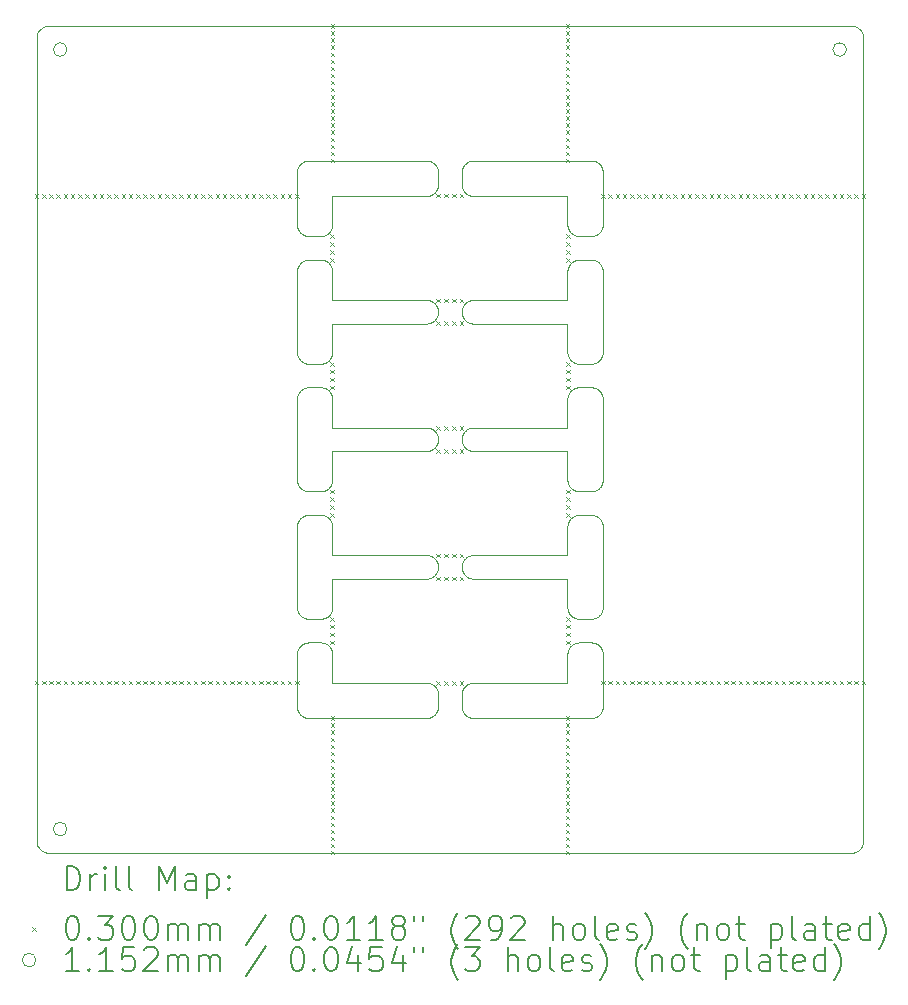
<source format=gbr>
%TF.GenerationSoftware,KiCad,Pcbnew,9.0.0*%
%TF.CreationDate,2025-02-22T20:49:32-05:00*%
%TF.ProjectId,panel,70616e65-6c2e-46b6-9963-61645f706362,v0.0.2*%
%TF.SameCoordinates,Original*%
%TF.FileFunction,Drillmap*%
%TF.FilePolarity,Positive*%
%FSLAX45Y45*%
G04 Gerber Fmt 4.5, Leading zero omitted, Abs format (unit mm)*
G04 Created by KiCad (PCBNEW 9.0.0) date 2025-02-22 20:49:32*
%MOMM*%
%LPD*%
G01*
G04 APERTURE LIST*
%ADD10C,0.100000*%
%ADD11C,0.200000*%
%ADD12C,0.115200*%
G04 APERTURE END LIST*
D10*
X4787396Y-1201670D02*
X4789160Y-1206245D01*
X2216796Y-4192807D02*
X2219213Y-4188541D01*
X3636524Y-3577324D02*
X3632811Y-3574121D01*
X3625879Y-4512811D02*
X3629260Y-4509260D01*
X3609591Y-5802813D02*
X3607604Y-5798330D01*
X4495000Y-4681225D02*
X4494973Y-4680125D01*
X4790698Y-1709099D02*
X4789160Y-1713755D01*
X3333755Y-4485840D02*
X3338330Y-4487604D01*
X4787396Y-4958330D02*
X4785409Y-4962813D01*
X12437Y-51810D02*
X11836Y-52872D01*
X3392395Y-4618330D02*
X3390408Y-4622813D01*
X4719374Y-3937006D02*
X4714590Y-3938080D01*
X2257807Y-5008204D02*
X2253541Y-5005787D01*
X3300099Y-4680000D02*
X2506227Y-4680000D01*
X4495120Y-3154998D02*
X4495481Y-3150108D01*
X2241524Y-5837324D02*
X2237811Y-5834121D01*
X4785409Y-1722813D02*
X4783204Y-1727192D01*
X3605840Y-2386245D02*
X3607604Y-2381670D01*
X6978031Y-37544D02*
X6977279Y-36582D01*
X4561245Y-3065840D02*
X4565901Y-3064302D01*
X21968Y-37546D02*
X17584Y-43457D01*
X4746459Y-2845787D02*
X4742193Y-2848204D01*
X4495000Y-3840099D02*
X4495000Y-3601227D01*
X4758476Y-2837324D02*
X4754610Y-2840340D01*
X98774Y-60D02*
X91424Y-421D01*
X4793919Y-4225242D02*
X4794519Y-4230108D01*
X3342813Y-2329591D02*
X3347192Y-2331796D01*
X2245390Y-5000340D02*
X2241524Y-4997324D01*
X3607604Y-1201670D02*
X3609591Y-1197187D01*
X3395698Y-5630900D02*
X3397006Y-5635626D01*
X2500698Y-1709099D02*
X2499160Y-1713755D01*
X2438755Y-4145840D02*
X2443330Y-4147604D01*
X2227676Y-3903476D02*
X2224660Y-3899610D01*
X4724099Y-4144302D02*
X4728755Y-4145840D01*
X3611796Y-1387193D02*
X3609591Y-1382813D01*
X4552187Y-4149591D02*
X4556670Y-4147604D01*
X35651Y-23523D02*
X30199Y-28465D01*
X2419758Y-4141081D02*
X2424590Y-4141919D01*
X3377324Y-3436524D02*
X3380340Y-3440390D01*
X3602994Y-3524374D02*
X3601919Y-3519589D01*
X4511836Y-2815601D02*
X4509213Y-2811459D01*
X2452193Y-1991796D02*
X2456459Y-1994213D01*
X4765740Y-5830740D02*
X4762189Y-5834121D01*
X4787396Y-3121670D02*
X4789160Y-3126245D01*
X88987Y-6999339D02*
X90199Y-6999488D01*
X3601919Y-5779589D02*
X3601081Y-5774758D01*
X2234260Y-3089260D02*
X2237811Y-3085879D01*
X2410002Y-1980120D02*
X2414892Y-1980481D01*
X2505000Y-1441227D02*
X2505000Y-1680099D01*
X4775340Y-2819610D02*
X4772324Y-2823476D01*
X3363476Y-3577324D02*
X3359610Y-3580340D01*
X2280626Y-4142994D02*
X2285410Y-4141919D01*
X4793080Y-5300410D02*
X4793919Y-5305242D01*
X7000000Y-6898773D02*
X7000000Y-101227D01*
X3388204Y-4532807D02*
X3390408Y-4537187D01*
X61745Y-6992361D02*
X62885Y-6992800D01*
X4539399Y-3076836D02*
X4543541Y-3074213D01*
X1951Y-6919505D02*
X2219Y-6920697D01*
X2290242Y-3061081D02*
X2295108Y-3060481D01*
X3329099Y-4484302D02*
X3333755Y-4485840D01*
X2438755Y-5014160D02*
X2434099Y-5015698D01*
X3309892Y-1439519D02*
X3305002Y-1439880D01*
X4719374Y-5017006D02*
X4714590Y-5018080D01*
X2257807Y-5848204D02*
X2253541Y-5845787D01*
X3333755Y-3594160D02*
X3329099Y-3595698D01*
X4742193Y-3071796D02*
X4746459Y-3074213D01*
X2429374Y-1777006D02*
X2424590Y-1778080D01*
X2504880Y-3154998D02*
X2505000Y-3159901D01*
X3629260Y-2349260D02*
X3632811Y-2345879D01*
X4790698Y-4210901D02*
X4792006Y-4215626D01*
X8136Y-60624D02*
X7641Y-61741D01*
X3370740Y-4650740D02*
X3367189Y-4654121D01*
X2475740Y-2009260D02*
X2479121Y-2012811D01*
X4793080Y-4939590D02*
X4792006Y-4944374D01*
X4496920Y-3140410D02*
X4497994Y-3135626D01*
X4575410Y-5018080D02*
X4570626Y-5017006D01*
X36578Y-22724D02*
X35653Y-23521D01*
X3390408Y-4622813D02*
X3388204Y-4627193D01*
X3636524Y-1162676D02*
X3640390Y-1159660D01*
X3359610Y-1420340D02*
X3355601Y-1423164D01*
X3680410Y-5561920D02*
X3685242Y-5561081D01*
X3338330Y-4487604D02*
X3342813Y-4489591D01*
X2209302Y-3130900D02*
X2210840Y-3126245D01*
X4524260Y-5249260D02*
X4527811Y-5245879D01*
X4496081Y-5305242D02*
X4496920Y-5300410D01*
X6964347Y-23521D02*
X6963422Y-22724D01*
X2485340Y-5260390D02*
X2488164Y-5264399D01*
X2280626Y-2857006D02*
X2275901Y-2855698D01*
X2504519Y-3150108D02*
X2504880Y-3154998D01*
X3309892Y-5859519D02*
X3305002Y-5859880D01*
X4585108Y-5220481D02*
X4589998Y-5220120D01*
X2262187Y-1770408D02*
X2257807Y-1768204D01*
X4709758Y-5221081D02*
X4714590Y-5221920D01*
X4794880Y-4925002D02*
X4794519Y-4929892D01*
X3675626Y-1437006D02*
X3670900Y-1435698D01*
X4724099Y-3064302D02*
X4728755Y-3065840D01*
X6992361Y-6938254D02*
X6992800Y-6937115D01*
X3600000Y-3499901D02*
X3600120Y-3494998D01*
X4795000Y-4920099D02*
X4794880Y-4925002D01*
X4514660Y-1739610D02*
X4511836Y-1735601D01*
X3614213Y-5811459D02*
X3611796Y-5807192D01*
X2210840Y-5286245D02*
X2212604Y-5281670D01*
X4792006Y-2784374D02*
X4790698Y-2789099D01*
X45493Y-16223D02*
X44462Y-16877D01*
X4795000Y-1239901D02*
X4795000Y-1680099D01*
X4714590Y-5018080D02*
X4709758Y-5018919D01*
X2447813Y-2850408D02*
X2443330Y-2852395D01*
X4787396Y-5281670D02*
X4789160Y-5286245D01*
X6963418Y-22721D02*
X6962455Y-21969D01*
X3324374Y-4482994D02*
X3329099Y-4484302D01*
X3604302Y-4550901D02*
X3605840Y-4546245D01*
X4561245Y-2854160D02*
X4556670Y-2852395D01*
X662Y-6911016D02*
X1741Y-6918295D01*
X6898773Y0D02*
X101227Y0D01*
X4794519Y-4929892D02*
X4793919Y-4934758D01*
X4765740Y-3910740D02*
X4762189Y-3914121D01*
X4695099Y-1780000D02*
X4594901Y-1780000D01*
X3398919Y-2434758D02*
X3398080Y-2439590D01*
X4497994Y-3135626D02*
X4499302Y-3130900D01*
X4514660Y-3100390D02*
X4517676Y-3096524D01*
X2505000Y-3601227D02*
X2505000Y-3840099D01*
X3370740Y-4509260D02*
X3374121Y-4512811D01*
X2245390Y-3920340D02*
X2241524Y-3917324D01*
X2227676Y-4983476D02*
X2224660Y-4979610D01*
X3351459Y-5845787D02*
X3347192Y-5848204D01*
X2205481Y-3849892D02*
X2205120Y-3845002D01*
X4714590Y-4141919D02*
X4719374Y-4142994D01*
X4709758Y-5858919D02*
X4704892Y-5859519D01*
X2505000Y-5319901D02*
X2505000Y-5558773D01*
X3400000Y-2420099D02*
X3399880Y-2425002D01*
X2249399Y-2843164D02*
X2245390Y-2840340D01*
X2443330Y-3067604D02*
X2447813Y-3069591D01*
X4493773Y-4680000D02*
X3699901Y-4680000D01*
X4746459Y-5845787D02*
X4742193Y-5848204D01*
X4719Y-69818D02*
X4336Y-70978D01*
X2506227Y-4480000D02*
X3300099Y-4480000D01*
X3363476Y-1417324D02*
X3359610Y-1420340D01*
X4762189Y-5245879D02*
X4765740Y-5249260D01*
X2468476Y-1757324D02*
X2464610Y-1760340D01*
X4543541Y-4154213D02*
X4547807Y-4151796D01*
X2219213Y-5268541D02*
X2221836Y-5264399D01*
X3374121Y-5592811D02*
X3377324Y-5596524D01*
X4733330Y-4147604D02*
X4737813Y-4149591D01*
X3601919Y-2439590D02*
X3601081Y-2434758D01*
X3363476Y-2497324D02*
X3359610Y-2500340D01*
X2245390Y-1760340D02*
X2241524Y-1757324D01*
X3652807Y-3411796D02*
X3657187Y-3409591D01*
X4714590Y-2858080D02*
X4709758Y-2858919D01*
X4497994Y-2784374D02*
X4496920Y-2779590D01*
X3685242Y-4481081D02*
X3690108Y-4480481D01*
X4754610Y-5239660D02*
X4758476Y-5242676D01*
X2241524Y-3917324D02*
X2237811Y-3914121D01*
X2497396Y-2041670D02*
X2499160Y-2046245D01*
X2209302Y-3869099D02*
X2207994Y-3864374D01*
X4758476Y-1757324D02*
X4754610Y-1760340D01*
X2221836Y-1184399D02*
X2224660Y-1180390D01*
X4709758Y-1141081D02*
X4714590Y-1141920D01*
X3614213Y-3448541D02*
X3616836Y-3444398D01*
X4504591Y-2802813D02*
X4502604Y-2798330D01*
X4794519Y-2070108D02*
X4794880Y-2074998D01*
X4552187Y-3930408D02*
X4547807Y-3928204D01*
X3604302Y-3470900D02*
X3605840Y-3466245D01*
X11283Y-53970D02*
X8137Y-60622D01*
X4552187Y-2850408D02*
X4547807Y-2848204D01*
X4793080Y-1220410D02*
X4793919Y-1225242D01*
X3394160Y-1373755D02*
X3392395Y-1378330D01*
X4728755Y-3934160D02*
X4724099Y-3935698D01*
X4750601Y-1156836D02*
X4754610Y-1159660D01*
X4495000Y-2079901D02*
X4495120Y-2074998D01*
X2479121Y-4172811D02*
X2482324Y-4176524D01*
X4570626Y-1982994D02*
X4575410Y-1981919D01*
X3300099Y-1140000D02*
X3305002Y-1140120D01*
X2207994Y-2784374D02*
X2206920Y-2779590D01*
X3644398Y-2336836D02*
X3648541Y-2334213D01*
X4543541Y-5005787D02*
X4539399Y-5003164D01*
X2504880Y-1685002D02*
X2504519Y-1689892D01*
X2493204Y-3887192D02*
X2490787Y-3891459D01*
X3300099Y-3600000D02*
X2506227Y-3600000D01*
X4783204Y-2807192D02*
X4780787Y-2811459D01*
X3383164Y-3444398D02*
X3385787Y-3448541D01*
X6992800Y-62885D02*
X6992361Y-61745D01*
X2434099Y-1984302D02*
X2438755Y-1985840D01*
X2209302Y-2789099D02*
X2207994Y-2784374D01*
X2266670Y-4147604D02*
X2271245Y-4145840D01*
X2472189Y-5245879D02*
X2475740Y-5249260D01*
X4495120Y-4234998D02*
X4495481Y-4230108D01*
X2304901Y-3940000D02*
X2299998Y-3939880D01*
X2224660Y-3899610D02*
X2221836Y-3895601D01*
X4758476Y-3082676D02*
X4762189Y-3085879D01*
X4794880Y-2074998D02*
X4795000Y-2079901D01*
X2253541Y-4154213D02*
X2257807Y-4151796D01*
X2271245Y-5854160D02*
X2266670Y-5852395D01*
X3609591Y-2377187D02*
X3611796Y-2372807D01*
X36582Y-6977279D02*
X37544Y-6978031D01*
X4495120Y-2074998D02*
X4495481Y-2070108D01*
X4547807Y-5231796D02*
X4552187Y-5229591D01*
X2205481Y-1689892D02*
X2205120Y-1685002D01*
X3392395Y-5798330D02*
X3390408Y-5802813D01*
X3622676Y-1176524D02*
X3625879Y-1172811D01*
X4758476Y-3917324D02*
X4754610Y-3920340D01*
X3395698Y-5789099D02*
X3394160Y-5793755D01*
X3338330Y-3407604D02*
X3342813Y-3409591D01*
X4594901Y-5020000D02*
X4589998Y-5019880D01*
X2275901Y-1775698D02*
X2271245Y-1774160D01*
X4535390Y-5000340D02*
X4531524Y-4997324D01*
X3400000Y-5659901D02*
X3400000Y-5760099D01*
X3363476Y-4502676D02*
X3367189Y-4505879D01*
X2505000Y-2521227D02*
X2505000Y-2760099D01*
X4527811Y-2834121D02*
X4524260Y-2830740D01*
X3314758Y-2518919D02*
X3309892Y-2519519D01*
X3648541Y-2505787D02*
X3644398Y-2503164D01*
X2271245Y-3934160D02*
X2266670Y-3932395D01*
X2504519Y-2070108D02*
X2504880Y-2074998D01*
X2275901Y-1984302D02*
X2280626Y-1982994D01*
X29309Y-29312D02*
X28467Y-30197D01*
X3324374Y-5562994D02*
X3329099Y-5564302D01*
X2429374Y-3062994D02*
X2434099Y-3064302D01*
X3380340Y-1399610D02*
X3377324Y-1403476D01*
X3657187Y-4670409D02*
X3652807Y-4668204D01*
X3640390Y-3580340D02*
X3636524Y-3577324D01*
X3619659Y-5600390D02*
X3622676Y-5596524D01*
X4737813Y-2850408D02*
X4733330Y-2852395D01*
X3609591Y-4622813D02*
X3607604Y-4618330D01*
X51810Y-6987562D02*
X52872Y-6988164D01*
X3607604Y-1378330D02*
X3605840Y-1373755D01*
X4495000Y-2318773D02*
X4495000Y-2079901D01*
X37546Y-6978032D02*
X43457Y-6982416D01*
X4724099Y-1144302D02*
X4728755Y-1145840D01*
X4733330Y-1987604D02*
X4737813Y-1989591D01*
X3600481Y-5769892D02*
X3600120Y-5765002D01*
X2443330Y-5227604D02*
X2447813Y-5229591D01*
X2280626Y-1142994D02*
X2285410Y-1141920D01*
X4511836Y-4975601D02*
X4509213Y-4971459D01*
X2497396Y-4958330D02*
X2495409Y-4962813D01*
X4750601Y-5236836D02*
X4754610Y-5239660D01*
X6955542Y-6983120D02*
X6956541Y-6982417D01*
X4517676Y-4176524D02*
X4520879Y-4172811D01*
X2506225Y-2520000D02*
X2505125Y-2520027D01*
X3607604Y-4541670D02*
X3609591Y-4537187D01*
X2219213Y-5811459D02*
X2216796Y-5807192D01*
X3657187Y-2510409D02*
X3652807Y-2508204D01*
X6999489Y-6909796D02*
X6999578Y-6908578D01*
X4790698Y-5789099D02*
X4789160Y-5793755D01*
X2497396Y-2798330D02*
X2495409Y-2802813D01*
X3377324Y-5596524D02*
X3380340Y-5600390D01*
X3355601Y-1156836D02*
X3359610Y-1159660D01*
X4527811Y-3085879D02*
X4531524Y-3082676D01*
X2472189Y-2834121D02*
X2468476Y-2837324D01*
X4793080Y-2779590D02*
X4792006Y-2784374D01*
X4527811Y-4165879D02*
X4531524Y-4162676D01*
X17584Y-6956543D02*
X21968Y-6962453D01*
X3605840Y-4613755D02*
X3604302Y-4609099D01*
X2479121Y-4987189D02*
X2475740Y-4990740D01*
X2214591Y-1722813D02*
X2212604Y-1718330D01*
X4795000Y-2760099D02*
X4794880Y-2765002D01*
X4787396Y-1718330D02*
X4785409Y-1722813D01*
X4772324Y-4983476D02*
X4769121Y-4987189D01*
X6947123Y-11833D02*
X6946032Y-11284D01*
X2271245Y-5014160D02*
X2266670Y-5012396D01*
X6970691Y-6970688D02*
X6971533Y-6969803D01*
X2285410Y-3061919D02*
X2290242Y-3061081D01*
X3609591Y-4537187D02*
X3611796Y-4532807D01*
X4783204Y-3887192D02*
X4780787Y-3891459D01*
X4520879Y-4987189D02*
X4517676Y-4983476D01*
X3380340Y-1180390D02*
X3383164Y-1184399D01*
X2262187Y-1989591D02*
X2266670Y-1987604D01*
X3616836Y-5815601D02*
X3614213Y-5811459D01*
X3363476Y-5582676D02*
X3367189Y-5585879D01*
X2221836Y-2815601D02*
X2219213Y-2811459D01*
X3395698Y-3529099D02*
X3394160Y-3533755D01*
X53967Y-11284D02*
X52877Y-11833D01*
X2464610Y-1760340D02*
X2460601Y-1763164D01*
X3632811Y-4654121D02*
X3629260Y-4650740D01*
X2245390Y-5840340D02*
X2241524Y-5837324D01*
X2479121Y-5252811D02*
X2482324Y-5256524D01*
X2237811Y-1165879D02*
X2241524Y-1162676D01*
X2504519Y-5310108D02*
X2504880Y-5314998D01*
X4334Y-70983D02*
X4008Y-72160D01*
X6937113Y-7198D02*
X6930184Y-4719D01*
X2212604Y-3878330D02*
X2210840Y-3873755D01*
X4719374Y-3062994D02*
X4724099Y-3064302D01*
X2219213Y-4188541D02*
X2221836Y-4184398D01*
X3611796Y-4627193D02*
X3609591Y-4622813D01*
X4794519Y-4230108D02*
X4794880Y-4234998D01*
X2234260Y-2009260D02*
X2237811Y-2005879D01*
X3314758Y-1438919D02*
X3309892Y-1439519D01*
X2205000Y-5760099D02*
X2205000Y-5319901D01*
X2230879Y-4987189D02*
X2227676Y-4983476D01*
X91422Y-421D02*
X90204Y-511D01*
X3399880Y-5765002D02*
X3399519Y-5769892D01*
X2280626Y-5017006D02*
X2275901Y-5015698D01*
X6982416Y-43457D02*
X6978032Y-37546D01*
X3400000Y-5760099D02*
X3399880Y-5765002D01*
X2447813Y-4149591D02*
X2452193Y-4151796D01*
X4746459Y-1765787D02*
X4742193Y-1768204D01*
X3338330Y-2327604D02*
X3342813Y-2329591D01*
X6999940Y-6901223D02*
X7000000Y-6898775D01*
X3367189Y-3574121D02*
X3363476Y-3577324D01*
X4500840Y-3873755D02*
X4499302Y-3869099D01*
X3399880Y-3505002D02*
X3399519Y-3509892D01*
X2253541Y-1994213D02*
X2257807Y-1991796D01*
X2499160Y-3873755D02*
X2497396Y-3878330D01*
X2206920Y-1220410D02*
X2207994Y-1215626D01*
X60622Y-8137D02*
X53970Y-11283D01*
X4780787Y-4188541D02*
X4783204Y-4192807D01*
X4535390Y-3079659D02*
X4539399Y-3076836D01*
X4742193Y-5008204D02*
X4737813Y-5010409D01*
X3385787Y-1188541D02*
X3388204Y-1192807D01*
X2205000Y-4920099D02*
X2205000Y-4239901D01*
X3392395Y-2458330D02*
X3390408Y-2462813D01*
X2210840Y-1206245D02*
X2212604Y-1201670D01*
X2295108Y-4140481D02*
X2299998Y-4140120D01*
X3609591Y-1382813D02*
X3607604Y-1378330D01*
X3670900Y-1144302D02*
X3675626Y-1142994D01*
X3690108Y-4480481D02*
X3694998Y-4480120D01*
X2299998Y-2859880D02*
X2295108Y-2859519D01*
X3657187Y-4489591D02*
X3661670Y-4487604D01*
X2488164Y-4184398D02*
X2490787Y-4188541D01*
X4575410Y-3061919D02*
X4580242Y-3061081D01*
X4517676Y-2016524D02*
X4520879Y-2012811D01*
X4704892Y-5859519D02*
X4700002Y-5859880D01*
X2295108Y-5019519D02*
X2290242Y-5018919D01*
X3644398Y-5843164D02*
X3640390Y-5840340D01*
X2224660Y-2819610D02*
X2221836Y-2815601D01*
X4509213Y-1731459D02*
X4506796Y-1727192D01*
X2504519Y-2769892D02*
X2503919Y-2774758D01*
X3388204Y-5612807D02*
X3390408Y-5617187D01*
X6987562Y-6948190D02*
X6988164Y-6947128D01*
X2429374Y-4142994D02*
X2434099Y-4144302D01*
X3690108Y-1140481D02*
X3694998Y-1140120D01*
X2503919Y-5305242D02*
X2504519Y-5310108D01*
X3680410Y-4481920D02*
X3685242Y-4481081D01*
X2443330Y-5012396D02*
X2438755Y-5014160D01*
X2224660Y-5819610D02*
X2221836Y-5815601D01*
X2505000Y-2318775D02*
X2505027Y-2319875D01*
X6988167Y-6947123D02*
X6988716Y-6946032D01*
X2237811Y-4165879D02*
X2241524Y-4162676D01*
X4793080Y-4220410D02*
X4793919Y-4225242D01*
X4506796Y-5272807D02*
X4509213Y-5268541D01*
X661Y-88987D02*
X512Y-90199D01*
X4511836Y-3895601D02*
X4509213Y-3891459D01*
X2266670Y-3067604D02*
X2271245Y-3065840D01*
X6901223Y-60D02*
X6898775Y0D01*
X6956543Y-6982416D02*
X6962453Y-6978032D01*
X2464610Y-3920340D02*
X2460601Y-3923164D01*
X2502006Y-3864374D02*
X2500698Y-3869099D01*
X3657187Y-5850408D02*
X3652807Y-5848204D01*
X3616836Y-5604398D02*
X3619659Y-5600390D01*
X3666245Y-1145840D02*
X3670900Y-1144302D01*
X2221836Y-3895601D02*
X2219213Y-3891459D01*
X2505027Y-2520125D02*
X2505000Y-2521225D01*
X2206920Y-3859589D02*
X2206081Y-3854758D01*
X4709758Y-5018919D02*
X4704892Y-5019519D01*
X4495000Y-5319901D02*
X4495120Y-5314998D01*
X2210840Y-3873755D02*
X2209302Y-3869099D01*
X2304901Y-4140000D02*
X2405099Y-4140000D01*
X2206081Y-3854758D02*
X2205481Y-3849892D01*
X3607604Y-5798330D02*
X3605840Y-5793755D01*
X3619659Y-3440390D02*
X3622676Y-3436524D01*
X3397006Y-3475626D02*
X3398080Y-3480410D01*
X2497396Y-3878330D02*
X2495409Y-3882813D01*
X3661670Y-1432395D02*
X3657187Y-1430408D01*
X4794519Y-2769892D02*
X4793919Y-2774758D01*
X2234260Y-4169260D02*
X2237811Y-4165879D01*
X2495409Y-2037187D02*
X2497396Y-2041670D01*
X3400000Y-4580099D02*
X3399880Y-4585002D01*
X4527811Y-1754121D02*
X4524260Y-1750740D01*
X4785409Y-4962813D02*
X4783204Y-4967193D01*
X4517676Y-5256524D02*
X4520879Y-5252811D01*
X1742Y-6918297D02*
X1950Y-6919501D01*
X4790698Y-1210901D02*
X4792006Y-1215626D01*
X2414892Y-1980481D02*
X2419758Y-1981081D01*
X2475740Y-1750740D02*
X2472189Y-1754121D01*
X4728755Y-5854160D02*
X4724099Y-5855698D01*
X3605840Y-5626245D02*
X3607604Y-5621670D01*
X4733330Y-5852395D02*
X4728755Y-5854160D01*
X4495000Y-3398773D02*
X4495000Y-3159901D01*
X6962453Y-21968D02*
X6956543Y-17584D01*
X3355601Y-5576836D02*
X3359610Y-5579660D01*
X4769121Y-2827189D02*
X4765740Y-2830740D01*
X53970Y-6988717D02*
X60622Y-6991863D01*
X3347192Y-1428204D02*
X3342813Y-1430408D01*
X3675626Y-4677006D02*
X3670900Y-4675698D01*
X4511836Y-4184398D02*
X4514660Y-4180390D01*
X4790698Y-2789099D02*
X4789160Y-2793755D01*
X3694998Y-4679880D02*
X3690108Y-4679519D01*
X2424590Y-5018080D02*
X2419758Y-5018919D01*
X6988716Y-53967D02*
X6988167Y-52877D01*
X4765740Y-2009260D02*
X4769121Y-2012811D01*
X3629260Y-1410740D02*
X3625879Y-1407189D01*
X4580242Y-3061081D02*
X4585108Y-3060481D01*
X2205120Y-4234998D02*
X2205481Y-4230108D01*
X2443330Y-3932395D02*
X2438755Y-3934160D01*
X3305002Y-5560120D02*
X3309892Y-5560481D01*
X3605840Y-4546245D02*
X3607604Y-4541670D01*
X2216796Y-3887192D02*
X2214591Y-3882813D01*
X3324374Y-5857006D02*
X3319589Y-5858080D01*
X2212604Y-1201670D02*
X2214591Y-1197187D01*
X2230879Y-1172811D02*
X2234260Y-1169260D01*
X4495000Y-2760099D02*
X4495000Y-2521227D01*
X2490787Y-2811459D02*
X2488164Y-2815601D01*
X4336Y-6929022D02*
X4719Y-6930182D01*
X28467Y-6969803D02*
X29309Y-6970688D01*
X2262187Y-3930408D02*
X2257807Y-3928204D01*
X3694998Y-2320120D02*
X3699901Y-2320000D01*
X2212604Y-4201670D02*
X2214591Y-4197187D01*
X3614213Y-4528541D02*
X3616836Y-4524399D01*
X3388204Y-2372807D02*
X3390408Y-2377187D01*
X6999578Y-91422D02*
X6999489Y-90204D01*
X4709758Y-1778919D02*
X4704892Y-1779519D01*
X3622676Y-3563476D02*
X3619659Y-3559610D01*
X4789160Y-1206245D02*
X4790698Y-1210901D01*
X2257807Y-4151796D02*
X2262187Y-4149591D01*
X3305002Y-4480120D02*
X3309892Y-4480481D01*
X2299998Y-5859880D02*
X2295108Y-5859519D01*
X4539399Y-3923164D02*
X4535390Y-3920340D01*
X3632811Y-1165879D02*
X3636524Y-1162676D01*
X6999488Y-90199D02*
X6999339Y-88987D01*
X2434099Y-3064302D02*
X2438755Y-3065840D01*
X4496920Y-1699589D02*
X4496081Y-1694758D01*
X3601081Y-3485242D02*
X3601919Y-3480410D01*
X2429374Y-5017006D02*
X2424590Y-5018080D01*
X3363476Y-5837324D02*
X3359610Y-5840340D01*
X4772324Y-5823476D02*
X4769121Y-5827189D01*
X2216796Y-1727192D02*
X2214591Y-1722813D01*
X4535390Y-1760340D02*
X4531524Y-1757324D01*
X2219213Y-2811459D02*
X2216796Y-2807192D01*
X3640390Y-1159660D02*
X3644398Y-1156836D01*
X3600481Y-3509892D02*
X3600120Y-3505002D01*
X3622676Y-5596524D02*
X3625879Y-5592811D01*
X3614213Y-1391459D02*
X3611796Y-1387193D01*
X62885Y-7199D02*
X61745Y-7639D01*
X4496081Y-4225242D02*
X4496920Y-4220410D01*
X3367189Y-4654121D02*
X3363476Y-4657324D01*
X3333755Y-4674160D02*
X3329099Y-4675698D01*
X2205000Y-3840099D02*
X2205000Y-3159901D01*
X4728755Y-5225840D02*
X4733330Y-5227604D01*
X3388204Y-3452807D02*
X3390408Y-3457187D01*
X2216796Y-5807192D02*
X2214591Y-5802813D01*
X2495409Y-1722813D02*
X2493204Y-1727192D01*
X4783204Y-3112807D02*
X4785409Y-3117187D01*
X4497994Y-1704374D02*
X4496920Y-1699589D01*
X4704892Y-1779519D02*
X4700002Y-1779880D01*
X4733330Y-1147604D02*
X4737813Y-1149591D01*
X4794880Y-5314998D02*
X4795000Y-5319901D01*
X3314758Y-1141081D02*
X3319589Y-1141920D01*
X4737813Y-3930408D02*
X4733330Y-3932395D01*
X3359610Y-3580340D02*
X3355601Y-3583164D01*
X4719374Y-5857006D02*
X4714590Y-5858080D01*
X3648541Y-4494213D02*
X3652807Y-4491796D01*
X4497994Y-2055626D02*
X4499302Y-2050900D01*
X2500698Y-3130900D02*
X2502006Y-3135626D01*
X2504880Y-4234998D02*
X2505000Y-4239901D01*
X4506796Y-3112807D02*
X4509213Y-3108541D01*
X2290242Y-1778919D02*
X2285410Y-1778080D01*
X3380340Y-3440390D02*
X3383164Y-3444398D01*
X3380340Y-2360390D02*
X3383164Y-2364399D01*
X2295108Y-3060481D02*
X2299998Y-3060120D01*
X3666245Y-5854160D02*
X3661670Y-5852395D01*
X4709758Y-3938919D02*
X4704892Y-3939519D01*
X44458Y-16879D02*
X43459Y-17583D01*
X4746459Y-4154213D02*
X4750601Y-4156836D01*
X2452193Y-5008204D02*
X2447813Y-5010409D01*
X4589998Y-5019880D02*
X4585108Y-5019519D01*
X2221836Y-4184398D02*
X2224660Y-4180390D01*
X4695099Y-5020000D02*
X4594901Y-5020000D01*
X6998048Y-80494D02*
X6997781Y-79303D01*
X3394160Y-5626245D02*
X3395698Y-5630900D01*
X3390408Y-2462813D02*
X3388204Y-2467193D01*
X4570626Y-1777006D02*
X4565901Y-1775698D01*
X3392395Y-2381670D02*
X3394160Y-2386245D01*
X4737813Y-1149591D02*
X4742193Y-1151796D01*
X4495000Y-5558773D02*
X4495000Y-5319901D01*
X6983778Y-6954504D02*
X6987561Y-6948192D01*
X2230879Y-1747189D02*
X2227676Y-1743476D01*
X3609591Y-1197187D02*
X3611796Y-1192807D01*
X4704892Y-2859519D02*
X4700002Y-2859880D01*
X2206920Y-2060410D02*
X2207994Y-2055626D01*
X3388204Y-1192807D02*
X3390408Y-1197187D01*
X45496Y-6983778D02*
X51808Y-6987561D01*
X3670900Y-3595698D02*
X3666245Y-3594160D01*
X23523Y-6964349D02*
X28465Y-6969801D01*
X3380340Y-4639610D02*
X3377324Y-4643476D01*
X3604302Y-2390901D02*
X3605840Y-2386245D01*
X6929017Y-4334D02*
X6927840Y-4008D01*
X2503080Y-3140410D02*
X2503919Y-3145242D01*
X3390408Y-2377187D02*
X3392395Y-2381670D01*
X2502006Y-4944374D02*
X2500698Y-4949099D01*
X4783204Y-1192807D02*
X4785409Y-1197187D01*
X4790698Y-3869099D02*
X4789160Y-3873755D01*
X80499Y-6998049D02*
X81703Y-6998258D01*
X3625879Y-3432811D02*
X3629260Y-3429260D01*
X4762189Y-4994121D02*
X4758476Y-4997324D01*
X2493204Y-3112807D02*
X2495409Y-3117187D01*
X4504591Y-2037187D02*
X4506796Y-2032807D01*
X2295108Y-1980481D02*
X2299998Y-1980120D01*
X2205481Y-2070108D02*
X2206081Y-2065242D01*
X3305002Y-3400120D02*
X3309892Y-3400481D01*
X2468476Y-5242676D02*
X2472189Y-5245879D01*
X4594901Y-4140000D02*
X4695099Y-4140000D01*
X2290242Y-4141081D02*
X2295108Y-4140481D01*
X2299998Y-1140120D02*
X2304901Y-1140000D01*
X4714590Y-5221920D02*
X4719374Y-5222994D01*
X2434099Y-2855698D02*
X2429374Y-2857006D01*
X4700002Y-1140120D02*
X4704892Y-1140481D01*
X2280626Y-5857006D02*
X2275901Y-5855698D01*
X4589998Y-3060120D02*
X4594901Y-3060000D01*
X6970688Y-29309D02*
X6969803Y-28467D01*
X2275901Y-5224302D02*
X2280626Y-5222994D01*
X2206081Y-1694758D02*
X2205481Y-1689892D01*
X4793919Y-1225242D02*
X4794519Y-1230108D01*
X2219Y-79303D02*
X1951Y-80494D01*
X2456459Y-5005787D02*
X2452193Y-5008204D01*
X3324374Y-2322994D02*
X3329099Y-2324302D01*
X4772324Y-4176524D02*
X4775340Y-4180390D01*
X16223Y-6954506D02*
X16877Y-6955538D01*
X3614213Y-3551459D02*
X3611796Y-3547192D01*
X2414892Y-5220481D02*
X2419758Y-5221081D01*
X3367189Y-1414121D02*
X3363476Y-1417324D01*
X2488164Y-3104398D02*
X2490787Y-3108541D01*
X4527811Y-2005879D02*
X4531524Y-2002676D01*
X2414892Y-3939519D02*
X2410002Y-3939880D01*
X4724099Y-5015698D02*
X4719374Y-5017006D01*
X3600000Y-5659901D02*
X3600120Y-5654998D01*
X2253541Y-1765787D02*
X2249399Y-1763164D01*
X4543541Y-2845787D02*
X4539399Y-2843164D01*
X2443330Y-1987604D02*
X2447813Y-1989591D01*
X3399880Y-2425002D02*
X3399519Y-2429892D01*
X4509213Y-3891459D02*
X4506796Y-3887192D01*
X2224660Y-2020390D02*
X2227676Y-2016524D01*
X6969801Y-28465D02*
X6964349Y-23523D01*
X2227676Y-3096524D02*
X2230879Y-3092811D01*
X2424590Y-1778080D02*
X2419758Y-1778919D01*
X3398080Y-1220410D02*
X3398919Y-1225242D01*
X3347192Y-5848204D02*
X3342813Y-5850408D01*
X2280626Y-3937006D02*
X2275901Y-3935698D01*
X2495409Y-3882813D02*
X2493204Y-3887192D01*
X3675626Y-5562994D02*
X3680410Y-5561920D01*
X4556670Y-1987604D02*
X4561245Y-1985840D01*
X2503919Y-1694758D02*
X2503080Y-1699589D01*
X3648541Y-2334213D02*
X3652807Y-2331796D01*
X2205000Y-5319901D02*
X2205120Y-5314998D01*
X3616836Y-4635601D02*
X3614213Y-4631459D01*
X4794880Y-1685002D02*
X4794519Y-1689892D01*
X3385787Y-3551459D02*
X3383164Y-3555601D01*
X3398080Y-4560410D02*
X3398919Y-4565242D01*
X3394160Y-3533755D02*
X3392395Y-3538330D01*
X6978032Y-6962453D02*
X6982416Y-6956543D01*
X4517676Y-1743476D02*
X4514660Y-1739610D01*
X3390408Y-5617187D02*
X3392395Y-5621670D01*
X3359610Y-2339660D02*
X3363476Y-2342676D01*
X4780787Y-1188541D02*
X4783204Y-1192807D01*
X4531524Y-4162676D02*
X4535390Y-4159659D01*
X3319589Y-1438080D02*
X3314758Y-1438919D01*
X3374121Y-1407189D02*
X3370740Y-1410740D01*
X3347192Y-5571796D02*
X3351459Y-5574213D01*
X2506227Y-5560000D02*
X3300099Y-5560000D01*
X2205000Y-2079901D02*
X2205120Y-2074998D01*
X4737813Y-5229591D02*
X4742193Y-5231796D01*
X2219213Y-2028541D02*
X2221836Y-2024398D01*
X7639Y-61745D02*
X7199Y-62885D01*
X2221836Y-1735601D02*
X2219213Y-1731459D01*
X3324374Y-3402994D02*
X3329099Y-3404302D01*
X2464610Y-1999659D02*
X2468476Y-2002676D01*
X2500698Y-2050900D02*
X2502006Y-2055626D01*
X3347192Y-3411796D02*
X3351459Y-3414213D01*
X4700002Y-1779880D02*
X4695099Y-1780000D01*
X2504519Y-4929892D02*
X2503919Y-4934758D01*
X4793080Y-5779589D02*
X4792006Y-5784374D01*
X3377324Y-2356524D02*
X3380340Y-2360390D01*
X4539399Y-1996836D02*
X4543541Y-1994213D01*
X3374121Y-2352811D02*
X3377324Y-2356524D01*
X2503919Y-3145242D02*
X2504519Y-3150108D01*
X3314758Y-3598919D02*
X3309892Y-3599519D01*
X72160Y-4008D02*
X70983Y-4334D01*
X3347192Y-2508204D02*
X3342813Y-2510409D01*
X2262187Y-1149591D02*
X2266670Y-1147604D01*
X2419758Y-5018919D02*
X2414892Y-5019519D01*
X2503919Y-4225242D02*
X2504519Y-4230108D01*
X3390408Y-3542813D02*
X3388204Y-3547192D01*
X2505000Y-3840099D02*
X2504880Y-3845002D01*
X62887Y-6992801D02*
X69816Y-6995280D01*
X4495000Y-1441225D02*
X4494973Y-1440124D01*
X21969Y-6962455D02*
X22721Y-6963418D01*
X4561245Y-1985840D02*
X4565901Y-1984302D01*
X2490787Y-1731459D02*
X2488164Y-1735601D01*
X3648541Y-3585787D02*
X3644398Y-3583164D01*
X4794880Y-3154998D02*
X4795000Y-3159901D01*
X4561245Y-5014160D02*
X4556670Y-5012396D01*
X3333755Y-1145840D02*
X3338330Y-1147604D01*
X4493773Y-3600000D02*
X3699901Y-3600000D01*
X60624Y-6991864D02*
X61741Y-6992359D01*
X2212604Y-5281670D02*
X2214591Y-5277187D01*
X3600481Y-3490108D02*
X3601081Y-3485242D01*
X2503080Y-3859589D02*
X2502006Y-3864374D01*
X3609591Y-3542813D02*
X3607604Y-3538330D01*
X4792006Y-5295626D02*
X4793080Y-5300410D01*
X2290242Y-2858919D02*
X2285410Y-2858080D01*
X4524260Y-2830740D02*
X4520879Y-2827189D01*
X3374121Y-3567189D02*
X3370740Y-3570740D01*
X4495481Y-5310108D02*
X4496081Y-5305242D01*
X6954504Y-16222D02*
X6948192Y-12439D01*
X2206081Y-5774758D02*
X2205481Y-5769892D01*
X4520879Y-3907189D02*
X4517676Y-3903476D01*
X2460601Y-1996836D02*
X2464610Y-1999659D01*
X3300099Y-1440000D02*
X2506227Y-1440000D01*
X2482324Y-4983476D02*
X2479121Y-4987189D01*
X6987561Y-51808D02*
X6983778Y-45496D01*
X4580242Y-4141081D02*
X4585108Y-4140481D01*
X2414892Y-3060481D02*
X2419758Y-3061081D01*
X3601919Y-4599590D02*
X3601081Y-4594758D01*
X2419758Y-3938919D02*
X2414892Y-3939519D01*
X3342813Y-1149591D02*
X3347192Y-1151796D01*
X16222Y-45496D02*
X12439Y-51808D01*
X2497396Y-1718330D02*
X2495409Y-1722813D01*
X512Y-6909801D02*
X661Y-6911013D01*
X2249399Y-3923164D02*
X2245390Y-3920340D01*
X2205120Y-1685002D02*
X2205000Y-1680099D01*
X4742193Y-5848204D02*
X4737813Y-5850408D01*
X4742193Y-3928204D02*
X4737813Y-3930408D01*
X3399880Y-5654998D02*
X3400000Y-5659901D01*
X3694998Y-1140120D02*
X3699901Y-1140000D01*
X80494Y-1951D02*
X79303Y-2219D01*
X3390408Y-3457187D02*
X3392395Y-3461670D01*
X2227676Y-2823476D02*
X2224660Y-2819610D01*
X3370740Y-5830740D02*
X3367189Y-5834121D01*
X4535390Y-2840340D02*
X4531524Y-2837324D01*
X4750601Y-4156836D02*
X4754610Y-4159659D01*
X2206081Y-3145242D02*
X2206920Y-3140410D01*
X4496920Y-2060410D02*
X4497994Y-2055626D01*
X4778164Y-5815601D02*
X4775340Y-5819610D01*
X4531524Y-2002676D02*
X4535390Y-1999659D01*
X4775340Y-4180390D02*
X4778164Y-4184398D01*
X2285410Y-1141920D02*
X2290242Y-1141081D01*
X3611796Y-3452807D02*
X3614213Y-3448541D01*
X4496920Y-5300410D02*
X4497994Y-5295626D01*
X2504880Y-3845002D02*
X2504519Y-3849892D01*
X4754610Y-5000340D02*
X4750601Y-5003164D01*
X4585108Y-1980481D02*
X4589998Y-1980120D01*
X6946032Y-6988716D02*
X6947123Y-6988167D01*
X2271245Y-1145840D02*
X2275901Y-1144302D01*
X4765740Y-1750740D02*
X4762189Y-1754121D01*
X3329099Y-2515698D02*
X3324374Y-2517006D01*
X3370740Y-3429260D02*
X3374121Y-3432811D01*
X6939378Y-6991863D02*
X6946030Y-6988717D01*
X4789160Y-5793755D02*
X4787396Y-5798330D01*
X3370740Y-2490740D02*
X3367189Y-2494121D01*
X3342813Y-4670409D02*
X3338330Y-4672396D01*
X2475740Y-5249260D02*
X2479121Y-5252811D01*
X4535390Y-1999659D02*
X4539399Y-1996836D01*
X2266670Y-2852395D02*
X2262187Y-2850408D01*
X3600120Y-1234998D02*
X3600481Y-1230108D01*
X43457Y-17584D02*
X37546Y-21968D01*
X4575410Y-1778080D02*
X4570626Y-1777006D01*
X2230879Y-3092811D02*
X2234260Y-3089260D01*
X2485340Y-1739610D02*
X2482324Y-1743476D01*
X4008Y-72162D02*
X2220Y-79301D01*
X2207994Y-5784374D02*
X2206920Y-5779589D01*
X3305002Y-2320120D02*
X3309892Y-2320481D01*
X4700002Y-5019880D02*
X4695099Y-5020000D01*
X2304901Y-1780000D02*
X2299998Y-1779880D01*
X2464610Y-3079659D02*
X2468476Y-3082676D01*
X0Y-6898775D02*
X60Y-6901223D01*
X3622676Y-5823476D02*
X3619659Y-5819610D01*
X3367189Y-4505879D02*
X3370740Y-4509260D01*
X4502604Y-5281670D02*
X4504591Y-5277187D01*
X4504591Y-4962813D02*
X4502604Y-4958330D01*
X4524260Y-3089260D02*
X4527811Y-3085879D01*
X3309892Y-2519519D02*
X3305002Y-2519880D01*
X3625879Y-1172811D02*
X3629260Y-1169260D01*
X3300099Y-3400000D02*
X3305002Y-3400120D01*
X2405099Y-3060000D02*
X2410002Y-3060120D01*
X4795000Y-3159901D02*
X4795000Y-3840099D01*
X2216796Y-2807192D02*
X2214591Y-2802813D01*
X4794519Y-3849892D02*
X4793919Y-3854758D01*
X4778164Y-4184398D02*
X4780787Y-4188541D01*
X2219213Y-3108541D02*
X2221836Y-3104398D01*
X3324374Y-1437006D02*
X3319589Y-1438080D01*
X3399880Y-3494998D02*
X3400000Y-3499901D01*
X2207994Y-1215626D02*
X2209302Y-1210901D01*
X3605840Y-3533755D02*
X3604302Y-3529099D01*
X2224660Y-4180390D02*
X2227676Y-4176524D01*
X4514660Y-3899610D02*
X4511836Y-3895601D01*
X3699901Y-5860000D02*
X3694998Y-5859880D01*
X3699901Y-2320000D02*
X4493773Y-2320000D01*
X3355601Y-2503164D02*
X3351459Y-2505787D01*
X2505000Y-4478775D02*
X2505027Y-4479875D01*
X2205481Y-4929892D02*
X2205120Y-4925002D01*
X2280626Y-3062994D02*
X2285410Y-3061919D01*
X60Y-6901226D02*
X421Y-6908576D01*
X2488164Y-2024398D02*
X2490787Y-2028541D01*
X3666245Y-3594160D02*
X3661670Y-3592395D01*
X6995664Y-70978D02*
X6995281Y-69818D01*
X3377324Y-1176524D02*
X3380340Y-1180390D01*
X2266670Y-1987604D02*
X2271245Y-1985840D01*
X2224660Y-1180390D02*
X2227676Y-1176524D01*
X2249399Y-1763164D02*
X2245390Y-1760340D01*
X3604302Y-4609099D02*
X3602994Y-4604374D01*
X3400000Y-4579901D02*
X3400000Y-4580099D01*
X6988717Y-6946030D02*
X6991863Y-6939378D01*
X2482324Y-3903476D02*
X2479121Y-3907189D01*
X2424590Y-3938080D02*
X2419758Y-3938919D01*
X4733330Y-2852395D02*
X4728755Y-2854160D01*
X3363476Y-1162676D02*
X3367189Y-1165879D01*
X2299998Y-5220120D02*
X2304901Y-5220000D01*
X7000000Y-101225D02*
X6999940Y-98777D01*
X4520879Y-4172811D02*
X4524260Y-4169260D01*
X3601081Y-5774758D02*
X3600481Y-5769892D01*
X3347192Y-1151796D02*
X3351459Y-1154213D01*
X3600120Y-2414998D02*
X3600481Y-2410108D01*
X6995281Y-6930182D02*
X6995664Y-6929022D01*
X2206081Y-2774758D02*
X2205481Y-2769892D01*
X4790698Y-4949099D02*
X4789160Y-4953755D01*
X2475740Y-3910740D02*
X2472189Y-3914121D01*
X3355601Y-1423164D02*
X3351459Y-1425787D01*
X3398919Y-2405242D02*
X3399519Y-2410108D01*
X4556670Y-5012396D02*
X4552187Y-5010409D01*
X2295108Y-1140481D02*
X2299998Y-1140120D01*
X4742193Y-1768204D02*
X4737813Y-1770408D01*
X3309892Y-4679519D02*
X3305002Y-4679880D01*
X3370740Y-1169260D02*
X3374121Y-1172811D01*
X4793919Y-2774758D02*
X4793080Y-2779590D01*
X4793919Y-5305242D02*
X4794519Y-5310108D01*
X2506225Y-1440000D02*
X2505125Y-1440027D01*
X2456459Y-5234213D02*
X2460601Y-5236836D01*
X3397006Y-1215626D02*
X3398080Y-1220410D01*
X2214591Y-4197187D02*
X2216796Y-4192807D01*
X2438755Y-5225840D02*
X2443330Y-5227604D01*
X4495481Y-4929892D02*
X4495120Y-4925002D01*
X3367189Y-1165879D02*
X3370740Y-1169260D01*
X6946030Y-11283D02*
X6939378Y-8137D01*
X6909796Y-511D02*
X6908578Y-421D01*
X4504591Y-3117187D02*
X4506796Y-3112807D01*
X4793080Y-2060410D02*
X4793919Y-2065242D01*
X3383164Y-5815601D02*
X3380340Y-5819610D01*
X2414892Y-4140481D02*
X2419758Y-4141081D01*
X3652807Y-4491796D02*
X3657187Y-4489591D01*
X2241524Y-3082676D02*
X2245390Y-3079659D01*
X4500840Y-2046245D02*
X4502604Y-2041670D01*
X3629260Y-1169260D02*
X3632811Y-1165879D01*
X3319589Y-1141920D02*
X3324374Y-1142994D01*
X11833Y-52877D02*
X11284Y-53967D01*
X3657187Y-2329591D02*
X3661670Y-2327604D01*
X4531524Y-4997324D02*
X4527811Y-4994121D01*
X2468476Y-3082676D02*
X2472189Y-3085879D01*
X3648541Y-5574213D02*
X3652807Y-5571796D01*
X3629260Y-3429260D02*
X3632811Y-3425879D01*
X4575410Y-2858080D02*
X4570626Y-2857006D01*
X4695099Y-2860000D02*
X4594901Y-2860000D01*
X2253541Y-5234213D02*
X2257807Y-5231796D01*
X2499160Y-5286245D02*
X2500698Y-5290901D01*
X3394160Y-5793755D02*
X3392395Y-5798330D01*
X6999940Y-98774D02*
X6999579Y-91424D01*
X4695099Y-5220000D02*
X4700002Y-5220120D01*
X3657187Y-5569591D02*
X3661670Y-5567604D01*
X2241524Y-1162676D02*
X2245390Y-1159660D01*
X2452193Y-4151796D02*
X2456459Y-4154213D01*
X2485340Y-2819610D02*
X2482324Y-2823476D01*
X2503080Y-1699589D02*
X2502006Y-1704374D01*
X3394160Y-2386245D02*
X3395698Y-2390901D01*
X4783204Y-5807192D02*
X4780787Y-5811459D01*
X2488164Y-1735601D02*
X2485340Y-1739610D01*
X3619659Y-3559610D02*
X3616836Y-3555601D01*
X3699901Y-4480000D02*
X4493773Y-4480000D01*
X4724099Y-5855698D02*
X4719374Y-5857006D01*
X3400000Y-2419901D02*
X3400000Y-2420099D01*
X3629260Y-5830740D02*
X3625879Y-5827189D01*
X3652807Y-5848204D02*
X3648541Y-5845787D01*
X4561245Y-1774160D02*
X4556670Y-1772395D01*
X2493204Y-4967193D02*
X2490787Y-4971459D01*
X3607604Y-2458330D02*
X3605840Y-2453755D01*
X3661670Y-2327604D02*
X3666245Y-2325840D01*
X3699901Y-1440000D02*
X3694998Y-1439880D01*
X2505000Y-4920099D02*
X2504880Y-4925002D01*
X4589998Y-3939880D02*
X4585108Y-3939519D01*
X2205481Y-2769892D02*
X2205120Y-2765002D01*
X3601919Y-4560410D02*
X3602994Y-4555626D01*
X4737813Y-3069591D02*
X4742193Y-3071796D01*
X2219213Y-1188541D02*
X2221836Y-1184399D01*
X3607604Y-5621670D02*
X3609591Y-5617187D01*
X3629260Y-5589260D02*
X3632811Y-5585879D01*
X6971535Y-6969801D02*
X6976477Y-6964349D01*
X2434099Y-5224302D02*
X2438755Y-5225840D01*
X2253541Y-5845787D02*
X2249399Y-5843164D01*
X4785409Y-1197187D02*
X4787396Y-1201670D01*
X2266670Y-1147604D02*
X2271245Y-1145840D01*
X4758476Y-4997324D02*
X4754610Y-5000340D01*
X2452193Y-3071796D02*
X2456459Y-3074213D01*
X4765740Y-1169260D02*
X4769121Y-1172811D01*
X2205120Y-4925002D02*
X2205000Y-4920099D01*
X6998049Y-6919501D02*
X6998258Y-6918297D01*
X3648541Y-5845787D02*
X3644398Y-5843164D01*
X4520879Y-2827189D02*
X4517676Y-2823476D01*
X3333755Y-2514160D02*
X3329099Y-2515698D01*
X6999579Y-6908576D02*
X6999940Y-6901226D01*
X6920699Y-6997780D02*
X6927838Y-6995992D01*
X3394160Y-4613755D02*
X3392395Y-4618330D01*
X3685242Y-2518919D02*
X3680410Y-2518080D01*
X2227676Y-1176524D02*
X2230879Y-1172811D01*
X6964349Y-6976477D02*
X6969801Y-6971535D01*
X2245390Y-1999659D02*
X2249399Y-1996836D01*
X4765740Y-3089260D02*
X4769121Y-3092811D01*
X2504519Y-4230108D02*
X2504880Y-4234998D01*
X4565901Y-3064302D02*
X4570626Y-3062994D01*
X3619659Y-1180390D02*
X3622676Y-1176524D01*
X4790698Y-3130900D02*
X4792006Y-3135626D01*
X4769121Y-4172811D02*
X4772324Y-4176524D01*
X3601919Y-3480410D02*
X3602994Y-3475626D01*
X4495000Y-4239901D02*
X4495120Y-4234998D01*
X4714590Y-1778080D02*
X4709758Y-1778919D01*
X4496920Y-3859589D02*
X4496081Y-3854758D01*
X4719374Y-2857006D02*
X4714590Y-2858080D01*
X4794880Y-2765002D02*
X4794519Y-2769892D01*
X2503080Y-5300410D02*
X2503919Y-5305242D01*
X2456459Y-3925787D02*
X2452193Y-3928204D01*
X2464610Y-5000340D02*
X2460601Y-5003164D01*
X2206081Y-4934758D02*
X2205481Y-4929892D01*
X3397006Y-2395626D02*
X3398080Y-2400410D01*
X3666245Y-4674160D02*
X3661670Y-4672396D01*
X3616836Y-2475601D02*
X3614213Y-2471459D01*
X3333755Y-5854160D02*
X3329099Y-5855698D01*
X3666245Y-2325840D02*
X3670900Y-2324302D01*
X2214591Y-3882813D02*
X2212604Y-3878330D01*
X91424Y-6999579D02*
X98774Y-6999940D01*
X81705Y-6998259D02*
X88984Y-6999338D01*
X4580242Y-3938919D02*
X4575410Y-3938080D01*
X3632811Y-2345879D02*
X3636524Y-2342676D01*
X3680410Y-4678080D02*
X3675626Y-4677006D01*
X4561245Y-3934160D02*
X4556670Y-3932395D01*
X4585108Y-1779519D02*
X4580242Y-1778919D01*
X72162Y-6995992D02*
X79301Y-6997780D01*
X4556670Y-3067604D02*
X4561245Y-3065840D01*
X2237811Y-5834121D02*
X2234260Y-5830740D01*
X2493204Y-5272807D02*
X2495409Y-5277187D01*
X3385787Y-2368541D02*
X3388204Y-2372807D01*
X2438755Y-3934160D02*
X2434099Y-3935698D01*
X3619659Y-2479610D02*
X3616836Y-2475601D01*
X2505000Y-3159901D02*
X2505000Y-3398773D01*
X3388204Y-2467193D02*
X3385787Y-2471459D01*
X4514660Y-5260390D02*
X4517676Y-5256524D01*
X7641Y-6938259D02*
X8136Y-6939375D01*
X4787396Y-2041670D02*
X4789160Y-2046245D01*
X4728755Y-1774160D02*
X4724099Y-1775698D01*
X4794880Y-1234998D02*
X4795000Y-1239901D01*
X2405099Y-3940000D02*
X2304901Y-3940000D01*
X4556670Y-5227604D02*
X4561245Y-5225840D01*
X3383164Y-2475601D02*
X3380340Y-2479610D01*
X2299998Y-5019880D02*
X2295108Y-5019519D01*
X6919501Y-1950D02*
X6918297Y-1742D01*
X3675626Y-4482994D02*
X3680410Y-4481920D01*
X3390408Y-5802813D02*
X3388204Y-5807192D01*
X4589998Y-4140120D02*
X4594901Y-4140000D01*
X3657187Y-1149591D02*
X3661670Y-1147604D01*
X4772324Y-1176524D02*
X4775340Y-1180390D01*
X2237811Y-2005879D02*
X2241524Y-2002676D01*
X6988164Y-52872D02*
X6987562Y-51810D01*
X3374121Y-2487189D02*
X3370740Y-2490740D01*
X2499160Y-4206245D02*
X2500698Y-4210901D01*
X4728755Y-1985840D02*
X4733330Y-1987604D01*
X4794519Y-3150108D02*
X4794880Y-3154998D01*
X4733330Y-3067604D02*
X4737813Y-3069591D01*
X3644398Y-3583164D02*
X3640390Y-3580340D01*
X101227Y-7000000D02*
X6898773Y-7000000D01*
X4524260Y-4169260D02*
X4527811Y-4165879D01*
X4714590Y-3938080D02*
X4709758Y-3938919D01*
X6995666Y-6929017D02*
X6995992Y-6927840D01*
X2447813Y-5010409D02*
X2443330Y-5012396D01*
X4793919Y-2065242D02*
X4794519Y-2070108D01*
X4494973Y-2319875D02*
X4495000Y-2318775D01*
X4714590Y-1141920D02*
X4719374Y-1142994D01*
X3605840Y-3466245D02*
X3607604Y-3461670D01*
X3600481Y-1230108D02*
X3601081Y-1225242D01*
X3636524Y-5837324D02*
X3632811Y-5834121D01*
X3395698Y-1369099D02*
X3394160Y-1373755D01*
X3666245Y-4485840D02*
X3670900Y-4484302D01*
X2304901Y-5020000D02*
X2299998Y-5019880D01*
X4594901Y-5220000D02*
X4695099Y-5220000D01*
X4561245Y-4145840D02*
X4565901Y-4144302D01*
X3632811Y-3574121D02*
X3629260Y-3570740D01*
X4772324Y-2016524D02*
X4775340Y-2020390D01*
X4552187Y-1989591D02*
X4556670Y-1987604D01*
X6983777Y-45493D02*
X6983123Y-44462D01*
X2410002Y-4140120D02*
X2414892Y-4140481D01*
X3333755Y-3405840D02*
X3338330Y-3407604D01*
X4504591Y-3882813D02*
X4502604Y-3878330D01*
X4724099Y-1984302D02*
X4728755Y-1985840D01*
X4520879Y-1747189D02*
X4517676Y-1743476D01*
X4502604Y-3878330D02*
X4500840Y-3873755D01*
X3604302Y-2449099D02*
X3602994Y-2444374D01*
X4792006Y-3864374D02*
X4790698Y-3869099D01*
X3601081Y-5645242D02*
X3601919Y-5640410D01*
X4754610Y-3079659D02*
X4758476Y-3082676D01*
X4780787Y-3891459D02*
X4778164Y-3895601D01*
X4780787Y-3108541D02*
X4783204Y-3112807D01*
X2505000Y-1680099D02*
X2504880Y-1685002D01*
X4499302Y-2050900D02*
X4500840Y-2046245D01*
X3300099Y-4480000D02*
X3305002Y-4480120D01*
X3601919Y-1359590D02*
X3601081Y-1354758D01*
X4700002Y-5220120D02*
X4704892Y-5220481D01*
X3351459Y-1154213D02*
X3355601Y-1156836D01*
X4496081Y-3145242D02*
X4496920Y-3140410D01*
X3602994Y-5635626D02*
X3604302Y-5630900D01*
X2485340Y-2020390D02*
X2488164Y-2024398D01*
X2410002Y-2859880D02*
X2405099Y-2860000D01*
X4495120Y-1685002D02*
X4495000Y-1680099D01*
X2505027Y-4680125D02*
X2505000Y-4681225D01*
X6995280Y-69816D02*
X6992801Y-62887D01*
X2499160Y-1713755D02*
X2497396Y-1718330D01*
X511Y-90204D02*
X421Y-91422D01*
X3333755Y-5565840D02*
X3338330Y-5567604D01*
X2482324Y-2016524D02*
X2485340Y-2020390D01*
X2237811Y-2834121D02*
X2234260Y-2830740D01*
X4765740Y-2830740D02*
X4762189Y-2834121D01*
X4750601Y-2843164D02*
X4746459Y-2845787D01*
X4714590Y-5858080D02*
X4709758Y-5858919D01*
X2452193Y-3928204D02*
X2447813Y-3930408D01*
X3392395Y-5621670D02*
X3394160Y-5626245D01*
X4793919Y-1694758D02*
X4793080Y-1699589D01*
X16877Y-44462D02*
X16223Y-45493D01*
X4754610Y-1999659D02*
X4758476Y-2002676D01*
X2237811Y-3914121D02*
X2234260Y-3910740D01*
X4758476Y-4162676D02*
X4762189Y-4165879D01*
X2503080Y-2779590D02*
X2502006Y-2784374D01*
X16879Y-6955542D02*
X17583Y-6956541D01*
X7198Y-62887D02*
X4719Y-69816D01*
X3614213Y-2471459D02*
X3611796Y-2467193D01*
X4728755Y-3065840D02*
X4733330Y-3067604D01*
X3652807Y-1151796D02*
X3657187Y-1149591D01*
X4539399Y-1763164D02*
X4535390Y-1760340D01*
X6982417Y-6956541D02*
X6983120Y-6955542D01*
X4758476Y-5837324D02*
X4754610Y-5840340D01*
X3314758Y-3401081D02*
X3319589Y-3401919D01*
X2424590Y-5221920D02*
X2429374Y-5222994D01*
X2227676Y-5823476D02*
X2224660Y-5819610D01*
X4585108Y-3060481D02*
X4589998Y-3060120D01*
X3399519Y-5769892D02*
X3398919Y-5774758D01*
X2210840Y-1713755D02*
X2209302Y-1709099D01*
X4506796Y-4192807D02*
X4509213Y-4188541D01*
X4792006Y-2055626D02*
X4793080Y-2060410D01*
X2456459Y-2845787D02*
X2452193Y-2848204D01*
X2212604Y-4958330D02*
X2210840Y-4953755D01*
X4495481Y-2769892D02*
X4495120Y-2765002D01*
X3640390Y-4660340D02*
X3636524Y-4657324D01*
X3377324Y-1403476D02*
X3374121Y-1407189D01*
X3398080Y-2439590D02*
X3397006Y-2444374D01*
X2230879Y-5827189D02*
X2227676Y-5823476D01*
X4500840Y-4206245D02*
X4502604Y-4201670D01*
X3694998Y-5560120D02*
X3699901Y-5560000D01*
X4793919Y-3854758D02*
X4793080Y-3859589D01*
X3338330Y-4672396D02*
X3333755Y-4674160D01*
X2205120Y-5314998D02*
X2205481Y-5310108D01*
X3329099Y-3404302D02*
X3333755Y-3405840D01*
X3644398Y-2503164D02*
X3640390Y-2500340D01*
X4787396Y-3878330D02*
X4785409Y-3882813D01*
X2485340Y-3899610D02*
X2482324Y-3903476D01*
X4695099Y-3060000D02*
X4700002Y-3060120D01*
X4506796Y-1727192D02*
X4504591Y-1722813D01*
X3394160Y-3466245D02*
X3395698Y-3470900D01*
X2275901Y-1144302D02*
X2280626Y-1142994D01*
X2290242Y-1981081D02*
X2295108Y-1980481D01*
X4539399Y-5236836D02*
X4543541Y-5234213D01*
X3601919Y-2400410D02*
X3602994Y-2395626D01*
X2207994Y-1704374D02*
X2206920Y-1699589D01*
X4556670Y-4147604D02*
X4561245Y-4145840D01*
X2482324Y-2823476D02*
X2479121Y-2827189D01*
X3675626Y-1142994D02*
X3680410Y-1141920D01*
X2419758Y-5221081D02*
X2424590Y-5221920D01*
X3398080Y-3480410D02*
X3398919Y-3485242D01*
X4497994Y-4215626D02*
X4499302Y-4210901D01*
X2249399Y-5843164D02*
X2245390Y-5840340D01*
X3611796Y-1192807D02*
X3614213Y-1188541D01*
X4785409Y-5277187D02*
X4787396Y-5281670D01*
X4724099Y-5224302D02*
X4728755Y-5225840D01*
X3625879Y-4647189D02*
X3622676Y-4643476D01*
X3342813Y-1430408D02*
X3338330Y-1432395D01*
X3685242Y-1141081D02*
X3690108Y-1140481D01*
X4737813Y-4149591D02*
X4742193Y-4151796D01*
X4547807Y-3928204D02*
X4543541Y-3925787D01*
X2460601Y-3923164D02*
X2456459Y-3925787D01*
X3600000Y-2419901D02*
X3600120Y-2414998D01*
X6911016Y-6999338D02*
X6918295Y-6998259D01*
X2475740Y-2830740D02*
X2472189Y-2834121D01*
X2503919Y-2065242D02*
X2504519Y-2070108D01*
X4493775Y-2320000D02*
X4494875Y-2319973D01*
X4502604Y-1718330D02*
X4500840Y-1713755D01*
X2245390Y-2840340D02*
X2241524Y-2837324D01*
X3300099Y-2520000D02*
X2506227Y-2520000D01*
X17583Y-43459D02*
X16879Y-44458D01*
X3619659Y-4520390D02*
X3622676Y-4516524D01*
X4495000Y-1680099D02*
X4495000Y-1441227D01*
X2472189Y-4994121D02*
X2468476Y-4997324D01*
X3636524Y-1417324D02*
X3632811Y-1414121D01*
X4695099Y-1980000D02*
X4700002Y-1980120D01*
X2241524Y-4997324D02*
X2237811Y-4994121D01*
X2206081Y-4225242D02*
X2206920Y-4220410D01*
X2299998Y-4140120D02*
X2304901Y-4140000D01*
X2410002Y-3939880D02*
X2405099Y-3940000D01*
X3314758Y-5561081D02*
X3319589Y-5561920D01*
X3625879Y-2352811D02*
X3629260Y-2349260D01*
X2221836Y-5264399D02*
X2224660Y-5260390D01*
X2253541Y-3074213D02*
X2257807Y-3071796D01*
X3399519Y-2410108D02*
X3399880Y-2414998D01*
X3380340Y-2479610D02*
X3377324Y-2483476D01*
X4704892Y-3939519D02*
X4700002Y-3939880D01*
X4561245Y-5225840D02*
X4565901Y-5224302D01*
X4495120Y-4925002D02*
X4495000Y-4920099D01*
X2503080Y-4939590D02*
X2502006Y-4944374D01*
X4531524Y-3082676D02*
X4535390Y-3079659D01*
X2495409Y-4197187D02*
X2497396Y-4201670D01*
X2497396Y-5281670D02*
X2499160Y-5286245D01*
X3680410Y-1141920D02*
X3685242Y-1141081D01*
X3670900Y-5564302D02*
X3675626Y-5562994D01*
X4719374Y-5222994D02*
X4724099Y-5224302D01*
X2257807Y-3928204D02*
X2253541Y-3925787D01*
X3338330Y-1147604D02*
X3342813Y-1149591D01*
X2490787Y-3891459D02*
X2488164Y-3895601D01*
X2495409Y-2802813D02*
X2493204Y-2807192D01*
X4737813Y-1770408D02*
X4733330Y-1772395D01*
X4700002Y-2859880D02*
X4695099Y-2860000D01*
X3666245Y-3405840D02*
X3670900Y-3404302D01*
X3670900Y-5855698D02*
X3666245Y-5854160D01*
X2205481Y-1230108D02*
X2206081Y-1225242D01*
X2234260Y-3910740D02*
X2230879Y-3907189D01*
X3383164Y-4524399D02*
X3385787Y-4528541D01*
X2280626Y-5222994D02*
X2285410Y-5221920D01*
X2209302Y-2050900D02*
X2210840Y-2046245D01*
X3370740Y-1410740D02*
X3367189Y-1414121D01*
X2504880Y-4925002D02*
X2504519Y-4929892D01*
X4565901Y-3935698D02*
X4561245Y-3934160D01*
X3614213Y-1188541D02*
X3616836Y-1184399D01*
X2503919Y-2774758D02*
X2503080Y-2779590D01*
X3342813Y-3590408D02*
X3338330Y-3592395D01*
X4789160Y-2046245D02*
X4790698Y-2050900D01*
X2490787Y-2028541D02*
X2493204Y-2032807D01*
X2506225Y-4680000D02*
X2505125Y-4680027D01*
X3390408Y-1197187D02*
X3392395Y-1201670D01*
X2207994Y-4944374D02*
X2206920Y-4939590D01*
X4570626Y-3062994D02*
X4575410Y-3061919D01*
X3338330Y-1432395D02*
X3333755Y-1434160D01*
X3629260Y-4650740D02*
X3625879Y-4647189D01*
X4514660Y-2020390D02*
X4517676Y-2016524D01*
X3342813Y-5850408D02*
X3338330Y-5852395D01*
X11836Y-6947128D02*
X12437Y-6948190D01*
X3398919Y-3485242D02*
X3399519Y-3490108D01*
X4793919Y-5774758D02*
X4793080Y-5779589D01*
X4746459Y-5005787D02*
X4742193Y-5008204D01*
X4535390Y-4159659D02*
X4539399Y-4156836D01*
X4494875Y-3600027D02*
X4493775Y-3600000D01*
X2245390Y-4159659D02*
X2249399Y-4156836D01*
X4775340Y-5819610D02*
X4772324Y-5823476D01*
X3661670Y-5567604D02*
X3666245Y-5565840D01*
X2206920Y-4939590D02*
X2206081Y-4934758D01*
X4565901Y-5224302D02*
X4570626Y-5222994D01*
X88984Y-662D02*
X81705Y-1741D01*
X3600120Y-2425002D02*
X3600000Y-2420099D01*
X3605840Y-2453755D02*
X3604302Y-2449099D01*
X3625879Y-3567189D02*
X3622676Y-3563476D01*
X2241524Y-5242676D02*
X2245390Y-5239660D01*
X3397006Y-1364374D02*
X3395698Y-1369099D01*
X4556670Y-3932395D02*
X4552187Y-3930408D01*
X3351459Y-2505787D02*
X3347192Y-2508204D01*
X3601081Y-1225242D02*
X3601919Y-1220410D01*
X4495120Y-5314998D02*
X4495481Y-5310108D01*
X2503080Y-2060410D02*
X2503919Y-2065242D01*
X4502604Y-2041670D02*
X4504591Y-2037187D01*
X2216796Y-5272807D02*
X2219213Y-5268541D01*
X4787396Y-2798330D02*
X4785409Y-2802813D01*
X3359610Y-4660340D02*
X3355601Y-4663164D01*
X3675626Y-3597006D02*
X3670900Y-3595698D01*
X3690108Y-3400481D02*
X3694998Y-3400120D01*
X3670900Y-3404302D02*
X3675626Y-3402994D01*
X6962455Y-6978031D02*
X6963418Y-6977279D01*
X2482324Y-3096524D02*
X2485340Y-3100390D01*
X2212604Y-2041670D02*
X2214591Y-2037187D01*
X3648541Y-4665787D02*
X3644398Y-4663164D01*
X4589998Y-1779880D02*
X4585108Y-1779519D01*
X3601919Y-3519589D02*
X3601081Y-3514758D01*
X4495481Y-3150108D02*
X4496081Y-3145242D01*
X3338330Y-5852395D02*
X3333755Y-5854160D01*
X3388204Y-4627193D02*
X3385787Y-4631459D01*
X3699901Y-4680000D02*
X3694998Y-4679880D01*
X3397006Y-3524374D02*
X3395698Y-3529099D01*
X2434099Y-1775698D02*
X2429374Y-1777006D01*
X4778164Y-1735601D02*
X4775340Y-1739610D01*
X2460601Y-2843164D02*
X2456459Y-2845787D01*
X4775340Y-1180390D02*
X4778164Y-1184399D01*
X2490787Y-3108541D02*
X2493204Y-3112807D01*
X3625879Y-1407189D02*
X3622676Y-1403476D01*
X2275901Y-3935698D02*
X2271245Y-3934160D01*
X4728755Y-4145840D02*
X4733330Y-4147604D01*
X4793919Y-4934758D02*
X4793080Y-4939590D01*
X2210840Y-2046245D02*
X2212604Y-2041670D01*
X2460601Y-5236836D02*
X2464610Y-5239660D01*
X3398080Y-5779589D02*
X3397006Y-5784374D01*
X2505027Y-3600124D02*
X2505000Y-3601225D01*
X2460601Y-4156836D02*
X2464610Y-4159659D01*
X3685242Y-3598919D02*
X3680410Y-3598080D01*
X2490787Y-4188541D02*
X2493204Y-4192807D01*
X2206920Y-4220410D02*
X2207994Y-4215626D01*
X6938259Y-6992359D02*
X6939375Y-6991864D01*
X2304901Y-3060000D02*
X2405099Y-3060000D01*
X4778164Y-5264399D02*
X4780787Y-5268541D01*
X3377324Y-4516524D02*
X3380340Y-4520390D01*
X3351459Y-3585787D02*
X3347192Y-3588204D01*
X2214591Y-4962813D02*
X2212604Y-4958330D01*
X3625879Y-5827189D02*
X3622676Y-5823476D01*
X3392395Y-1201670D02*
X3394160Y-1206245D01*
X4531524Y-1757324D02*
X4527811Y-1754121D01*
X2495409Y-5277187D02*
X2497396Y-5281670D01*
X2237811Y-3085879D02*
X2241524Y-3082676D01*
X2285410Y-1981919D02*
X2290242Y-1981081D01*
X6919505Y-6998048D02*
X6920697Y-6997781D01*
X4504591Y-4197187D02*
X4506796Y-4192807D01*
X4495120Y-2765002D02*
X4495000Y-2760099D01*
X4794880Y-5765002D02*
X4794519Y-5769892D01*
X4794519Y-1689892D02*
X4793919Y-1694758D01*
X3383164Y-2364399D02*
X3385787Y-2368541D01*
X3636524Y-4657324D02*
X3632811Y-4654121D01*
X2257807Y-5231796D02*
X2262187Y-5229591D01*
X3632811Y-5834121D02*
X3629260Y-5830740D01*
X2482324Y-4176524D02*
X2485340Y-4180390D01*
X3395698Y-2449099D02*
X3394160Y-2453755D01*
X2224660Y-3100390D02*
X2227676Y-3096524D01*
X3394160Y-1206245D02*
X3395698Y-1210901D01*
X2493204Y-2032807D02*
X2495409Y-2037187D01*
X2234260Y-1750740D02*
X2230879Y-1747189D01*
X3380340Y-3559610D02*
X3377324Y-3563476D01*
X2245390Y-1159660D02*
X2249399Y-1156836D01*
X2295108Y-1779519D02*
X2290242Y-1778919D01*
X2490787Y-5268541D02*
X2493204Y-5272807D01*
X23521Y-35653D02*
X22724Y-36578D01*
X3399519Y-2429892D02*
X3398919Y-2434758D01*
X4570626Y-3937006D02*
X4565901Y-3935698D01*
X3374121Y-4647189D02*
X3370740Y-4650740D01*
X3385787Y-5811459D02*
X3383164Y-5815601D01*
X6955538Y-16877D02*
X6954506Y-16223D01*
X3399880Y-1234998D02*
X3400000Y-1239901D01*
X3632811Y-3425879D02*
X3636524Y-3422676D01*
X2207994Y-4215626D02*
X2209302Y-4210901D01*
X3607604Y-3538330D02*
X3605840Y-3533755D01*
X3625879Y-5592811D02*
X3629260Y-5589260D01*
X3694998Y-4480120D02*
X3699901Y-4480000D01*
X2210840Y-3126245D02*
X2212604Y-3121670D01*
X3657187Y-3409591D02*
X3661670Y-3407604D01*
X3644398Y-3416836D02*
X3648541Y-3414213D01*
X2429374Y-2857006D02*
X2424590Y-2858080D01*
X3601919Y-5640410D02*
X3602994Y-5635626D01*
X2500698Y-4949099D02*
X2499160Y-4953755D01*
X3600000Y-2420099D02*
X3600000Y-2419901D01*
X3355601Y-3416836D02*
X3359610Y-3419659D01*
X4780787Y-4971459D02*
X4778164Y-4975601D01*
X2205481Y-3150108D02*
X2206081Y-3145242D01*
X3611796Y-5807192D02*
X3609591Y-5802813D01*
X3622676Y-4516524D02*
X3625879Y-4512811D01*
X4778164Y-3895601D02*
X4775340Y-3899610D01*
X2216796Y-4967193D02*
X2214591Y-4962813D01*
X4762189Y-2005879D02*
X4765740Y-2009260D01*
X4499302Y-5290901D02*
X4500840Y-5286245D01*
X4497994Y-4944374D02*
X4496920Y-4939590D01*
X2447813Y-1770408D02*
X2443330Y-1772395D01*
X2234260Y-1169260D02*
X2237811Y-1165879D01*
X3319589Y-4678080D02*
X3314758Y-4678919D01*
X4585108Y-2859519D02*
X4580242Y-2858919D01*
X2285410Y-5018080D02*
X2280626Y-5017006D01*
X2245390Y-3079659D02*
X2249399Y-3076836D01*
X4792006Y-4215626D02*
X4793080Y-4220410D01*
X61741Y-7641D02*
X60624Y-8136D01*
X6938254Y-7639D02*
X6937115Y-7199D01*
X6992801Y-6937113D02*
X6995280Y-6930184D01*
X2210840Y-5793755D02*
X2209302Y-5789099D01*
X4789160Y-3126245D02*
X4790698Y-3130900D01*
X6997781Y-6920697D02*
X6998048Y-6919505D01*
X4704892Y-5019519D02*
X4700002Y-5019880D01*
X3338330Y-3592395D02*
X3333755Y-3594160D01*
X2429374Y-1982994D02*
X2434099Y-1984302D01*
X2443330Y-4147604D02*
X2447813Y-4149591D01*
X2505125Y-5559973D02*
X2506225Y-5560000D01*
X2230879Y-2827189D02*
X2227676Y-2823476D01*
X3300099Y-5860000D02*
X2304901Y-5860000D01*
X2230879Y-4172811D02*
X2234260Y-4169260D01*
X3622676Y-1403476D02*
X3619659Y-1399610D01*
X3367189Y-5585879D02*
X3370740Y-5589260D01*
X2206920Y-5779589D02*
X2206081Y-5774758D01*
X2212604Y-5798330D02*
X2210840Y-5793755D01*
X4792006Y-4944374D02*
X4790698Y-4949099D01*
X3661670Y-4487604D02*
X3666245Y-4485840D01*
X6937115Y-6992800D02*
X6938254Y-6992361D01*
X4552187Y-5229591D02*
X4556670Y-5227604D01*
X2447813Y-3930408D02*
X2443330Y-3932395D01*
X3400000Y-3500099D02*
X3399880Y-3505002D01*
X3670900Y-2515698D02*
X3666245Y-2514160D01*
X3604302Y-5789099D02*
X3602994Y-5784374D01*
X2468476Y-3917324D02*
X2464610Y-3920340D01*
X4762189Y-3085879D02*
X4765740Y-3089260D01*
X4575410Y-1981919D02*
X4580242Y-1981081D01*
X4524260Y-2009260D02*
X4527811Y-2005879D01*
X4594901Y-3060000D02*
X4695099Y-3060000D01*
X2503919Y-3854758D02*
X2503080Y-3859589D01*
X4750601Y-1763164D02*
X4746459Y-1765787D01*
X3629260Y-3570740D02*
X3625879Y-3567189D01*
X421Y-6908578D02*
X511Y-6909796D01*
X2257807Y-1768204D02*
X2253541Y-1765787D01*
X2502006Y-3135626D02*
X2503080Y-3140410D01*
X2499160Y-2046245D02*
X2500698Y-2050900D01*
X4580242Y-1981081D02*
X4585108Y-1980481D01*
X4494875Y-4680027D02*
X4493775Y-4680000D01*
X4795000Y-2079901D02*
X4795000Y-2760099D01*
X2460601Y-3076836D02*
X2464610Y-3079659D01*
X4746459Y-1154213D02*
X4750601Y-1156836D01*
X2219213Y-4971459D02*
X2216796Y-4967193D01*
X4575410Y-3938080D02*
X4570626Y-3937006D01*
X2241524Y-2002676D02*
X2245390Y-1999659D01*
X4495000Y-4478773D02*
X4495000Y-4239901D01*
X3342813Y-3409591D02*
X3347192Y-3411796D01*
X2490787Y-4971459D02*
X2488164Y-4975601D01*
X6927840Y-6995992D02*
X6929017Y-6995666D01*
X4495000Y-2521225D02*
X4494973Y-2520125D01*
X2207994Y-3864374D02*
X2206920Y-3859589D01*
X2505125Y-2319973D02*
X2506225Y-2320000D01*
X3377324Y-3563476D02*
X3374121Y-3567189D01*
X3390408Y-4537187D02*
X3392395Y-4541670D01*
X2468476Y-2002676D02*
X2472189Y-2005879D01*
X2205120Y-2765002D02*
X2205000Y-2760099D01*
X4733330Y-3932395D02*
X4728755Y-3934160D01*
X3611796Y-3547192D02*
X3609591Y-3542813D01*
X4794880Y-3845002D02*
X4794519Y-3849892D01*
X3611796Y-5612807D02*
X3614213Y-5608541D01*
X2405099Y-1980000D02*
X2410002Y-1980120D01*
X4795000Y-5319901D02*
X4795000Y-5760099D01*
X6918297Y-6998258D02*
X6919501Y-6998049D01*
X3355601Y-2336836D02*
X3359610Y-2339660D01*
X4585108Y-5019519D02*
X4580242Y-5018919D01*
X3652807Y-4668204D02*
X3648541Y-4665787D01*
X6909801Y-6999488D02*
X6911013Y-6999339D01*
X3329099Y-1144302D02*
X3333755Y-1145840D01*
X2505000Y-3398775D02*
X2505027Y-3399875D01*
X3329099Y-3595698D02*
X3324374Y-3597006D01*
X2438755Y-3065840D02*
X2443330Y-3067604D01*
X3640390Y-2500340D02*
X3636524Y-2497324D01*
X2434099Y-3935698D02*
X2429374Y-3937006D01*
X1741Y-81705D02*
X662Y-88984D01*
X3380340Y-5600390D02*
X3383164Y-5604398D01*
X2216796Y-3112807D02*
X2219213Y-3108541D01*
X4704892Y-5220481D02*
X4709758Y-5221081D01*
X4709758Y-4141081D02*
X4714590Y-4141919D01*
X2434099Y-5015698D02*
X2429374Y-5017006D01*
X2257807Y-1151796D02*
X2262187Y-1149591D01*
X3342813Y-5569591D02*
X3347192Y-5571796D01*
X2504880Y-2074998D02*
X2505000Y-2079901D01*
X3342813Y-4489591D02*
X3347192Y-4491796D01*
X3383164Y-5604398D02*
X3385787Y-5608541D01*
X4509213Y-2811459D02*
X4506796Y-2807192D01*
X4527811Y-3914121D02*
X4524260Y-3910740D01*
X2506227Y-2320000D02*
X3300099Y-2320000D01*
X3399880Y-2414998D02*
X3400000Y-2419901D01*
X4594901Y-1980000D02*
X4695099Y-1980000D01*
X2224660Y-5260390D02*
X2227676Y-5256524D01*
X3616836Y-1395601D02*
X3614213Y-1391459D01*
X2209302Y-4210901D02*
X2210840Y-4206245D01*
X2488164Y-5264399D02*
X2490787Y-5268541D01*
X2438755Y-1985840D02*
X2443330Y-1987604D01*
X2414892Y-2859519D02*
X2410002Y-2859880D01*
X3399880Y-1345002D02*
X3399519Y-1349892D01*
X2482324Y-5256524D02*
X2485340Y-5260390D01*
X3622676Y-4643476D02*
X3619659Y-4639610D01*
X3319589Y-5561920D02*
X3324374Y-5562994D01*
X2304901Y-1140000D02*
X3300099Y-1140000D01*
X2280626Y-1777006D02*
X2275901Y-1775698D01*
X3680410Y-1438080D02*
X3675626Y-1437006D01*
X3355601Y-4496836D02*
X3359610Y-4499660D01*
X4785409Y-3882813D02*
X4783204Y-3887192D01*
X6976477Y-35651D02*
X6971535Y-30199D01*
X3619659Y-5819610D02*
X3616836Y-5815601D01*
X2285410Y-3938080D02*
X2280626Y-3937006D01*
X3661670Y-1147604D02*
X3666245Y-1145840D01*
X3699901Y-3400000D02*
X4493773Y-3400000D01*
X3685242Y-5858919D02*
X3680410Y-5858080D01*
X2207994Y-5295626D02*
X2209302Y-5290901D01*
X3670900Y-4675698D02*
X3666245Y-4674160D01*
X2419758Y-1778919D02*
X2414892Y-1779519D01*
X2227676Y-5256524D02*
X2230879Y-5252811D01*
X2500698Y-4210901D02*
X2502006Y-4215626D01*
X3363476Y-4657324D02*
X3359610Y-4660340D01*
X2295108Y-3939519D02*
X2290242Y-3938919D01*
X2472189Y-4165879D02*
X2475740Y-4169260D01*
X3397006Y-5784374D02*
X3395698Y-5789099D01*
X2460601Y-5003164D02*
X2456459Y-5005787D01*
X4511836Y-2024398D02*
X4514660Y-2020390D01*
X43459Y-6982417D02*
X44458Y-6983120D01*
X3601081Y-2434758D02*
X3600481Y-2429892D01*
X6930184Y-6995280D02*
X6937113Y-6992801D01*
X4785409Y-5802813D02*
X4783204Y-5807192D01*
X3622676Y-2356524D02*
X3625879Y-2352811D01*
X2271245Y-3065840D02*
X2275901Y-3064302D01*
X3399880Y-4574998D02*
X3400000Y-4579901D01*
X4495000Y-3601225D02*
X4494973Y-3600124D01*
X3398080Y-4599590D02*
X3397006Y-4604374D01*
X2257807Y-1991796D02*
X2262187Y-1989591D01*
X2216796Y-2032807D02*
X2219213Y-2028541D01*
X4795000Y-5760099D02*
X4794880Y-5765002D01*
X4789160Y-4953755D02*
X4787396Y-4958330D01*
X4535390Y-3920340D02*
X4531524Y-3917324D01*
X2505125Y-4479973D02*
X2506225Y-4480000D01*
X2214591Y-2037187D02*
X2216796Y-2032807D01*
X4750601Y-5003164D02*
X4746459Y-5005787D01*
X3694998Y-3599880D02*
X3690108Y-3599519D01*
X2452193Y-1768204D02*
X2447813Y-1770408D01*
X3398919Y-5774758D02*
X3398080Y-5779589D01*
X4742193Y-1151796D02*
X4746459Y-1154213D01*
X3680410Y-2518080D02*
X3675626Y-2517006D01*
X2275901Y-4144302D02*
X2280626Y-4142994D01*
X4742193Y-5231796D02*
X4746459Y-5234213D01*
X4531524Y-2837324D02*
X4527811Y-2834121D01*
X6954506Y-6983777D02*
X6955538Y-6983123D01*
X3602994Y-1364374D02*
X3601919Y-1359590D01*
X2479121Y-2012811D02*
X2482324Y-2016524D01*
X3359610Y-4499660D02*
X3363476Y-4502676D01*
X2209302Y-1210901D02*
X2210840Y-1206245D01*
X2214591Y-2802813D02*
X2212604Y-2798330D01*
X3644398Y-4496836D02*
X3648541Y-4494213D01*
X3380340Y-5819610D02*
X3377324Y-5823476D01*
X4497994Y-5295626D02*
X4499302Y-5290901D01*
X6898775Y-7000000D02*
X6901223Y-6999940D01*
X4785409Y-3117187D02*
X4787396Y-3121670D01*
X4520879Y-3092811D02*
X4524260Y-3089260D01*
X3632811Y-4505879D02*
X3636524Y-4502676D01*
X2468476Y-4162676D02*
X2472189Y-4165879D01*
X3690108Y-2320481D02*
X3694998Y-2320120D01*
X3329099Y-5855698D02*
X3324374Y-5857006D01*
X3351459Y-5574213D02*
X3355601Y-5576836D01*
X3342813Y-2510409D02*
X3338330Y-2512396D01*
X4746459Y-1994213D02*
X4750601Y-1996836D01*
X70983Y-6995666D02*
X72160Y-6995992D01*
X4794880Y-4234998D02*
X4795000Y-4239901D01*
X4775340Y-1739610D02*
X4772324Y-1743476D01*
X4517676Y-4983476D02*
X4514660Y-4979610D01*
X4704892Y-1980481D02*
X4709758Y-1981081D01*
X2493204Y-2807192D02*
X2490787Y-2811459D01*
X4514660Y-2819610D02*
X4511836Y-2815601D01*
X3614213Y-4631459D02*
X3611796Y-4627193D01*
X11284Y-6946032D02*
X11833Y-6947123D01*
X2210840Y-4953755D02*
X2209302Y-4949099D01*
X4783204Y-4192807D02*
X4785409Y-4197187D01*
X4502604Y-4201670D02*
X4504591Y-4197187D01*
X4502604Y-3121670D02*
X4504591Y-3117187D01*
X3640390Y-5579660D02*
X3644398Y-5576836D01*
X6977279Y-6963418D02*
X6978031Y-6962455D01*
X3680410Y-3401919D02*
X3685242Y-3401081D01*
X2304901Y-1980000D02*
X2405099Y-1980000D01*
X4527811Y-4994121D02*
X4524260Y-4990740D01*
X2443330Y-2852395D02*
X2438755Y-2854160D01*
X2234260Y-5249260D02*
X2237811Y-5245879D01*
X2414892Y-1779519D02*
X2410002Y-1779880D01*
X4709758Y-3061081D02*
X4714590Y-3061919D01*
X3394160Y-4546245D02*
X3395698Y-4550901D01*
X2504519Y-1689892D02*
X2503919Y-1694758D01*
X4552187Y-3069591D02*
X4556670Y-3067604D01*
X4775340Y-3100390D02*
X4778164Y-3104398D01*
X2304901Y-5860000D02*
X2299998Y-5859880D01*
X4589998Y-1980120D02*
X4594901Y-1980000D01*
X2207994Y-3135626D02*
X2209302Y-3130900D01*
X4539399Y-4156836D02*
X4543541Y-4154213D01*
X2241524Y-1757324D02*
X2237811Y-1754121D01*
X4580242Y-5221081D02*
X4585108Y-5220481D01*
X4008Y-6927840D02*
X4334Y-6929017D01*
X4762189Y-2834121D02*
X4758476Y-2837324D01*
X4714590Y-1981919D02*
X4719374Y-1982994D01*
X3351459Y-2334213D02*
X3355601Y-2336836D01*
X69816Y-4719D02*
X62887Y-7198D01*
X4780787Y-5268541D02*
X4783204Y-5272807D01*
X3640390Y-2339660D02*
X3644398Y-2336836D01*
X3694998Y-5859880D02*
X3690108Y-5859519D01*
X4750601Y-5843164D02*
X4746459Y-5845787D01*
X6911013Y-661D02*
X6909801Y-512D01*
X6998259Y-6918295D02*
X6999338Y-6911016D01*
X3685242Y-3401081D02*
X3690108Y-3400481D01*
X4728755Y-1145840D02*
X4733330Y-1147604D01*
X3600120Y-4585002D02*
X3600000Y-4580099D01*
X4746459Y-3074213D02*
X4750601Y-3076836D01*
X3305002Y-2519880D02*
X3300099Y-2520000D01*
X3309892Y-5560481D02*
X3314758Y-5561081D01*
X6956541Y-17583D02*
X6955542Y-16879D01*
X4496081Y-3854758D02*
X4495481Y-3849892D01*
X2237811Y-4994121D02*
X2234260Y-4990740D01*
X3374121Y-4512811D02*
X3377324Y-4516524D01*
X4509213Y-5268541D02*
X4511836Y-5264399D01*
X2249399Y-4156836D02*
X2253541Y-4154213D01*
X3648541Y-3414213D02*
X3652807Y-3411796D01*
X2214591Y-5277187D02*
X2216796Y-5272807D01*
X3605840Y-5793755D02*
X3604302Y-5789099D01*
X28465Y-30199D02*
X23523Y-35651D01*
X2205000Y-4239901D02*
X2205120Y-4234998D01*
X4511836Y-5264399D02*
X4514660Y-5260390D01*
X6939375Y-8136D02*
X6938259Y-7641D01*
X2464610Y-4159659D02*
X2468476Y-4162676D01*
X4517676Y-3096524D02*
X4520879Y-3092811D01*
X3398919Y-3514758D02*
X3398080Y-3519589D01*
X2209302Y-4949099D02*
X2207994Y-4944374D01*
X2479121Y-2827189D02*
X2475740Y-2830740D01*
X3616836Y-3555601D02*
X3614213Y-3551459D01*
X4506796Y-2032807D02*
X4509213Y-2028541D01*
X4499302Y-2789099D02*
X4497994Y-2784374D01*
X2410002Y-3060120D02*
X2414892Y-3060481D01*
X4493775Y-3400000D02*
X4494875Y-3399973D01*
X2419758Y-3061081D02*
X2424590Y-3061919D01*
X2249399Y-1156836D02*
X2253541Y-1154213D01*
X2266670Y-5012396D02*
X2262187Y-5010409D01*
X3370740Y-2349260D02*
X3374121Y-2352811D01*
X3661670Y-3407604D02*
X3666245Y-3405840D01*
X3397006Y-2444374D02*
X3395698Y-2449099D01*
X3652807Y-5571796D02*
X3657187Y-5569591D01*
X4556670Y-2852395D02*
X4552187Y-2850408D01*
X2262187Y-4149591D02*
X2266670Y-4147604D01*
X3601919Y-1220410D02*
X3602994Y-1215626D01*
X3607604Y-2381670D02*
X3609591Y-2377187D01*
X4594901Y-2860000D02*
X4589998Y-2859880D01*
X2472189Y-1754121D02*
X2468476Y-1757324D01*
X3699901Y-2520000D02*
X3694998Y-2519880D01*
X3685242Y-2321081D02*
X3690108Y-2320481D01*
X3600481Y-2410108D02*
X3601081Y-2405242D01*
X6991863Y-60622D02*
X6988717Y-53970D01*
X3604302Y-1369099D02*
X3602994Y-1364374D01*
X2472189Y-3914121D02*
X2468476Y-3917324D01*
X3385787Y-5608541D02*
X3388204Y-5612807D01*
X4775340Y-2020390D02*
X4778164Y-2024398D01*
X3395698Y-4550901D02*
X3397006Y-4555626D01*
X2299998Y-1779880D02*
X2295108Y-1779519D01*
X4704892Y-1140481D02*
X4709758Y-1141081D01*
X4499302Y-1709099D02*
X4497994Y-1704374D01*
X3398080Y-1359590D02*
X3397006Y-1364374D01*
X6983120Y-44458D02*
X6982417Y-43459D01*
X70978Y-4336D02*
X69818Y-4719D01*
X2227676Y-1743476D02*
X2224660Y-1739610D01*
X4517676Y-2823476D02*
X4514660Y-2819610D01*
X3351459Y-4665787D02*
X3347192Y-4668204D01*
X4570626Y-2857006D02*
X4565901Y-2855698D01*
X4704892Y-3060481D02*
X4709758Y-3061081D01*
X4746459Y-3925787D02*
X4742193Y-3928204D01*
X4737813Y-5850408D02*
X4733330Y-5852395D01*
X3636524Y-2497324D02*
X3632811Y-2494121D01*
X3305002Y-4679880D02*
X3300099Y-4680000D01*
X4509213Y-4971459D02*
X4506796Y-4967193D01*
X3652807Y-3588204D02*
X3648541Y-3585787D01*
X3619659Y-1399610D02*
X3616836Y-1395601D01*
X3640390Y-1420340D02*
X3636524Y-1417324D01*
X4709758Y-2858919D02*
X4704892Y-2859519D01*
X3383164Y-4635601D02*
X3380340Y-4639610D01*
X2271245Y-1774160D02*
X2266670Y-1772395D01*
X3329099Y-5564302D02*
X3333755Y-5565840D01*
X2212604Y-1718330D02*
X2210840Y-1713755D01*
X3685242Y-5561081D02*
X3690108Y-5560481D01*
X2249399Y-3076836D02*
X2253541Y-3074213D01*
X2216796Y-1192807D02*
X2219213Y-1188541D01*
X4746459Y-5234213D02*
X4750601Y-5236836D01*
X4737813Y-1989591D02*
X4742193Y-1991796D01*
X3338330Y-2512396D02*
X3333755Y-2514160D01*
X4780787Y-1731459D02*
X4778164Y-1735601D01*
X3359610Y-5840340D02*
X3355601Y-5843164D01*
X2262187Y-5850408D02*
X2257807Y-5848204D01*
X4793919Y-3145242D02*
X4794519Y-3150108D01*
X3367189Y-5834121D02*
X3363476Y-5837324D01*
X3661670Y-2512396D02*
X3657187Y-2510409D01*
X2475740Y-3089260D02*
X2479121Y-3092811D01*
X4775340Y-5260390D02*
X4778164Y-5264399D01*
X3338330Y-5567604D02*
X3342813Y-5569591D01*
X2475740Y-4169260D02*
X2479121Y-4172811D01*
X3657187Y-3590408D02*
X3652807Y-3588204D01*
X3601081Y-4565242D02*
X3601919Y-4560410D01*
X2499160Y-4953755D02*
X2497396Y-4958330D01*
X2424590Y-4141919D02*
X2429374Y-4142994D01*
X3636524Y-4502676D02*
X3640390Y-4499660D01*
X2206081Y-1225242D02*
X2206920Y-1220410D01*
X2414892Y-5019519D02*
X2410002Y-5019880D01*
X4570626Y-5222994D02*
X4575410Y-5221920D01*
X79301Y-2220D02*
X72162Y-4008D01*
X4527811Y-5245879D02*
X4531524Y-5242676D01*
X3600120Y-5654998D02*
X3600481Y-5650108D01*
X3395698Y-2390901D02*
X3397006Y-2395626D01*
X6999339Y-6911013D02*
X6999488Y-6909801D01*
X3309892Y-2320481D02*
X3314758Y-2321081D01*
X2221836Y-2024398D02*
X2224660Y-2020390D01*
X4499302Y-3130900D02*
X4500840Y-3126245D01*
X6920697Y-2219D02*
X6919505Y-1951D01*
X4539399Y-5003164D02*
X4535390Y-5000340D01*
X2419758Y-1981081D02*
X2424590Y-1981919D01*
X4494973Y-3399875D02*
X4495000Y-3398775D01*
X2262187Y-5010409D02*
X2257807Y-5008204D01*
X3397006Y-4604374D02*
X3395698Y-4609099D01*
X3690108Y-4679519D02*
X3685242Y-4678919D01*
X6999338Y-88984D02*
X6998259Y-81705D01*
X4589998Y-2859880D02*
X4585108Y-2859519D01*
X2505000Y-2079901D02*
X2505000Y-2318773D01*
X2456459Y-3074213D02*
X2460601Y-3076836D01*
X4511836Y-1735601D02*
X4509213Y-1731459D01*
X4769121Y-5827189D02*
X4765740Y-5830740D01*
X3309892Y-1140481D02*
X3314758Y-1141081D01*
X2214591Y-1197187D02*
X2216796Y-1192807D01*
X2295108Y-5859519D02*
X2290242Y-5858919D01*
X3319589Y-2321920D02*
X3324374Y-2322994D01*
X4789160Y-1713755D02*
X4787396Y-1718330D01*
X3644398Y-5576836D02*
X3648541Y-5574213D01*
X4778164Y-1184399D02*
X4780787Y-1188541D01*
X3602994Y-4604374D02*
X3601919Y-4599590D01*
X3395698Y-1210901D02*
X3397006Y-1215626D01*
X4575410Y-5221920D02*
X4580242Y-5221081D01*
X98777Y-6999940D02*
X101225Y-7000000D01*
X4565901Y-2855698D02*
X4561245Y-2854160D01*
X4496081Y-2065242D02*
X4496920Y-2060410D01*
X2434099Y-4144302D02*
X2438755Y-4145840D01*
X3395698Y-3470900D02*
X3397006Y-3475626D01*
X3666245Y-5565840D02*
X3670900Y-5564302D01*
X3601081Y-1354758D02*
X3600481Y-1349892D01*
X6992359Y-61741D02*
X6991864Y-60624D01*
X3625879Y-2487189D02*
X3622676Y-2483476D01*
X4495481Y-2070108D02*
X4496081Y-2065242D01*
X22721Y-36582D02*
X21969Y-37544D01*
X4520879Y-2012811D02*
X4524260Y-2009260D01*
X3355601Y-3583164D02*
X3351459Y-3585787D01*
X2410002Y-5220120D02*
X2414892Y-5220481D01*
X2285410Y-4141919D02*
X2290242Y-4141081D01*
X2424590Y-2858080D02*
X2419758Y-2858919D01*
X2206920Y-2779590D02*
X2206081Y-2774758D01*
X3394160Y-2453755D02*
X3392395Y-2458330D01*
X4794519Y-1230108D02*
X4794880Y-1234998D01*
X52872Y-11836D02*
X51810Y-12437D01*
X4719374Y-4142994D02*
X4724099Y-4144302D01*
X90199Y-512D02*
X88987Y-661D01*
X2224660Y-1739610D02*
X2221836Y-1735601D01*
X6929022Y-6995664D02*
X6930182Y-6995281D01*
X3333755Y-1434160D02*
X3329099Y-1435698D01*
X3367189Y-2345879D02*
X3370740Y-2349260D01*
X4565901Y-1984302D02*
X4570626Y-1982994D01*
X4772324Y-5256524D02*
X4775340Y-5260390D01*
X3670900Y-4484302D02*
X3675626Y-4482994D01*
X4795000Y-1680099D02*
X4794880Y-1685002D01*
X2212604Y-3121670D02*
X2214591Y-3117187D01*
X4495481Y-4230108D02*
X4496081Y-4225242D01*
X4695099Y-1140000D02*
X4700002Y-1140120D01*
X3359610Y-1159660D02*
X3363476Y-1162676D01*
X29312Y-6970691D02*
X30197Y-6971533D01*
X3397006Y-4555626D02*
X3398080Y-4560410D01*
X3300099Y-5560000D02*
X3305002Y-5560120D01*
X4565901Y-4144302D02*
X4570626Y-4142994D01*
X4589998Y-5220120D02*
X4594901Y-5220000D01*
X3600120Y-1345002D02*
X3600000Y-1340099D01*
X3388204Y-3547192D02*
X3385787Y-3551459D01*
X4772324Y-3096524D02*
X4775340Y-3100390D01*
X4769121Y-3092811D02*
X4772324Y-3096524D01*
X2485340Y-4979610D02*
X2482324Y-4983476D01*
X2479121Y-3907189D02*
X2475740Y-3910740D01*
X3305002Y-1140120D02*
X3309892Y-1140481D01*
X3600120Y-5765002D02*
X3600000Y-5760099D01*
X2230879Y-5252811D02*
X2234260Y-5249260D01*
X4758476Y-1162676D02*
X4762189Y-1165879D01*
X2464610Y-5239660D02*
X2468476Y-5242676D01*
X51808Y-12439D02*
X45496Y-16222D01*
X3644398Y-1156836D02*
X3648541Y-1154213D01*
X2472189Y-3085879D02*
X2475740Y-3089260D01*
X4789160Y-5286245D02*
X4790698Y-5290901D01*
X4794519Y-5769892D02*
X4793919Y-5774758D01*
X4709758Y-1981081D02*
X4714590Y-1981919D01*
X2493204Y-1727192D02*
X2490787Y-1731459D01*
X69818Y-6995281D02*
X70978Y-6995664D01*
X4570626Y-4142994D02*
X4575410Y-4141919D01*
X6963422Y-6977276D02*
X6964347Y-6976478D01*
X2245390Y-5239660D02*
X2249399Y-5236836D01*
X3329099Y-2324302D02*
X3333755Y-2325840D01*
X4793080Y-3859589D02*
X4792006Y-3864374D01*
X2249399Y-5236836D02*
X2253541Y-5234213D01*
X4754610Y-2840340D02*
X4750601Y-2843164D01*
X2230879Y-3907189D02*
X2227676Y-3903476D01*
X2221836Y-4975601D02*
X2219213Y-4971459D01*
X2452193Y-5231796D02*
X2456459Y-5234213D01*
X4700002Y-3939880D02*
X4695099Y-3940000D01*
X2219213Y-3891459D02*
X2216796Y-3887192D01*
X4700002Y-5859880D02*
X4695099Y-5860000D01*
X3351459Y-1425787D02*
X3347192Y-1428204D01*
X3602994Y-1215626D02*
X3604302Y-1210901D01*
X4719Y-6930184D02*
X7198Y-6937113D01*
X3601081Y-4594758D02*
X3600481Y-4589892D01*
X4493775Y-5560000D02*
X4494875Y-5559973D01*
X2502006Y-2055626D02*
X2503080Y-2060410D01*
X3398080Y-5640410D02*
X3398919Y-5645242D01*
X3600481Y-4570108D02*
X3601081Y-4565242D01*
X3690108Y-3599519D02*
X3685242Y-3598919D01*
X3640390Y-4499660D02*
X3644398Y-4496836D01*
X4783204Y-4967193D02*
X4780787Y-4971459D01*
X2262187Y-5229591D02*
X2266670Y-5227604D01*
X4789160Y-2793755D02*
X4787396Y-2798330D01*
X2482324Y-1743476D02*
X2479121Y-1747189D01*
X2475740Y-4990740D02*
X2472189Y-4994121D01*
X4499302Y-4210901D02*
X4500840Y-4206245D01*
X4700002Y-4140120D02*
X4704892Y-4140481D01*
X2205120Y-1234998D02*
X2205481Y-1230108D01*
X4762189Y-5834121D02*
X4758476Y-5837324D01*
X37544Y-21969D02*
X36582Y-22721D01*
X3377324Y-5823476D02*
X3374121Y-5827189D01*
X4575410Y-4141919D02*
X4580242Y-4141081D01*
X52877Y-6988167D02*
X53967Y-6988716D01*
X3400000Y-1239901D02*
X3400000Y-1340099D01*
X4792006Y-1215626D02*
X4793080Y-1220410D01*
X4719374Y-1142994D02*
X4724099Y-1144302D01*
X4514660Y-4979610D02*
X4511836Y-4975601D01*
X2419758Y-2858919D02*
X2414892Y-2859519D01*
X3661670Y-3592395D02*
X3657187Y-3590408D01*
X4787396Y-4201670D02*
X4789160Y-4206245D01*
X3602994Y-2444374D02*
X3601919Y-2439590D01*
X3399519Y-1230108D02*
X3399880Y-1234998D01*
X3370740Y-5589260D02*
X3374121Y-5592811D01*
X4778164Y-2815601D02*
X4775340Y-2819610D01*
X3675626Y-5857006D02*
X3670900Y-5855698D01*
X2290242Y-1141081D02*
X2295108Y-1140481D01*
X2405099Y-5020000D02*
X2304901Y-5020000D01*
X4500840Y-5286245D02*
X4502604Y-5281670D01*
X3611796Y-4532807D02*
X3614213Y-4528541D01*
X3355601Y-4663164D02*
X3351459Y-4665787D01*
X3319589Y-3598080D02*
X3314758Y-3598919D01*
X4780787Y-2028541D02*
X4783204Y-2032807D01*
X4780787Y-2811459D02*
X4778164Y-2815601D01*
X3609591Y-3457187D02*
X3611796Y-3452807D01*
X3399519Y-3490108D02*
X3399880Y-3494998D01*
X3314758Y-4481081D02*
X3319589Y-4481920D01*
X2424590Y-1981919D02*
X2429374Y-1982994D01*
X3600000Y-5760099D02*
X3600000Y-5659901D01*
X2234260Y-2830740D02*
X2230879Y-2827189D01*
X6948192Y-6987561D02*
X6954504Y-6983778D01*
X3605840Y-1206245D02*
X3607604Y-1201670D01*
X4506796Y-2807192D02*
X4504591Y-2802813D01*
X4494973Y-5559875D02*
X4495000Y-5558775D01*
X4700002Y-3060120D02*
X4704892Y-3060481D01*
X3309892Y-3400481D02*
X3314758Y-3401081D01*
X2429374Y-5222994D02*
X2434099Y-5224302D01*
X2447813Y-3069591D02*
X2452193Y-3071796D01*
X81703Y-1742D02*
X80499Y-1950D01*
X2502006Y-4215626D02*
X2503080Y-4220410D01*
X6918295Y-1741D02*
X6911016Y-662D01*
X2304901Y-5220000D02*
X2405099Y-5220000D01*
X3670900Y-2324302D02*
X3675626Y-2322994D01*
X4506796Y-4967193D02*
X4504591Y-4962813D01*
X3600481Y-4589892D02*
X3600120Y-4585002D01*
X4580242Y-2858919D02*
X4575410Y-2858080D01*
X3355601Y-5843164D02*
X3351459Y-5845787D01*
X4789160Y-3873755D02*
X4787396Y-3878330D01*
X4778164Y-2024398D02*
X4780787Y-2028541D01*
X4795000Y-3840099D02*
X4794880Y-3845002D01*
X3690108Y-2519519D02*
X3685242Y-2518919D01*
X4785409Y-2802813D02*
X4783204Y-2807192D01*
X2206920Y-5300410D02*
X2207994Y-5295626D01*
X3374121Y-1172811D02*
X3377324Y-1176524D01*
X4535390Y-5239660D02*
X4539399Y-5236836D01*
X3305002Y-3599880D02*
X3300099Y-3600000D01*
X3385787Y-4631459D02*
X3383164Y-4635601D01*
X4552187Y-1770408D02*
X4547807Y-1768204D01*
X2209302Y-5789099D02*
X2207994Y-5784374D01*
X4500840Y-1713755D02*
X4499302Y-1709099D01*
X2504880Y-5314998D02*
X2505000Y-5319901D01*
X2485340Y-3100390D02*
X2488164Y-3104398D01*
X3640390Y-3419659D02*
X3644398Y-3416836D01*
X4772324Y-2823476D02*
X4769121Y-2827189D01*
X3607604Y-3461670D02*
X3609591Y-3457187D01*
X2227676Y-2016524D02*
X2230879Y-2012811D01*
X2497396Y-4201670D02*
X2499160Y-4206245D01*
X3385787Y-3448541D02*
X3388204Y-3452807D01*
X4543541Y-3074213D02*
X4547807Y-3071796D01*
X2505125Y-3399973D02*
X2506225Y-3400000D01*
X3605840Y-1373755D02*
X3604302Y-1369099D01*
X2295108Y-5220481D02*
X2299998Y-5220120D01*
X3600481Y-5650108D02*
X3601081Y-5645242D01*
X2452193Y-2848204D02*
X2447813Y-2850408D01*
X3363476Y-3422676D02*
X3367189Y-3425879D01*
X3399519Y-3509892D02*
X3398919Y-3514758D01*
X3680410Y-2321920D02*
X3685242Y-2321081D01*
X3385787Y-2471459D02*
X3383164Y-2475601D01*
X60Y-98777D02*
X0Y-101225D01*
X2290242Y-5018919D02*
X2285410Y-5018080D01*
X4758476Y-5242676D02*
X4762189Y-5245879D01*
X4750601Y-3076836D02*
X4754610Y-3079659D01*
X4778164Y-3104398D02*
X4780787Y-3108541D01*
X4547807Y-2848204D02*
X4543541Y-2845787D01*
X2410002Y-5019880D02*
X2405099Y-5020000D01*
X2253541Y-1154213D02*
X2257807Y-1151796D01*
X4565901Y-5015698D02*
X4561245Y-5014160D01*
X3324374Y-4677006D02*
X3319589Y-4678080D01*
X2502006Y-1704374D02*
X2500698Y-1709099D01*
X3399880Y-4585002D02*
X3399519Y-4589892D01*
X6995992Y-72160D02*
X6995666Y-70983D01*
X6998258Y-81703D02*
X6998049Y-80499D01*
X3319589Y-4481920D02*
X3324374Y-4482994D01*
X3300099Y-2320000D02*
X3305002Y-2320120D01*
X2505000Y-4239901D02*
X2505000Y-4478773D01*
X6969803Y-6971533D02*
X6970688Y-6970691D01*
X3648541Y-1425787D02*
X3644398Y-1423164D01*
X3609591Y-5617187D02*
X3611796Y-5612807D01*
X4695099Y-4140000D02*
X4700002Y-4140120D01*
X2212604Y-2798330D02*
X2210840Y-2793755D01*
X4496920Y-4220410D02*
X4497994Y-4215626D01*
X3644398Y-4663164D02*
X3640390Y-4660340D01*
X3367189Y-3425879D02*
X3370740Y-3429260D01*
X3616836Y-3444398D02*
X3619659Y-3440390D01*
X3359610Y-2500340D02*
X3355601Y-2503164D01*
X4556670Y-1772395D02*
X4552187Y-1770408D01*
X2220Y-6920699D02*
X4008Y-6927838D01*
X6983123Y-6955538D02*
X6983777Y-6954506D01*
X2500698Y-3869099D02*
X2499160Y-3873755D01*
X3392395Y-4541670D02*
X3394160Y-4546245D01*
X4496081Y-1694758D02*
X4495481Y-1689892D01*
X2249399Y-5003164D02*
X2245390Y-5000340D01*
X3388204Y-1387193D02*
X3385787Y-1391459D01*
X6976478Y-6964347D02*
X6977276Y-6963422D01*
X4785409Y-2037187D02*
X4787396Y-2041670D01*
X3600120Y-3505002D02*
X3600000Y-3500099D01*
X4496081Y-4934758D02*
X4495481Y-4929892D01*
X2488164Y-4975601D02*
X2485340Y-4979610D01*
X3319589Y-5858080D02*
X3314758Y-5858919D01*
X2205120Y-3845002D02*
X2205000Y-3840099D01*
X30199Y-6971535D02*
X35651Y-6976477D01*
X2447813Y-1989591D02*
X2452193Y-1991796D01*
X4506796Y-3887192D02*
X4504591Y-3882813D01*
X3670900Y-1435698D02*
X3666245Y-1434160D01*
X3652807Y-1428204D02*
X3648541Y-1425787D01*
X4547807Y-1768204D02*
X4543541Y-1765787D01*
X90204Y-6999489D02*
X91422Y-6999578D01*
X4733330Y-1772395D02*
X4728755Y-1774160D01*
X3611796Y-2372807D02*
X3614213Y-2368541D01*
X3314758Y-4678919D02*
X3309892Y-4679519D01*
X2262187Y-3069591D02*
X2266670Y-3067604D01*
X4762189Y-3914121D02*
X4758476Y-3917324D01*
X4494973Y-4479875D02*
X4495000Y-4478775D01*
X2505000Y-4681227D02*
X2505000Y-4920099D01*
X2295108Y-2859519D02*
X2290242Y-2858919D01*
X2468476Y-4997324D02*
X2464610Y-5000340D01*
X3347192Y-4668204D02*
X3342813Y-4670409D01*
X3351459Y-4494213D02*
X3355601Y-4496836D01*
X4750601Y-1996836D02*
X4754610Y-1999659D01*
X6908578Y-6999578D02*
X6909796Y-6999489D01*
X4494875Y-2520027D02*
X4493775Y-2520000D01*
X4783204Y-2032807D02*
X4785409Y-2037187D01*
X4547807Y-5008204D02*
X4543541Y-5005787D01*
X4496920Y-2779590D02*
X4496081Y-2774758D01*
X3699901Y-5560000D02*
X4493773Y-5560000D01*
X2299998Y-3060120D02*
X2304901Y-3060000D01*
X4547807Y-1991796D02*
X4552187Y-1989591D01*
X3602994Y-3475626D02*
X3604302Y-3470900D01*
X3604302Y-3529099D02*
X3602994Y-3524374D01*
X2438755Y-2854160D02*
X2434099Y-2855698D01*
X3319589Y-3401919D02*
X3324374Y-3402994D01*
X3377324Y-2483476D02*
X3374121Y-2487189D01*
X4496081Y-2774758D02*
X4495481Y-2769892D01*
X4783204Y-1727192D02*
X4780787Y-1731459D01*
X2206920Y-3140410D02*
X2207994Y-3135626D01*
X6908576Y-421D02*
X6901226Y-60D01*
X3600000Y-3500099D02*
X3600000Y-3499901D01*
X2249399Y-1996836D02*
X2253541Y-1994213D01*
X4543541Y-5234213D02*
X4547807Y-5231796D01*
X3632811Y-1414121D02*
X3629260Y-1410740D01*
X3324374Y-2517006D02*
X3319589Y-2518080D01*
X2405099Y-1780000D02*
X2304901Y-1780000D01*
X2495409Y-4962813D02*
X2493204Y-4967193D01*
X4547807Y-3071796D02*
X4552187Y-3069591D01*
X2472189Y-2005879D02*
X2475740Y-2009260D01*
X2275901Y-3064302D02*
X2280626Y-3062994D01*
X3398919Y-5645242D02*
X3399519Y-5650108D01*
X79303Y-6997781D02*
X80494Y-6998048D01*
X101225Y0D02*
X98777Y-60D01*
X4780787Y-5811459D02*
X4778164Y-5815601D01*
X2275901Y-5855698D02*
X2271245Y-5854160D01*
X4795000Y-4239901D02*
X4795000Y-4920099D01*
X6901226Y-6999940D02*
X6908576Y-6999579D01*
X2424590Y-3061919D02*
X2429374Y-3062994D01*
X4704892Y-4140481D02*
X4709758Y-4141081D01*
X2237811Y-5245879D02*
X2241524Y-5242676D01*
X3600000Y-4579901D02*
X3600120Y-4574998D01*
X1950Y-80499D02*
X1742Y-81703D01*
X4765740Y-4990740D02*
X4762189Y-4994121D01*
X6977276Y-36578D02*
X6976478Y-35653D01*
X2505027Y-1440124D02*
X2505000Y-1441225D01*
X4520879Y-5252811D02*
X4524260Y-5249260D01*
X3377324Y-4643476D02*
X3374121Y-4647189D01*
X4742193Y-4151796D02*
X4746459Y-4154213D01*
X3395698Y-4609099D02*
X3394160Y-4613755D01*
X6995992Y-6927838D02*
X6997780Y-6920699D01*
X4728755Y-2854160D02*
X4724099Y-2855698D01*
X44462Y-6983123D02*
X45493Y-6983777D01*
X2479121Y-1747189D02*
X2475740Y-1750740D01*
X2206081Y-2065242D02*
X2206920Y-2060410D01*
X2290242Y-3938919D02*
X2285410Y-3938080D01*
X2506225Y-3600000D02*
X2505125Y-3600027D01*
X4754610Y-4159659D02*
X4758476Y-4162676D01*
X2285410Y-5858080D02*
X2280626Y-5857006D01*
X2275901Y-2855698D02*
X2271245Y-2854160D01*
X4695099Y-5860000D02*
X3699901Y-5860000D01*
X4517676Y-3903476D02*
X4514660Y-3899610D01*
X2205000Y-1680099D02*
X2205000Y-1239901D01*
X3399519Y-4589892D02*
X3398919Y-4594758D01*
X3398919Y-1225242D02*
X3399519Y-1230108D01*
X4511836Y-3104398D02*
X4514660Y-3100390D01*
X4500840Y-3126245D02*
X4502604Y-3121670D01*
X3629260Y-2490740D02*
X3625879Y-2487189D01*
X2405099Y-5220000D02*
X2410002Y-5220120D01*
X4758476Y-2002676D02*
X4762189Y-2005879D01*
X4772324Y-1743476D02*
X4769121Y-1747189D01*
X4500840Y-4953755D02*
X4499302Y-4949099D01*
X2460601Y-1763164D02*
X2456459Y-1765787D01*
X3367189Y-2494121D02*
X3363476Y-2497324D01*
X4524260Y-1750740D02*
X4520879Y-1747189D01*
X4493773Y-1440000D02*
X3699901Y-1440000D01*
X2299998Y-3939880D02*
X2295108Y-3939519D01*
X3648541Y-1154213D02*
X3652807Y-1151796D01*
X2405099Y-4140000D02*
X2410002Y-4140120D01*
X4762189Y-4165879D02*
X4765740Y-4169260D01*
X30197Y-28467D02*
X29312Y-29309D01*
X2214591Y-5802813D02*
X2212604Y-5798330D01*
X4494875Y-1440027D02*
X4493775Y-1440000D01*
X421Y-91424D02*
X60Y-98774D01*
X4580242Y-5018919D02*
X4575410Y-5018080D01*
X3398919Y-1354758D02*
X3398080Y-1359590D01*
X4509213Y-3108541D02*
X4511836Y-3104398D01*
X3351459Y-3414213D02*
X3355601Y-3416836D01*
X4594901Y-1780000D02*
X4589998Y-1779880D01*
X4724099Y-1775698D02*
X4719374Y-1777006D01*
X8137Y-6939378D02*
X11283Y-6946030D01*
X4775340Y-4979610D02*
X4772324Y-4983476D01*
X6997780Y-79301D02*
X6995992Y-72162D01*
X2234260Y-5830740D02*
X2230879Y-5827189D01*
X3652807Y-2508204D02*
X3648541Y-2505787D01*
X4769121Y-2012811D02*
X4772324Y-2016524D01*
X2290242Y-5221081D02*
X2295108Y-5220481D01*
X3604302Y-5630900D02*
X3605840Y-5626245D01*
X3602994Y-2395626D02*
X3604302Y-2390901D01*
X2495409Y-3117187D02*
X2497396Y-3121670D01*
X3619659Y-2360390D02*
X3622676Y-2356524D01*
X3602994Y-4555626D02*
X3604302Y-4550901D01*
X3398919Y-4565242D02*
X3399519Y-4570108D01*
X0Y-101227D02*
X0Y-6898773D01*
X2205120Y-5765002D02*
X2205000Y-5760099D01*
X3657187Y-1430408D02*
X3652807Y-1428204D01*
X2221836Y-3104398D02*
X2224660Y-3100390D01*
X3374121Y-5827189D02*
X3370740Y-5830740D01*
X4547807Y-4151796D02*
X4552187Y-4149591D01*
X2257807Y-2848204D02*
X2253541Y-2845787D01*
X3614213Y-2368541D02*
X3616836Y-2364399D01*
X2505000Y-2760099D02*
X2504880Y-2765002D01*
X3319589Y-2518080D02*
X3314758Y-2518919D01*
X4580242Y-1778919D02*
X4575410Y-1778080D01*
X2271245Y-5225840D02*
X2275901Y-5224302D01*
X4754610Y-3920340D02*
X4750601Y-3923164D01*
X2500698Y-2789099D02*
X2499160Y-2793755D01*
X4495120Y-3845002D02*
X4495000Y-3840099D01*
X2502006Y-2784374D02*
X2500698Y-2789099D01*
X4543541Y-1765787D02*
X4539399Y-1763164D01*
X4794519Y-5310108D02*
X4794880Y-5314998D01*
X2285410Y-1778080D02*
X2280626Y-1777006D01*
X2299998Y-1980120D02*
X2304901Y-1980000D01*
X3398919Y-4594758D02*
X3398080Y-4599590D01*
X2241524Y-2837324D02*
X2237811Y-2834121D01*
X3614213Y-5608541D02*
X3616836Y-5604398D01*
X3690108Y-5859519D02*
X3685242Y-5858919D01*
X3397006Y-5635626D02*
X3398080Y-5640410D01*
X4765740Y-5249260D02*
X4769121Y-5252811D01*
X4742193Y-1991796D02*
X4746459Y-1994213D01*
X2205481Y-4230108D02*
X2206081Y-4225242D01*
X3333755Y-2325840D02*
X3338330Y-2327604D01*
X2285410Y-5221920D02*
X2290242Y-5221081D01*
X4509213Y-2028541D02*
X4511836Y-2024398D01*
X3400000Y-1340099D02*
X3399880Y-1345002D01*
X2210840Y-4206245D02*
X2212604Y-4201670D01*
X2438755Y-1774160D02*
X2434099Y-1775698D01*
X3347192Y-2331796D02*
X3351459Y-2334213D01*
X4792006Y-5784374D02*
X4790698Y-5789099D01*
X3359610Y-5579660D02*
X3363476Y-5582676D01*
X6927838Y-4008D02*
X6920699Y-2220D01*
X4531524Y-3917324D02*
X4527811Y-3914121D01*
X4769121Y-4987189D02*
X4765740Y-4990740D01*
X2253541Y-3925787D02*
X2249399Y-3923164D01*
X4719374Y-1982994D02*
X4724099Y-1984302D01*
X3305002Y-5859880D02*
X3300099Y-5860000D01*
X4495481Y-3849892D02*
X4495120Y-3845002D01*
X4742193Y-2848204D02*
X4737813Y-2850408D01*
X4790698Y-5290901D02*
X4792006Y-5295626D01*
X2464610Y-2840340D02*
X2460601Y-2843164D01*
X2504880Y-2765002D02*
X2504519Y-2769892D01*
X4750601Y-3923164D02*
X4746459Y-3925787D01*
X4565901Y-1775698D02*
X4561245Y-1774160D01*
X2214591Y-3117187D02*
X2216796Y-3112807D01*
X3675626Y-2517006D02*
X3670900Y-2515698D01*
X3314758Y-5858919D02*
X3309892Y-5859519D01*
X2447813Y-5229591D02*
X2452193Y-5231796D01*
X2266670Y-5852395D02*
X2262187Y-5850408D01*
X4762189Y-1165879D02*
X4765740Y-1169260D01*
X4714590Y-3061919D02*
X4719374Y-3062994D01*
X4539399Y-2843164D02*
X4535390Y-2840340D01*
X4790698Y-2050900D02*
X4792006Y-2055626D01*
X2405099Y-2860000D02*
X2304901Y-2860000D01*
X2266670Y-3932395D02*
X2262187Y-3930408D01*
X4724099Y-2855698D02*
X4719374Y-2857006D01*
X3685242Y-1438919D02*
X3680410Y-1438080D01*
X2205000Y-1239901D02*
X2205120Y-1234998D01*
X2230879Y-2012811D02*
X2234260Y-2009260D01*
X2205120Y-2074998D02*
X2205481Y-2070108D01*
X4552187Y-5010409D02*
X4547807Y-5008204D01*
X2500698Y-5290901D02*
X2502006Y-5295626D01*
X3622676Y-2483476D02*
X3619659Y-2479610D01*
X4724099Y-3935698D02*
X4719374Y-3937006D01*
X2209302Y-5290901D02*
X2210840Y-5286245D01*
X12439Y-6948192D02*
X16222Y-6954504D01*
X2488164Y-3895601D02*
X2485340Y-3899610D01*
X2205120Y-3154998D02*
X2205481Y-3150108D01*
X6930182Y-4719D02*
X6929022Y-4336D01*
X4762189Y-1754121D02*
X4758476Y-1757324D01*
X3636524Y-3422676D02*
X3640390Y-3419659D01*
X4728755Y-5014160D02*
X4724099Y-5015698D01*
X3629260Y-4509260D02*
X3632811Y-4505879D01*
X4509213Y-4188541D02*
X4511836Y-4184398D01*
X2280626Y-1982994D02*
X2285410Y-1981919D01*
X3632811Y-2494121D02*
X3629260Y-2490740D01*
X4497994Y-3864374D02*
X4496920Y-3859589D01*
X4495000Y-4920099D02*
X4495000Y-4681227D01*
X2504519Y-3849892D02*
X2503919Y-3854758D01*
X3399519Y-1349892D02*
X3398919Y-1354758D01*
X4792006Y-1704374D02*
X4790698Y-1709099D01*
X2205000Y-3159901D02*
X2205120Y-3154998D01*
X2275901Y-5015698D02*
X2271245Y-5014160D01*
X3309892Y-3599519D02*
X3305002Y-3599880D01*
X4543541Y-3925787D02*
X4539399Y-3923164D01*
X2493204Y-4192807D02*
X2495409Y-4197187D01*
X4570626Y-5017006D02*
X4565901Y-5015698D01*
X3309892Y-4480481D02*
X3314758Y-4481081D01*
X2209302Y-1709099D02*
X2207994Y-1704374D01*
X3383164Y-1184399D02*
X3385787Y-1188541D01*
X3324374Y-1142994D02*
X3329099Y-1144302D01*
X3600000Y-1239901D02*
X3600120Y-1234998D01*
X3632811Y-5585879D02*
X3636524Y-5582676D01*
X4789160Y-4206245D02*
X4790698Y-4210901D01*
X3616836Y-1184399D02*
X3619659Y-1180390D01*
X4733330Y-5227604D02*
X4737813Y-5229591D01*
X3600481Y-1349892D02*
X3600120Y-1345002D01*
X3611796Y-2467193D02*
X3609591Y-2462813D01*
X4585108Y-3939519D02*
X4580242Y-3938919D01*
X2304901Y-2860000D02*
X2299998Y-2859880D01*
X4504591Y-1722813D02*
X4502604Y-1718330D01*
X3640390Y-5840340D02*
X3636524Y-5837324D01*
X3619659Y-4639610D02*
X3616836Y-4635601D01*
X4783204Y-5272807D02*
X4785409Y-5277187D01*
X4585108Y-4140481D02*
X4589998Y-4140120D01*
X3699901Y-1140000D02*
X4695099Y-1140000D01*
X3392395Y-1378330D02*
X3390408Y-1382813D01*
X3690108Y-5560481D02*
X3694998Y-5560120D01*
X2241524Y-4162676D02*
X2245390Y-4159659D01*
X35653Y-6976478D02*
X36578Y-6977276D01*
X4493775Y-4480000D02*
X4494875Y-4479973D01*
X3363476Y-2342676D02*
X3367189Y-2345879D01*
X6947128Y-6988164D02*
X6948190Y-6987562D01*
X4775340Y-3899610D02*
X4772324Y-3903476D01*
X22724Y-6963422D02*
X23521Y-6964347D01*
X3699901Y-3600000D02*
X3694998Y-3599880D01*
X4772324Y-3903476D02*
X4769121Y-3907189D01*
X3694998Y-1439880D02*
X3690108Y-1439519D01*
X3607604Y-4618330D02*
X3605840Y-4613755D01*
X2266670Y-5227604D02*
X2271245Y-5225840D01*
X3392395Y-3461670D02*
X3394160Y-3466245D01*
X3600000Y-4580099D02*
X3600000Y-4579901D01*
X4695099Y-3940000D02*
X4594901Y-3940000D01*
X4493773Y-2520000D02*
X3699901Y-2520000D01*
X2499160Y-2793755D02*
X2497396Y-2798330D01*
X2237811Y-1754121D02*
X2234260Y-1750740D01*
X3609591Y-2462813D02*
X3607604Y-2458330D01*
X4754610Y-1159660D02*
X4758476Y-1162676D01*
X3666245Y-2514160D02*
X3661670Y-2512396D01*
X2485340Y-4180390D02*
X2488164Y-4184398D01*
X3314758Y-2321081D02*
X3319589Y-2321920D01*
X2224660Y-4979610D02*
X2221836Y-4975601D01*
X4778164Y-4975601D02*
X4775340Y-4979610D01*
X3675626Y-2322994D02*
X3680410Y-2321920D01*
X4793080Y-1699589D02*
X4792006Y-1704374D01*
X3324374Y-3597006D02*
X3319589Y-3598080D01*
X3601081Y-2405242D02*
X3601919Y-2400410D01*
X2210840Y-2793755D02*
X2209302Y-2789099D01*
X2503080Y-4220410D02*
X2503919Y-4225242D01*
X4504591Y-5277187D02*
X4506796Y-5272807D01*
X2290242Y-5858919D02*
X2285410Y-5858080D01*
X4769121Y-5252811D02*
X4772324Y-5256524D01*
X2456459Y-1765787D02*
X2452193Y-1768204D01*
X4524260Y-4990740D02*
X4520879Y-4987189D01*
X3392395Y-3538330D02*
X3390408Y-3542813D01*
X3694998Y-2519880D02*
X3690108Y-2519519D01*
X2429374Y-3937006D02*
X2424590Y-3938080D01*
X2234260Y-4990740D02*
X2230879Y-4987189D01*
X4787396Y-5798330D02*
X4785409Y-5802813D01*
X6948190Y-12437D02*
X6947128Y-11836D01*
X3604302Y-1210901D02*
X3605840Y-1206245D01*
X3652807Y-2331796D02*
X3657187Y-2329591D01*
X3602994Y-5784374D02*
X3601919Y-5779589D01*
X4531524Y-5242676D02*
X4535390Y-5239660D01*
X4543541Y-1994213D02*
X4547807Y-1991796D01*
X3680410Y-3598080D02*
X3675626Y-3597006D01*
X2205481Y-5769892D02*
X2205120Y-5765002D01*
X3398080Y-3519589D02*
X3397006Y-3524374D01*
X3374121Y-3432811D02*
X3377324Y-3436524D01*
X2206081Y-5305242D02*
X2206920Y-5300410D01*
X3385787Y-4528541D02*
X3388204Y-4532807D01*
X3383164Y-3555601D02*
X3380340Y-3559610D01*
X4495000Y-3159901D02*
X4495120Y-3154998D01*
X3661670Y-5852395D02*
X3657187Y-5850408D01*
X4700002Y-1980120D02*
X4704892Y-1980481D01*
X4733330Y-5012396D02*
X4728755Y-5014160D01*
X3600481Y-2429892D02*
X3600120Y-2425002D01*
X2506227Y-3400000D02*
X3300099Y-3400000D01*
X4524260Y-3910740D02*
X4520879Y-3907189D01*
X3347192Y-4491796D02*
X3351459Y-4494213D01*
X3600120Y-3494998D02*
X3600481Y-3490108D01*
X4754610Y-1760340D02*
X4750601Y-1763164D01*
X2285410Y-2858080D02*
X2280626Y-2857006D01*
X4737813Y-5010409D02*
X4733330Y-5012396D01*
X4719374Y-1777006D02*
X4714590Y-1778080D01*
X2266670Y-1772395D02*
X2262187Y-1770408D01*
X2271245Y-4145840D02*
X2275901Y-4144302D01*
X6971533Y-30197D02*
X6970691Y-29312D01*
X4499302Y-4949099D02*
X4497994Y-4944374D01*
X2499160Y-3126245D02*
X2500698Y-3130900D01*
X2253541Y-5005787D02*
X2249399Y-5003164D01*
X6991864Y-6939375D02*
X6992359Y-6938259D01*
X3399519Y-5650108D02*
X3399880Y-5654998D01*
X2456459Y-4154213D02*
X2460601Y-4156836D01*
X3370740Y-3570740D02*
X3367189Y-3574121D01*
X7199Y-6937115D02*
X7639Y-6938254D01*
X2503919Y-4934758D02*
X2503080Y-4939590D01*
X3680410Y-5858080D02*
X3675626Y-5857006D01*
X2488164Y-2815601D02*
X2485340Y-2819610D01*
X4499302Y-3869099D02*
X4497994Y-3864374D01*
X3380340Y-4520390D02*
X3383164Y-4524399D01*
X2456459Y-1994213D02*
X2460601Y-1996836D01*
X2205000Y-2760099D02*
X2205000Y-2079901D01*
X3329099Y-4675698D02*
X3324374Y-4677006D01*
X3399519Y-4570108D02*
X3399880Y-4574998D01*
X4500840Y-2793755D02*
X4499302Y-2789099D01*
X3390408Y-1382813D02*
X3388204Y-1387193D01*
X4502604Y-4958330D02*
X4500840Y-4953755D01*
X3385787Y-1391459D02*
X3383164Y-1395601D01*
X3661670Y-4672396D02*
X3657187Y-4670409D01*
X2227676Y-4176524D02*
X2230879Y-4172811D01*
X2271245Y-1985840D02*
X2275901Y-1984302D01*
X3636524Y-2342676D02*
X3640390Y-2339660D01*
X3329099Y-1435698D02*
X3324374Y-1437006D01*
X3690108Y-1439519D02*
X3685242Y-1438919D01*
X3675626Y-3402994D02*
X3680410Y-3401919D01*
X3398080Y-2400410D02*
X3398919Y-2405242D01*
X3636524Y-5582676D02*
X3640390Y-5579660D01*
X2468476Y-2837324D02*
X2464610Y-2840340D01*
X3600120Y-4574998D02*
X3600481Y-4570108D01*
X2479121Y-3092811D02*
X2482324Y-3096524D01*
X3388204Y-5807192D02*
X3385787Y-5811459D01*
X3644398Y-1423164D02*
X3640390Y-1420340D01*
X2219213Y-1731459D02*
X2216796Y-1727192D01*
X2205481Y-5310108D02*
X2206081Y-5305242D01*
X2221836Y-5815601D02*
X2219213Y-5811459D01*
X4769121Y-1747189D02*
X4765740Y-1750740D01*
X4769121Y-3907189D02*
X4765740Y-3910740D01*
X2497396Y-3121670D02*
X2499160Y-3126245D01*
X4754610Y-5840340D02*
X4750601Y-5843164D01*
X2410002Y-1779880D02*
X2405099Y-1780000D01*
X3400000Y-3499901D02*
X3400000Y-3500099D01*
X2502006Y-5295626D02*
X2503080Y-5300410D01*
X3622676Y-3436524D02*
X3625879Y-3432811D01*
X3383164Y-1395601D02*
X3380340Y-1399610D01*
X2207994Y-2055626D02*
X2209302Y-2050900D01*
X4495481Y-1689892D02*
X4495120Y-1685002D01*
X2262187Y-2850408D02*
X2257807Y-2848204D01*
X3359610Y-3419659D02*
X3363476Y-3422676D01*
X4514660Y-4180390D02*
X4517676Y-4176524D01*
X3347192Y-3588204D02*
X3342813Y-3590408D01*
X3685242Y-4678919D02*
X3680410Y-4678080D01*
X4785409Y-4197187D02*
X4787396Y-4201670D01*
X4792006Y-3135626D02*
X4793080Y-3140410D01*
X3305002Y-1439880D02*
X3300099Y-1440000D01*
X4496920Y-4939590D02*
X4496081Y-4934758D01*
X4793080Y-3140410D02*
X4793919Y-3145242D01*
X3616836Y-2364399D02*
X3619659Y-2360390D01*
X3601081Y-3514758D02*
X3600481Y-3509892D01*
X2443330Y-1772395D02*
X2438755Y-1774160D01*
X2271245Y-2854160D02*
X2266670Y-2852395D01*
X3666245Y-1434160D02*
X3661670Y-1432395D01*
X2257807Y-3071796D02*
X2262187Y-3069591D01*
X4502604Y-2798330D02*
X4500840Y-2793755D01*
X2505000Y-5558775D02*
X2505027Y-5559875D01*
X4769121Y-1172811D02*
X4772324Y-1176524D01*
X4594901Y-3940000D02*
X4589998Y-3939880D01*
X4765740Y-4169260D02*
X4769121Y-4172811D01*
X2253541Y-2845787D02*
X2249399Y-2843164D01*
X3694998Y-3400120D02*
X3699901Y-3400000D01*
X3600000Y-1340099D02*
X3600000Y-1239901D01*
X2206920Y-1699589D02*
X2206081Y-1694758D01*
X3616836Y-4524399D02*
X3619659Y-4520390D01*
D11*
D10*
X-15000Y-1425000D02*
X15000Y-1455000D01*
X15000Y-1425000D02*
X-15000Y-1455000D01*
X-15000Y-5545000D02*
X15000Y-5575000D01*
X15000Y-5545000D02*
X-15000Y-5575000D01*
X46250Y-1425000D02*
X76250Y-1455000D01*
X76250Y-1425000D02*
X46250Y-1455000D01*
X46250Y-5545000D02*
X76250Y-5575000D01*
X76250Y-5545000D02*
X46250Y-5575000D01*
X107500Y-1425000D02*
X137500Y-1455000D01*
X137500Y-1425000D02*
X107500Y-1455000D01*
X107500Y-5545000D02*
X137500Y-5575000D01*
X137500Y-5545000D02*
X107500Y-5575000D01*
X168750Y-1425000D02*
X198750Y-1455000D01*
X198750Y-1425000D02*
X168750Y-1455000D01*
X168750Y-5545000D02*
X198750Y-5575000D01*
X198750Y-5545000D02*
X168750Y-5575000D01*
X230000Y-1425000D02*
X260000Y-1455000D01*
X260000Y-1425000D02*
X230000Y-1455000D01*
X230000Y-5545000D02*
X260000Y-5575000D01*
X260000Y-5545000D02*
X230000Y-5575000D01*
X291250Y-1425000D02*
X321250Y-1455000D01*
X321250Y-1425000D02*
X291250Y-1455000D01*
X291250Y-5545000D02*
X321250Y-5575000D01*
X321250Y-5545000D02*
X291250Y-5575000D01*
X352500Y-1425000D02*
X382500Y-1455000D01*
X382500Y-1425000D02*
X352500Y-1455000D01*
X352500Y-5545000D02*
X382500Y-5575000D01*
X382500Y-5545000D02*
X352500Y-5575000D01*
X413750Y-1425000D02*
X443750Y-1455000D01*
X443750Y-1425000D02*
X413750Y-1455000D01*
X413750Y-5545000D02*
X443750Y-5575000D01*
X443750Y-5545000D02*
X413750Y-5575000D01*
X475000Y-1425000D02*
X505000Y-1455000D01*
X505000Y-1425000D02*
X475000Y-1455000D01*
X475000Y-5545000D02*
X505000Y-5575000D01*
X505000Y-5545000D02*
X475000Y-5575000D01*
X536250Y-1425000D02*
X566250Y-1455000D01*
X566250Y-1425000D02*
X536250Y-1455000D01*
X536250Y-5545000D02*
X566250Y-5575000D01*
X566250Y-5545000D02*
X536250Y-5575000D01*
X597500Y-1425000D02*
X627500Y-1455000D01*
X627500Y-1425000D02*
X597500Y-1455000D01*
X597500Y-5545000D02*
X627500Y-5575000D01*
X627500Y-5545000D02*
X597500Y-5575000D01*
X658750Y-1425000D02*
X688750Y-1455000D01*
X688750Y-1425000D02*
X658750Y-1455000D01*
X658750Y-5545000D02*
X688750Y-5575000D01*
X688750Y-5545000D02*
X658750Y-5575000D01*
X720000Y-1425000D02*
X750000Y-1455000D01*
X750000Y-1425000D02*
X720000Y-1455000D01*
X720000Y-5545000D02*
X750000Y-5575000D01*
X750000Y-5545000D02*
X720000Y-5575000D01*
X781250Y-1425000D02*
X811250Y-1455000D01*
X811250Y-1425000D02*
X781250Y-1455000D01*
X781250Y-5545000D02*
X811250Y-5575000D01*
X811250Y-5545000D02*
X781250Y-5575000D01*
X842500Y-1425000D02*
X872500Y-1455000D01*
X872500Y-1425000D02*
X842500Y-1455000D01*
X842500Y-5545000D02*
X872500Y-5575000D01*
X872500Y-5545000D02*
X842500Y-5575000D01*
X903750Y-1425000D02*
X933750Y-1455000D01*
X933750Y-1425000D02*
X903750Y-1455000D01*
X903750Y-5545000D02*
X933750Y-5575000D01*
X933750Y-5545000D02*
X903750Y-5575000D01*
X965000Y-1425000D02*
X995000Y-1455000D01*
X995000Y-1425000D02*
X965000Y-1455000D01*
X965000Y-5545000D02*
X995000Y-5575000D01*
X995000Y-5545000D02*
X965000Y-5575000D01*
X1026250Y-1425000D02*
X1056250Y-1455000D01*
X1056250Y-1425000D02*
X1026250Y-1455000D01*
X1026250Y-5545000D02*
X1056250Y-5575000D01*
X1056250Y-5545000D02*
X1026250Y-5575000D01*
X1087500Y-1425000D02*
X1117500Y-1455000D01*
X1117500Y-1425000D02*
X1087500Y-1455000D01*
X1087500Y-5545000D02*
X1117500Y-5575000D01*
X1117500Y-5545000D02*
X1087500Y-5575000D01*
X1148750Y-1425000D02*
X1178750Y-1455000D01*
X1178750Y-1425000D02*
X1148750Y-1455000D01*
X1148750Y-5545000D02*
X1178750Y-5575000D01*
X1178750Y-5545000D02*
X1148750Y-5575000D01*
X1210000Y-1425000D02*
X1240000Y-1455000D01*
X1240000Y-1425000D02*
X1210000Y-1455000D01*
X1210000Y-5545000D02*
X1240000Y-5575000D01*
X1240000Y-5545000D02*
X1210000Y-5575000D01*
X1271250Y-1425000D02*
X1301250Y-1455000D01*
X1301250Y-1425000D02*
X1271250Y-1455000D01*
X1271250Y-5545000D02*
X1301250Y-5575000D01*
X1301250Y-5545000D02*
X1271250Y-5575000D01*
X1332500Y-1425000D02*
X1362500Y-1455000D01*
X1362500Y-1425000D02*
X1332500Y-1455000D01*
X1332500Y-5545000D02*
X1362500Y-5575000D01*
X1362500Y-5545000D02*
X1332500Y-5575000D01*
X1393750Y-1425000D02*
X1423750Y-1455000D01*
X1423750Y-1425000D02*
X1393750Y-1455000D01*
X1393750Y-5545000D02*
X1423750Y-5575000D01*
X1423750Y-5545000D02*
X1393750Y-5575000D01*
X1455000Y-1425000D02*
X1485000Y-1455000D01*
X1485000Y-1425000D02*
X1455000Y-1455000D01*
X1455000Y-5545000D02*
X1485000Y-5575000D01*
X1485000Y-5545000D02*
X1455000Y-5575000D01*
X1516250Y-1425000D02*
X1546250Y-1455000D01*
X1546250Y-1425000D02*
X1516250Y-1455000D01*
X1516250Y-5545000D02*
X1546250Y-5575000D01*
X1546250Y-5545000D02*
X1516250Y-5575000D01*
X1577500Y-1425000D02*
X1607500Y-1455000D01*
X1607500Y-1425000D02*
X1577500Y-1455000D01*
X1577500Y-5545000D02*
X1607500Y-5575000D01*
X1607500Y-5545000D02*
X1577500Y-5575000D01*
X1638750Y-1425000D02*
X1668750Y-1455000D01*
X1668750Y-1425000D02*
X1638750Y-1455000D01*
X1638750Y-5545000D02*
X1668750Y-5575000D01*
X1668750Y-5545000D02*
X1638750Y-5575000D01*
X1700000Y-1425000D02*
X1730000Y-1455000D01*
X1730000Y-1425000D02*
X1700000Y-1455000D01*
X1700000Y-5545000D02*
X1730000Y-5575000D01*
X1730000Y-5545000D02*
X1700000Y-5575000D01*
X1761250Y-1425000D02*
X1791250Y-1455000D01*
X1791250Y-1425000D02*
X1761250Y-1455000D01*
X1761250Y-5545000D02*
X1791250Y-5575000D01*
X1791250Y-5545000D02*
X1761250Y-5575000D01*
X1822500Y-1425000D02*
X1852500Y-1455000D01*
X1852500Y-1425000D02*
X1822500Y-1455000D01*
X1822500Y-5545000D02*
X1852500Y-5575000D01*
X1852500Y-5545000D02*
X1822500Y-5575000D01*
X1883750Y-1425000D02*
X1913750Y-1455000D01*
X1913750Y-1425000D02*
X1883750Y-1455000D01*
X1883750Y-5545000D02*
X1913750Y-5575000D01*
X1913750Y-5545000D02*
X1883750Y-5575000D01*
X1945000Y-1425000D02*
X1975000Y-1455000D01*
X1975000Y-1425000D02*
X1945000Y-1455000D01*
X1945000Y-5545000D02*
X1975000Y-5575000D01*
X1975000Y-5545000D02*
X1945000Y-5575000D01*
X2006250Y-1425000D02*
X2036250Y-1455000D01*
X2036250Y-1425000D02*
X2006250Y-1455000D01*
X2006250Y-5545000D02*
X2036250Y-5575000D01*
X2036250Y-5545000D02*
X2006250Y-5575000D01*
X2067500Y-1425000D02*
X2097500Y-1455000D01*
X2097500Y-1425000D02*
X2067500Y-1455000D01*
X2067500Y-5545000D02*
X2097500Y-5575000D01*
X2097500Y-5545000D02*
X2067500Y-5575000D01*
X2128750Y-1425000D02*
X2158750Y-1455000D01*
X2158750Y-1425000D02*
X2128750Y-1455000D01*
X2128750Y-5545000D02*
X2158750Y-5575000D01*
X2158750Y-5545000D02*
X2128750Y-5575000D01*
X2190000Y-1425000D02*
X2220000Y-1455000D01*
X2220000Y-1425000D02*
X2190000Y-1455000D01*
X2190000Y-5545000D02*
X2220000Y-5575000D01*
X2220000Y-5545000D02*
X2190000Y-5575000D01*
X2487000Y-1765000D02*
X2517000Y-1795000D01*
X2517000Y-1765000D02*
X2487000Y-1795000D01*
X2487000Y-1831667D02*
X2517000Y-1861667D01*
X2517000Y-1831667D02*
X2487000Y-1861667D01*
X2487000Y-1898333D02*
X2517000Y-1928333D01*
X2517000Y-1898333D02*
X2487000Y-1928333D01*
X2487000Y-1965000D02*
X2517000Y-1995000D01*
X2517000Y-1965000D02*
X2487000Y-1995000D01*
X2487000Y-2845000D02*
X2517000Y-2875000D01*
X2517000Y-2845000D02*
X2487000Y-2875000D01*
X2487000Y-2911667D02*
X2517000Y-2941667D01*
X2517000Y-2911667D02*
X2487000Y-2941667D01*
X2487000Y-2978333D02*
X2517000Y-3008333D01*
X2517000Y-2978333D02*
X2487000Y-3008333D01*
X2487000Y-3045000D02*
X2517000Y-3075000D01*
X2517000Y-3045000D02*
X2487000Y-3075000D01*
X2487000Y-3925000D02*
X2517000Y-3955000D01*
X2517000Y-3925000D02*
X2487000Y-3955000D01*
X2487000Y-3991667D02*
X2517000Y-4021667D01*
X2517000Y-3991667D02*
X2487000Y-4021667D01*
X2487000Y-4058333D02*
X2517000Y-4088333D01*
X2517000Y-4058333D02*
X2487000Y-4088333D01*
X2487000Y-4125000D02*
X2517000Y-4155000D01*
X2517000Y-4125000D02*
X2487000Y-4155000D01*
X2487000Y-5005000D02*
X2517000Y-5035000D01*
X2517000Y-5005000D02*
X2487000Y-5035000D01*
X2487000Y-5071667D02*
X2517000Y-5101667D01*
X2517000Y-5071667D02*
X2487000Y-5101667D01*
X2487000Y-5138333D02*
X2517000Y-5168333D01*
X2517000Y-5138333D02*
X2487000Y-5168333D01*
X2487000Y-5205000D02*
X2517000Y-5235000D01*
X2517000Y-5205000D02*
X2487000Y-5235000D01*
X2490000Y15000D02*
X2520000Y-15000D01*
X2520000Y15000D02*
X2490000Y-15000D01*
X2490000Y-45000D02*
X2520000Y-75000D01*
X2520000Y-45000D02*
X2490000Y-75000D01*
X2490000Y-105000D02*
X2520000Y-135000D01*
X2520000Y-105000D02*
X2490000Y-135000D01*
X2490000Y-165000D02*
X2520000Y-195000D01*
X2520000Y-165000D02*
X2490000Y-195000D01*
X2490000Y-225000D02*
X2520000Y-255000D01*
X2520000Y-225000D02*
X2490000Y-255000D01*
X2490000Y-285000D02*
X2520000Y-315000D01*
X2520000Y-285000D02*
X2490000Y-315000D01*
X2490000Y-345000D02*
X2520000Y-375000D01*
X2520000Y-345000D02*
X2490000Y-375000D01*
X2490000Y-405000D02*
X2520000Y-435000D01*
X2520000Y-405000D02*
X2490000Y-435000D01*
X2490000Y-465000D02*
X2520000Y-495000D01*
X2520000Y-465000D02*
X2490000Y-495000D01*
X2490000Y-525000D02*
X2520000Y-555000D01*
X2520000Y-525000D02*
X2490000Y-555000D01*
X2490000Y-585000D02*
X2520000Y-615000D01*
X2520000Y-585000D02*
X2490000Y-615000D01*
X2490000Y-645000D02*
X2520000Y-675000D01*
X2520000Y-645000D02*
X2490000Y-675000D01*
X2490000Y-705000D02*
X2520000Y-735000D01*
X2520000Y-705000D02*
X2490000Y-735000D01*
X2490000Y-765000D02*
X2520000Y-795000D01*
X2520000Y-765000D02*
X2490000Y-795000D01*
X2490000Y-825000D02*
X2520000Y-855000D01*
X2520000Y-825000D02*
X2490000Y-855000D01*
X2490000Y-885000D02*
X2520000Y-915000D01*
X2520000Y-885000D02*
X2490000Y-915000D01*
X2490000Y-945000D02*
X2520000Y-975000D01*
X2520000Y-945000D02*
X2490000Y-975000D01*
X2490000Y-1005000D02*
X2520000Y-1035000D01*
X2520000Y-1005000D02*
X2490000Y-1035000D01*
X2490000Y-1065000D02*
X2520000Y-1095000D01*
X2520000Y-1065000D02*
X2490000Y-1095000D01*
X2490000Y-1125000D02*
X2520000Y-1155000D01*
X2520000Y-1125000D02*
X2490000Y-1155000D01*
X2490000Y-5845000D02*
X2520000Y-5875000D01*
X2520000Y-5845000D02*
X2490000Y-5875000D01*
X2490000Y-5905000D02*
X2520000Y-5935000D01*
X2520000Y-5905000D02*
X2490000Y-5935000D01*
X2490000Y-5965000D02*
X2520000Y-5995000D01*
X2520000Y-5965000D02*
X2490000Y-5995000D01*
X2490000Y-6025000D02*
X2520000Y-6055000D01*
X2520000Y-6025000D02*
X2490000Y-6055000D01*
X2490000Y-6085000D02*
X2520000Y-6115000D01*
X2520000Y-6085000D02*
X2490000Y-6115000D01*
X2490000Y-6145000D02*
X2520000Y-6175000D01*
X2520000Y-6145000D02*
X2490000Y-6175000D01*
X2490000Y-6205000D02*
X2520000Y-6235000D01*
X2520000Y-6205000D02*
X2490000Y-6235000D01*
X2490000Y-6265000D02*
X2520000Y-6295000D01*
X2520000Y-6265000D02*
X2490000Y-6295000D01*
X2490000Y-6325000D02*
X2520000Y-6355000D01*
X2520000Y-6325000D02*
X2490000Y-6355000D01*
X2490000Y-6385000D02*
X2520000Y-6415000D01*
X2520000Y-6385000D02*
X2490000Y-6415000D01*
X2490000Y-6445000D02*
X2520000Y-6475000D01*
X2520000Y-6445000D02*
X2490000Y-6475000D01*
X2490000Y-6505000D02*
X2520000Y-6535000D01*
X2520000Y-6505000D02*
X2490000Y-6535000D01*
X2490000Y-6565000D02*
X2520000Y-6595000D01*
X2520000Y-6565000D02*
X2490000Y-6595000D01*
X2490000Y-6625000D02*
X2520000Y-6655000D01*
X2520000Y-6625000D02*
X2490000Y-6655000D01*
X2490000Y-6685000D02*
X2520000Y-6715000D01*
X2520000Y-6685000D02*
X2490000Y-6715000D01*
X2490000Y-6745000D02*
X2520000Y-6775000D01*
X2520000Y-6745000D02*
X2490000Y-6775000D01*
X2490000Y-6805000D02*
X2520000Y-6835000D01*
X2520000Y-6805000D02*
X2490000Y-6835000D01*
X2490000Y-6865000D02*
X2520000Y-6895000D01*
X2520000Y-6865000D02*
X2490000Y-6895000D01*
X2490000Y-6925000D02*
X2520000Y-6955000D01*
X2520000Y-6925000D02*
X2490000Y-6955000D01*
X2490000Y-6985000D02*
X2520000Y-7015000D01*
X2520000Y-6985000D02*
X2490000Y-7015000D01*
X3385000Y-1422000D02*
X3415000Y-1452000D01*
X3415000Y-1422000D02*
X3385000Y-1452000D01*
X3385000Y-2308000D02*
X3415000Y-2338000D01*
X3415000Y-2308000D02*
X3385000Y-2338000D01*
X3385000Y-2502000D02*
X3415000Y-2532000D01*
X3415000Y-2502000D02*
X3385000Y-2532000D01*
X3385000Y-3388000D02*
X3415000Y-3418000D01*
X3415000Y-3388000D02*
X3385000Y-3418000D01*
X3385000Y-3582000D02*
X3415000Y-3612000D01*
X3415000Y-3582000D02*
X3385000Y-3612000D01*
X3385000Y-4468000D02*
X3415000Y-4498000D01*
X3415000Y-4468000D02*
X3385000Y-4498000D01*
X3385000Y-4662000D02*
X3415000Y-4692000D01*
X3415000Y-4662000D02*
X3385000Y-4692000D01*
X3385000Y-5548000D02*
X3415000Y-5578000D01*
X3415000Y-5548000D02*
X3385000Y-5578000D01*
X3451667Y-1422000D02*
X3481667Y-1452000D01*
X3481667Y-1422000D02*
X3451667Y-1452000D01*
X3451667Y-2308000D02*
X3481667Y-2338000D01*
X3481667Y-2308000D02*
X3451667Y-2338000D01*
X3451667Y-2502000D02*
X3481667Y-2532000D01*
X3481667Y-2502000D02*
X3451667Y-2532000D01*
X3451667Y-3388000D02*
X3481667Y-3418000D01*
X3481667Y-3388000D02*
X3451667Y-3418000D01*
X3451667Y-3582000D02*
X3481667Y-3612000D01*
X3481667Y-3582000D02*
X3451667Y-3612000D01*
X3451667Y-4468000D02*
X3481667Y-4498000D01*
X3481667Y-4468000D02*
X3451667Y-4498000D01*
X3451667Y-4662000D02*
X3481667Y-4692000D01*
X3481667Y-4662000D02*
X3451667Y-4692000D01*
X3451667Y-5548000D02*
X3481667Y-5578000D01*
X3481667Y-5548000D02*
X3451667Y-5578000D01*
X3518333Y-1422000D02*
X3548333Y-1452000D01*
X3548333Y-1422000D02*
X3518333Y-1452000D01*
X3518333Y-2308000D02*
X3548333Y-2338000D01*
X3548333Y-2308000D02*
X3518333Y-2338000D01*
X3518333Y-2502000D02*
X3548333Y-2532000D01*
X3548333Y-2502000D02*
X3518333Y-2532000D01*
X3518333Y-3388000D02*
X3548333Y-3418000D01*
X3548333Y-3388000D02*
X3518333Y-3418000D01*
X3518333Y-3582000D02*
X3548333Y-3612000D01*
X3548333Y-3582000D02*
X3518333Y-3612000D01*
X3518333Y-4468000D02*
X3548333Y-4498000D01*
X3548333Y-4468000D02*
X3518333Y-4498000D01*
X3518333Y-4662000D02*
X3548333Y-4692000D01*
X3548333Y-4662000D02*
X3518333Y-4692000D01*
X3518333Y-5548000D02*
X3548333Y-5578000D01*
X3548333Y-5548000D02*
X3518333Y-5578000D01*
X3585000Y-1422000D02*
X3615000Y-1452000D01*
X3615000Y-1422000D02*
X3585000Y-1452000D01*
X3585000Y-2308000D02*
X3615000Y-2338000D01*
X3615000Y-2308000D02*
X3585000Y-2338000D01*
X3585000Y-2502000D02*
X3615000Y-2532000D01*
X3615000Y-2502000D02*
X3585000Y-2532000D01*
X3585000Y-3388000D02*
X3615000Y-3418000D01*
X3615000Y-3388000D02*
X3585000Y-3418000D01*
X3585000Y-3582000D02*
X3615000Y-3612000D01*
X3615000Y-3582000D02*
X3585000Y-3612000D01*
X3585000Y-4468000D02*
X3615000Y-4498000D01*
X3615000Y-4468000D02*
X3585000Y-4498000D01*
X3585000Y-4662000D02*
X3615000Y-4692000D01*
X3615000Y-4662000D02*
X3585000Y-4692000D01*
X3585000Y-5548000D02*
X3615000Y-5578000D01*
X3615000Y-5548000D02*
X3585000Y-5578000D01*
X4480000Y15000D02*
X4510000Y-15000D01*
X4510000Y15000D02*
X4480000Y-15000D01*
X4480000Y-45000D02*
X4510000Y-75000D01*
X4510000Y-45000D02*
X4480000Y-75000D01*
X4480000Y-105000D02*
X4510000Y-135000D01*
X4510000Y-105000D02*
X4480000Y-135000D01*
X4480000Y-165000D02*
X4510000Y-195000D01*
X4510000Y-165000D02*
X4480000Y-195000D01*
X4480000Y-225000D02*
X4510000Y-255000D01*
X4510000Y-225000D02*
X4480000Y-255000D01*
X4480000Y-285000D02*
X4510000Y-315000D01*
X4510000Y-285000D02*
X4480000Y-315000D01*
X4480000Y-345000D02*
X4510000Y-375000D01*
X4510000Y-345000D02*
X4480000Y-375000D01*
X4480000Y-405000D02*
X4510000Y-435000D01*
X4510000Y-405000D02*
X4480000Y-435000D01*
X4480000Y-465000D02*
X4510000Y-495000D01*
X4510000Y-465000D02*
X4480000Y-495000D01*
X4480000Y-525000D02*
X4510000Y-555000D01*
X4510000Y-525000D02*
X4480000Y-555000D01*
X4480000Y-585000D02*
X4510000Y-615000D01*
X4510000Y-585000D02*
X4480000Y-615000D01*
X4480000Y-645000D02*
X4510000Y-675000D01*
X4510000Y-645000D02*
X4480000Y-675000D01*
X4480000Y-705000D02*
X4510000Y-735000D01*
X4510000Y-705000D02*
X4480000Y-735000D01*
X4480000Y-765000D02*
X4510000Y-795000D01*
X4510000Y-765000D02*
X4480000Y-795000D01*
X4480000Y-825000D02*
X4510000Y-855000D01*
X4510000Y-825000D02*
X4480000Y-855000D01*
X4480000Y-885000D02*
X4510000Y-915000D01*
X4510000Y-885000D02*
X4480000Y-915000D01*
X4480000Y-945000D02*
X4510000Y-975000D01*
X4510000Y-945000D02*
X4480000Y-975000D01*
X4480000Y-1005000D02*
X4510000Y-1035000D01*
X4510000Y-1005000D02*
X4480000Y-1035000D01*
X4480000Y-1065000D02*
X4510000Y-1095000D01*
X4510000Y-1065000D02*
X4480000Y-1095000D01*
X4480000Y-1125000D02*
X4510000Y-1155000D01*
X4510000Y-1125000D02*
X4480000Y-1155000D01*
X4480000Y-5845000D02*
X4510000Y-5875000D01*
X4510000Y-5845000D02*
X4480000Y-5875000D01*
X4480000Y-5905000D02*
X4510000Y-5935000D01*
X4510000Y-5905000D02*
X4480000Y-5935000D01*
X4480000Y-5965000D02*
X4510000Y-5995000D01*
X4510000Y-5965000D02*
X4480000Y-5995000D01*
X4480000Y-6025000D02*
X4510000Y-6055000D01*
X4510000Y-6025000D02*
X4480000Y-6055000D01*
X4480000Y-6085000D02*
X4510000Y-6115000D01*
X4510000Y-6085000D02*
X4480000Y-6115000D01*
X4480000Y-6145000D02*
X4510000Y-6175000D01*
X4510000Y-6145000D02*
X4480000Y-6175000D01*
X4480000Y-6205000D02*
X4510000Y-6235000D01*
X4510000Y-6205000D02*
X4480000Y-6235000D01*
X4480000Y-6265000D02*
X4510000Y-6295000D01*
X4510000Y-6265000D02*
X4480000Y-6295000D01*
X4480000Y-6325000D02*
X4510000Y-6355000D01*
X4510000Y-6325000D02*
X4480000Y-6355000D01*
X4480000Y-6385000D02*
X4510000Y-6415000D01*
X4510000Y-6385000D02*
X4480000Y-6415000D01*
X4480000Y-6445000D02*
X4510000Y-6475000D01*
X4510000Y-6445000D02*
X4480000Y-6475000D01*
X4480000Y-6505000D02*
X4510000Y-6535000D01*
X4510000Y-6505000D02*
X4480000Y-6535000D01*
X4480000Y-6565000D02*
X4510000Y-6595000D01*
X4510000Y-6565000D02*
X4480000Y-6595000D01*
X4480000Y-6625000D02*
X4510000Y-6655000D01*
X4510000Y-6625000D02*
X4480000Y-6655000D01*
X4480000Y-6685000D02*
X4510000Y-6715000D01*
X4510000Y-6685000D02*
X4480000Y-6715000D01*
X4480000Y-6745000D02*
X4510000Y-6775000D01*
X4510000Y-6745000D02*
X4480000Y-6775000D01*
X4480000Y-6805000D02*
X4510000Y-6835000D01*
X4510000Y-6805000D02*
X4480000Y-6835000D01*
X4480000Y-6865000D02*
X4510000Y-6895000D01*
X4510000Y-6865000D02*
X4480000Y-6895000D01*
X4480000Y-6925000D02*
X4510000Y-6955000D01*
X4510000Y-6925000D02*
X4480000Y-6955000D01*
X4480000Y-6985000D02*
X4510000Y-7015000D01*
X4510000Y-6985000D02*
X4480000Y-7015000D01*
X4483000Y-1765000D02*
X4513000Y-1795000D01*
X4513000Y-1765000D02*
X4483000Y-1795000D01*
X4483000Y-1831667D02*
X4513000Y-1861667D01*
X4513000Y-1831667D02*
X4483000Y-1861667D01*
X4483000Y-1898333D02*
X4513000Y-1928333D01*
X4513000Y-1898333D02*
X4483000Y-1928333D01*
X4483000Y-1965000D02*
X4513000Y-1995000D01*
X4513000Y-1965000D02*
X4483000Y-1995000D01*
X4483000Y-2845000D02*
X4513000Y-2875000D01*
X4513000Y-2845000D02*
X4483000Y-2875000D01*
X4483000Y-2911667D02*
X4513000Y-2941667D01*
X4513000Y-2911667D02*
X4483000Y-2941667D01*
X4483000Y-2978333D02*
X4513000Y-3008333D01*
X4513000Y-2978333D02*
X4483000Y-3008333D01*
X4483000Y-3045000D02*
X4513000Y-3075000D01*
X4513000Y-3045000D02*
X4483000Y-3075000D01*
X4483000Y-3925000D02*
X4513000Y-3955000D01*
X4513000Y-3925000D02*
X4483000Y-3955000D01*
X4483000Y-3991667D02*
X4513000Y-4021667D01*
X4513000Y-3991667D02*
X4483000Y-4021667D01*
X4483000Y-4058333D02*
X4513000Y-4088333D01*
X4513000Y-4058333D02*
X4483000Y-4088333D01*
X4483000Y-4125000D02*
X4513000Y-4155000D01*
X4513000Y-4125000D02*
X4483000Y-4155000D01*
X4483000Y-5005000D02*
X4513000Y-5035000D01*
X4513000Y-5005000D02*
X4483000Y-5035000D01*
X4483000Y-5071667D02*
X4513000Y-5101667D01*
X4513000Y-5071667D02*
X4483000Y-5101667D01*
X4483000Y-5138333D02*
X4513000Y-5168333D01*
X4513000Y-5138333D02*
X4483000Y-5168333D01*
X4483000Y-5205000D02*
X4513000Y-5235000D01*
X4513000Y-5205000D02*
X4483000Y-5235000D01*
X4780000Y-1425000D02*
X4810000Y-1455000D01*
X4810000Y-1425000D02*
X4780000Y-1455000D01*
X4780000Y-5545000D02*
X4810000Y-5575000D01*
X4810000Y-5545000D02*
X4780000Y-5575000D01*
X4841250Y-1425000D02*
X4871250Y-1455000D01*
X4871250Y-1425000D02*
X4841250Y-1455000D01*
X4841250Y-5545000D02*
X4871250Y-5575000D01*
X4871250Y-5545000D02*
X4841250Y-5575000D01*
X4902500Y-1425000D02*
X4932500Y-1455000D01*
X4932500Y-1425000D02*
X4902500Y-1455000D01*
X4902500Y-5545000D02*
X4932500Y-5575000D01*
X4932500Y-5545000D02*
X4902500Y-5575000D01*
X4963750Y-1425000D02*
X4993750Y-1455000D01*
X4993750Y-1425000D02*
X4963750Y-1455000D01*
X4963750Y-5545000D02*
X4993750Y-5575000D01*
X4993750Y-5545000D02*
X4963750Y-5575000D01*
X5025000Y-1425000D02*
X5055000Y-1455000D01*
X5055000Y-1425000D02*
X5025000Y-1455000D01*
X5025000Y-5545000D02*
X5055000Y-5575000D01*
X5055000Y-5545000D02*
X5025000Y-5575000D01*
X5086250Y-1425000D02*
X5116250Y-1455000D01*
X5116250Y-1425000D02*
X5086250Y-1455000D01*
X5086250Y-5545000D02*
X5116250Y-5575000D01*
X5116250Y-5545000D02*
X5086250Y-5575000D01*
X5147500Y-1425000D02*
X5177500Y-1455000D01*
X5177500Y-1425000D02*
X5147500Y-1455000D01*
X5147500Y-5545000D02*
X5177500Y-5575000D01*
X5177500Y-5545000D02*
X5147500Y-5575000D01*
X5208750Y-1425000D02*
X5238750Y-1455000D01*
X5238750Y-1425000D02*
X5208750Y-1455000D01*
X5208750Y-5545000D02*
X5238750Y-5575000D01*
X5238750Y-5545000D02*
X5208750Y-5575000D01*
X5270000Y-1425000D02*
X5300000Y-1455000D01*
X5300000Y-1425000D02*
X5270000Y-1455000D01*
X5270000Y-5545000D02*
X5300000Y-5575000D01*
X5300000Y-5545000D02*
X5270000Y-5575000D01*
X5331250Y-1425000D02*
X5361250Y-1455000D01*
X5361250Y-1425000D02*
X5331250Y-1455000D01*
X5331250Y-5545000D02*
X5361250Y-5575000D01*
X5361250Y-5545000D02*
X5331250Y-5575000D01*
X5392500Y-1425000D02*
X5422500Y-1455000D01*
X5422500Y-1425000D02*
X5392500Y-1455000D01*
X5392500Y-5545000D02*
X5422500Y-5575000D01*
X5422500Y-5545000D02*
X5392500Y-5575000D01*
X5453750Y-1425000D02*
X5483750Y-1455000D01*
X5483750Y-1425000D02*
X5453750Y-1455000D01*
X5453750Y-5545000D02*
X5483750Y-5575000D01*
X5483750Y-5545000D02*
X5453750Y-5575000D01*
X5515000Y-1425000D02*
X5545000Y-1455000D01*
X5545000Y-1425000D02*
X5515000Y-1455000D01*
X5515000Y-5545000D02*
X5545000Y-5575000D01*
X5545000Y-5545000D02*
X5515000Y-5575000D01*
X5576250Y-1425000D02*
X5606250Y-1455000D01*
X5606250Y-1425000D02*
X5576250Y-1455000D01*
X5576250Y-5545000D02*
X5606250Y-5575000D01*
X5606250Y-5545000D02*
X5576250Y-5575000D01*
X5637500Y-1425000D02*
X5667500Y-1455000D01*
X5667500Y-1425000D02*
X5637500Y-1455000D01*
X5637500Y-5545000D02*
X5667500Y-5575000D01*
X5667500Y-5545000D02*
X5637500Y-5575000D01*
X5698750Y-1425000D02*
X5728750Y-1455000D01*
X5728750Y-1425000D02*
X5698750Y-1455000D01*
X5698750Y-5545000D02*
X5728750Y-5575000D01*
X5728750Y-5545000D02*
X5698750Y-5575000D01*
X5760000Y-1425000D02*
X5790000Y-1455000D01*
X5790000Y-1425000D02*
X5760000Y-1455000D01*
X5760000Y-5545000D02*
X5790000Y-5575000D01*
X5790000Y-5545000D02*
X5760000Y-5575000D01*
X5821250Y-1425000D02*
X5851250Y-1455000D01*
X5851250Y-1425000D02*
X5821250Y-1455000D01*
X5821250Y-5545000D02*
X5851250Y-5575000D01*
X5851250Y-5545000D02*
X5821250Y-5575000D01*
X5882500Y-1425000D02*
X5912500Y-1455000D01*
X5912500Y-1425000D02*
X5882500Y-1455000D01*
X5882500Y-5545000D02*
X5912500Y-5575000D01*
X5912500Y-5545000D02*
X5882500Y-5575000D01*
X5943750Y-1425000D02*
X5973750Y-1455000D01*
X5973750Y-1425000D02*
X5943750Y-1455000D01*
X5943750Y-5545000D02*
X5973750Y-5575000D01*
X5973750Y-5545000D02*
X5943750Y-5575000D01*
X6005000Y-1425000D02*
X6035000Y-1455000D01*
X6035000Y-1425000D02*
X6005000Y-1455000D01*
X6005000Y-5545000D02*
X6035000Y-5575000D01*
X6035000Y-5545000D02*
X6005000Y-5575000D01*
X6066250Y-1425000D02*
X6096250Y-1455000D01*
X6096250Y-1425000D02*
X6066250Y-1455000D01*
X6066250Y-5545000D02*
X6096250Y-5575000D01*
X6096250Y-5545000D02*
X6066250Y-5575000D01*
X6127500Y-1425000D02*
X6157500Y-1455000D01*
X6157500Y-1425000D02*
X6127500Y-1455000D01*
X6127500Y-5545000D02*
X6157500Y-5575000D01*
X6157500Y-5545000D02*
X6127500Y-5575000D01*
X6188750Y-1425000D02*
X6218750Y-1455000D01*
X6218750Y-1425000D02*
X6188750Y-1455000D01*
X6188750Y-5545000D02*
X6218750Y-5575000D01*
X6218750Y-5545000D02*
X6188750Y-5575000D01*
X6250000Y-1425000D02*
X6280000Y-1455000D01*
X6280000Y-1425000D02*
X6250000Y-1455000D01*
X6250000Y-5545000D02*
X6280000Y-5575000D01*
X6280000Y-5545000D02*
X6250000Y-5575000D01*
X6311250Y-1425000D02*
X6341250Y-1455000D01*
X6341250Y-1425000D02*
X6311250Y-1455000D01*
X6311250Y-5545000D02*
X6341250Y-5575000D01*
X6341250Y-5545000D02*
X6311250Y-5575000D01*
X6372500Y-1425000D02*
X6402500Y-1455000D01*
X6402500Y-1425000D02*
X6372500Y-1455000D01*
X6372500Y-5545000D02*
X6402500Y-5575000D01*
X6402500Y-5545000D02*
X6372500Y-5575000D01*
X6433750Y-1425000D02*
X6463750Y-1455000D01*
X6463750Y-1425000D02*
X6433750Y-1455000D01*
X6433750Y-5545000D02*
X6463750Y-5575000D01*
X6463750Y-5545000D02*
X6433750Y-5575000D01*
X6495000Y-1425000D02*
X6525000Y-1455000D01*
X6525000Y-1425000D02*
X6495000Y-1455000D01*
X6495000Y-5545000D02*
X6525000Y-5575000D01*
X6525000Y-5545000D02*
X6495000Y-5575000D01*
X6556250Y-1425000D02*
X6586250Y-1455000D01*
X6586250Y-1425000D02*
X6556250Y-1455000D01*
X6556250Y-5545000D02*
X6586250Y-5575000D01*
X6586250Y-5545000D02*
X6556250Y-5575000D01*
X6617500Y-1425000D02*
X6647500Y-1455000D01*
X6647500Y-1425000D02*
X6617500Y-1455000D01*
X6617500Y-5545000D02*
X6647500Y-5575000D01*
X6647500Y-5545000D02*
X6617500Y-5575000D01*
X6678750Y-1425000D02*
X6708750Y-1455000D01*
X6708750Y-1425000D02*
X6678750Y-1455000D01*
X6678750Y-5545000D02*
X6708750Y-5575000D01*
X6708750Y-5545000D02*
X6678750Y-5575000D01*
X6740000Y-1425000D02*
X6770000Y-1455000D01*
X6770000Y-1425000D02*
X6740000Y-1455000D01*
X6740000Y-5545000D02*
X6770000Y-5575000D01*
X6770000Y-5545000D02*
X6740000Y-5575000D01*
X6801250Y-1425000D02*
X6831250Y-1455000D01*
X6831250Y-1425000D02*
X6801250Y-1455000D01*
X6801250Y-5545000D02*
X6831250Y-5575000D01*
X6831250Y-5545000D02*
X6801250Y-5575000D01*
X6862500Y-1425000D02*
X6892500Y-1455000D01*
X6892500Y-1425000D02*
X6862500Y-1455000D01*
X6862500Y-5545000D02*
X6892500Y-5575000D01*
X6892500Y-5545000D02*
X6862500Y-5575000D01*
X6923750Y-1425000D02*
X6953750Y-1455000D01*
X6953750Y-1425000D02*
X6923750Y-1455000D01*
X6923750Y-5545000D02*
X6953750Y-5575000D01*
X6953750Y-5545000D02*
X6923750Y-5575000D01*
X6985000Y-1425000D02*
X7015000Y-1455000D01*
X7015000Y-1425000D02*
X6985000Y-1455000D01*
X6985000Y-5545000D02*
X7015000Y-5575000D01*
X7015000Y-5545000D02*
X6985000Y-5575000D01*
D12*
X257600Y-200000D02*
G75*
G02*
X142400Y-200000I-57600J0D01*
G01*
X142400Y-200000D02*
G75*
G02*
X257600Y-200000I57600J0D01*
G01*
X257600Y-6800000D02*
G75*
G02*
X142400Y-6800000I-57600J0D01*
G01*
X142400Y-6800000D02*
G75*
G02*
X257600Y-6800000I57600J0D01*
G01*
X6857600Y-200000D02*
G75*
G02*
X6742400Y-200000I-57600J0D01*
G01*
X6742400Y-200000D02*
G75*
G02*
X6857600Y-200000I57600J0D01*
G01*
D11*
X255777Y-7316484D02*
X255777Y-7116484D01*
X255777Y-7116484D02*
X303396Y-7116484D01*
X303396Y-7116484D02*
X331967Y-7126008D01*
X331967Y-7126008D02*
X351015Y-7145055D01*
X351015Y-7145055D02*
X360539Y-7164103D01*
X360539Y-7164103D02*
X370062Y-7202198D01*
X370062Y-7202198D02*
X370062Y-7230769D01*
X370062Y-7230769D02*
X360539Y-7268865D01*
X360539Y-7268865D02*
X351015Y-7287912D01*
X351015Y-7287912D02*
X331967Y-7306960D01*
X331967Y-7306960D02*
X303396Y-7316484D01*
X303396Y-7316484D02*
X255777Y-7316484D01*
X455777Y-7316484D02*
X455777Y-7183150D01*
X455777Y-7221246D02*
X465301Y-7202198D01*
X465301Y-7202198D02*
X474824Y-7192674D01*
X474824Y-7192674D02*
X493872Y-7183150D01*
X493872Y-7183150D02*
X512920Y-7183150D01*
X579586Y-7316484D02*
X579586Y-7183150D01*
X579586Y-7116484D02*
X570063Y-7126008D01*
X570063Y-7126008D02*
X579586Y-7135531D01*
X579586Y-7135531D02*
X589110Y-7126008D01*
X589110Y-7126008D02*
X579586Y-7116484D01*
X579586Y-7116484D02*
X579586Y-7135531D01*
X703396Y-7316484D02*
X684348Y-7306960D01*
X684348Y-7306960D02*
X674824Y-7287912D01*
X674824Y-7287912D02*
X674824Y-7116484D01*
X808158Y-7316484D02*
X789110Y-7306960D01*
X789110Y-7306960D02*
X779586Y-7287912D01*
X779586Y-7287912D02*
X779586Y-7116484D01*
X1036729Y-7316484D02*
X1036729Y-7116484D01*
X1036729Y-7116484D02*
X1103396Y-7259341D01*
X1103396Y-7259341D02*
X1170063Y-7116484D01*
X1170063Y-7116484D02*
X1170063Y-7316484D01*
X1351015Y-7316484D02*
X1351015Y-7211722D01*
X1351015Y-7211722D02*
X1341491Y-7192674D01*
X1341491Y-7192674D02*
X1322444Y-7183150D01*
X1322444Y-7183150D02*
X1284348Y-7183150D01*
X1284348Y-7183150D02*
X1265301Y-7192674D01*
X1351015Y-7306960D02*
X1331967Y-7316484D01*
X1331967Y-7316484D02*
X1284348Y-7316484D01*
X1284348Y-7316484D02*
X1265301Y-7306960D01*
X1265301Y-7306960D02*
X1255777Y-7287912D01*
X1255777Y-7287912D02*
X1255777Y-7268865D01*
X1255777Y-7268865D02*
X1265301Y-7249817D01*
X1265301Y-7249817D02*
X1284348Y-7240293D01*
X1284348Y-7240293D02*
X1331967Y-7240293D01*
X1331967Y-7240293D02*
X1351015Y-7230769D01*
X1446253Y-7183150D02*
X1446253Y-7383150D01*
X1446253Y-7192674D02*
X1465301Y-7183150D01*
X1465301Y-7183150D02*
X1503396Y-7183150D01*
X1503396Y-7183150D02*
X1522443Y-7192674D01*
X1522443Y-7192674D02*
X1531967Y-7202198D01*
X1531967Y-7202198D02*
X1541491Y-7221246D01*
X1541491Y-7221246D02*
X1541491Y-7278388D01*
X1541491Y-7278388D02*
X1531967Y-7297436D01*
X1531967Y-7297436D02*
X1522443Y-7306960D01*
X1522443Y-7306960D02*
X1503396Y-7316484D01*
X1503396Y-7316484D02*
X1465301Y-7316484D01*
X1465301Y-7316484D02*
X1446253Y-7306960D01*
X1627205Y-7297436D02*
X1636729Y-7306960D01*
X1636729Y-7306960D02*
X1627205Y-7316484D01*
X1627205Y-7316484D02*
X1617682Y-7306960D01*
X1617682Y-7306960D02*
X1627205Y-7297436D01*
X1627205Y-7297436D02*
X1627205Y-7316484D01*
X1627205Y-7192674D02*
X1636729Y-7202198D01*
X1636729Y-7202198D02*
X1627205Y-7211722D01*
X1627205Y-7211722D02*
X1617682Y-7202198D01*
X1617682Y-7202198D02*
X1627205Y-7192674D01*
X1627205Y-7192674D02*
X1627205Y-7211722D01*
D10*
X-35000Y-7630000D02*
X-5000Y-7660000D01*
X-5000Y-7630000D02*
X-35000Y-7660000D01*
D11*
X293872Y-7536484D02*
X312920Y-7536484D01*
X312920Y-7536484D02*
X331967Y-7546008D01*
X331967Y-7546008D02*
X341491Y-7555531D01*
X341491Y-7555531D02*
X351015Y-7574579D01*
X351015Y-7574579D02*
X360539Y-7612674D01*
X360539Y-7612674D02*
X360539Y-7660293D01*
X360539Y-7660293D02*
X351015Y-7698388D01*
X351015Y-7698388D02*
X341491Y-7717436D01*
X341491Y-7717436D02*
X331967Y-7726960D01*
X331967Y-7726960D02*
X312920Y-7736484D01*
X312920Y-7736484D02*
X293872Y-7736484D01*
X293872Y-7736484D02*
X274824Y-7726960D01*
X274824Y-7726960D02*
X265301Y-7717436D01*
X265301Y-7717436D02*
X255777Y-7698388D01*
X255777Y-7698388D02*
X246253Y-7660293D01*
X246253Y-7660293D02*
X246253Y-7612674D01*
X246253Y-7612674D02*
X255777Y-7574579D01*
X255777Y-7574579D02*
X265301Y-7555531D01*
X265301Y-7555531D02*
X274824Y-7546008D01*
X274824Y-7546008D02*
X293872Y-7536484D01*
X446253Y-7717436D02*
X455777Y-7726960D01*
X455777Y-7726960D02*
X446253Y-7736484D01*
X446253Y-7736484D02*
X436729Y-7726960D01*
X436729Y-7726960D02*
X446253Y-7717436D01*
X446253Y-7717436D02*
X446253Y-7736484D01*
X522443Y-7536484D02*
X646253Y-7536484D01*
X646253Y-7536484D02*
X579586Y-7612674D01*
X579586Y-7612674D02*
X608158Y-7612674D01*
X608158Y-7612674D02*
X627205Y-7622198D01*
X627205Y-7622198D02*
X636729Y-7631722D01*
X636729Y-7631722D02*
X646253Y-7650769D01*
X646253Y-7650769D02*
X646253Y-7698388D01*
X646253Y-7698388D02*
X636729Y-7717436D01*
X636729Y-7717436D02*
X627205Y-7726960D01*
X627205Y-7726960D02*
X608158Y-7736484D01*
X608158Y-7736484D02*
X551015Y-7736484D01*
X551015Y-7736484D02*
X531967Y-7726960D01*
X531967Y-7726960D02*
X522443Y-7717436D01*
X770062Y-7536484D02*
X789110Y-7536484D01*
X789110Y-7536484D02*
X808158Y-7546008D01*
X808158Y-7546008D02*
X817682Y-7555531D01*
X817682Y-7555531D02*
X827205Y-7574579D01*
X827205Y-7574579D02*
X836729Y-7612674D01*
X836729Y-7612674D02*
X836729Y-7660293D01*
X836729Y-7660293D02*
X827205Y-7698388D01*
X827205Y-7698388D02*
X817682Y-7717436D01*
X817682Y-7717436D02*
X808158Y-7726960D01*
X808158Y-7726960D02*
X789110Y-7736484D01*
X789110Y-7736484D02*
X770062Y-7736484D01*
X770062Y-7736484D02*
X751015Y-7726960D01*
X751015Y-7726960D02*
X741491Y-7717436D01*
X741491Y-7717436D02*
X731967Y-7698388D01*
X731967Y-7698388D02*
X722443Y-7660293D01*
X722443Y-7660293D02*
X722443Y-7612674D01*
X722443Y-7612674D02*
X731967Y-7574579D01*
X731967Y-7574579D02*
X741491Y-7555531D01*
X741491Y-7555531D02*
X751015Y-7546008D01*
X751015Y-7546008D02*
X770062Y-7536484D01*
X960539Y-7536484D02*
X979586Y-7536484D01*
X979586Y-7536484D02*
X998634Y-7546008D01*
X998634Y-7546008D02*
X1008158Y-7555531D01*
X1008158Y-7555531D02*
X1017682Y-7574579D01*
X1017682Y-7574579D02*
X1027205Y-7612674D01*
X1027205Y-7612674D02*
X1027205Y-7660293D01*
X1027205Y-7660293D02*
X1017682Y-7698388D01*
X1017682Y-7698388D02*
X1008158Y-7717436D01*
X1008158Y-7717436D02*
X998634Y-7726960D01*
X998634Y-7726960D02*
X979586Y-7736484D01*
X979586Y-7736484D02*
X960539Y-7736484D01*
X960539Y-7736484D02*
X941491Y-7726960D01*
X941491Y-7726960D02*
X931967Y-7717436D01*
X931967Y-7717436D02*
X922443Y-7698388D01*
X922443Y-7698388D02*
X912920Y-7660293D01*
X912920Y-7660293D02*
X912920Y-7612674D01*
X912920Y-7612674D02*
X922443Y-7574579D01*
X922443Y-7574579D02*
X931967Y-7555531D01*
X931967Y-7555531D02*
X941491Y-7546008D01*
X941491Y-7546008D02*
X960539Y-7536484D01*
X1112920Y-7736484D02*
X1112920Y-7603150D01*
X1112920Y-7622198D02*
X1122444Y-7612674D01*
X1122444Y-7612674D02*
X1141491Y-7603150D01*
X1141491Y-7603150D02*
X1170063Y-7603150D01*
X1170063Y-7603150D02*
X1189110Y-7612674D01*
X1189110Y-7612674D02*
X1198634Y-7631722D01*
X1198634Y-7631722D02*
X1198634Y-7736484D01*
X1198634Y-7631722D02*
X1208158Y-7612674D01*
X1208158Y-7612674D02*
X1227205Y-7603150D01*
X1227205Y-7603150D02*
X1255777Y-7603150D01*
X1255777Y-7603150D02*
X1274825Y-7612674D01*
X1274825Y-7612674D02*
X1284348Y-7631722D01*
X1284348Y-7631722D02*
X1284348Y-7736484D01*
X1379586Y-7736484D02*
X1379586Y-7603150D01*
X1379586Y-7622198D02*
X1389110Y-7612674D01*
X1389110Y-7612674D02*
X1408158Y-7603150D01*
X1408158Y-7603150D02*
X1436729Y-7603150D01*
X1436729Y-7603150D02*
X1455777Y-7612674D01*
X1455777Y-7612674D02*
X1465301Y-7631722D01*
X1465301Y-7631722D02*
X1465301Y-7736484D01*
X1465301Y-7631722D02*
X1474824Y-7612674D01*
X1474824Y-7612674D02*
X1493872Y-7603150D01*
X1493872Y-7603150D02*
X1522443Y-7603150D01*
X1522443Y-7603150D02*
X1541491Y-7612674D01*
X1541491Y-7612674D02*
X1551015Y-7631722D01*
X1551015Y-7631722D02*
X1551015Y-7736484D01*
X1941491Y-7526960D02*
X1770063Y-7784103D01*
X2198634Y-7536484D02*
X2217682Y-7536484D01*
X2217682Y-7536484D02*
X2236729Y-7546008D01*
X2236729Y-7546008D02*
X2246253Y-7555531D01*
X2246253Y-7555531D02*
X2255777Y-7574579D01*
X2255777Y-7574579D02*
X2265301Y-7612674D01*
X2265301Y-7612674D02*
X2265301Y-7660293D01*
X2265301Y-7660293D02*
X2255777Y-7698388D01*
X2255777Y-7698388D02*
X2246253Y-7717436D01*
X2246253Y-7717436D02*
X2236729Y-7726960D01*
X2236729Y-7726960D02*
X2217682Y-7736484D01*
X2217682Y-7736484D02*
X2198634Y-7736484D01*
X2198634Y-7736484D02*
X2179587Y-7726960D01*
X2179587Y-7726960D02*
X2170063Y-7717436D01*
X2170063Y-7717436D02*
X2160539Y-7698388D01*
X2160539Y-7698388D02*
X2151015Y-7660293D01*
X2151015Y-7660293D02*
X2151015Y-7612674D01*
X2151015Y-7612674D02*
X2160539Y-7574579D01*
X2160539Y-7574579D02*
X2170063Y-7555531D01*
X2170063Y-7555531D02*
X2179587Y-7546008D01*
X2179587Y-7546008D02*
X2198634Y-7536484D01*
X2351015Y-7717436D02*
X2360539Y-7726960D01*
X2360539Y-7726960D02*
X2351015Y-7736484D01*
X2351015Y-7736484D02*
X2341491Y-7726960D01*
X2341491Y-7726960D02*
X2351015Y-7717436D01*
X2351015Y-7717436D02*
X2351015Y-7736484D01*
X2484348Y-7536484D02*
X2503396Y-7536484D01*
X2503396Y-7536484D02*
X2522444Y-7546008D01*
X2522444Y-7546008D02*
X2531968Y-7555531D01*
X2531968Y-7555531D02*
X2541491Y-7574579D01*
X2541491Y-7574579D02*
X2551015Y-7612674D01*
X2551015Y-7612674D02*
X2551015Y-7660293D01*
X2551015Y-7660293D02*
X2541491Y-7698388D01*
X2541491Y-7698388D02*
X2531968Y-7717436D01*
X2531968Y-7717436D02*
X2522444Y-7726960D01*
X2522444Y-7726960D02*
X2503396Y-7736484D01*
X2503396Y-7736484D02*
X2484348Y-7736484D01*
X2484348Y-7736484D02*
X2465301Y-7726960D01*
X2465301Y-7726960D02*
X2455777Y-7717436D01*
X2455777Y-7717436D02*
X2446253Y-7698388D01*
X2446253Y-7698388D02*
X2436729Y-7660293D01*
X2436729Y-7660293D02*
X2436729Y-7612674D01*
X2436729Y-7612674D02*
X2446253Y-7574579D01*
X2446253Y-7574579D02*
X2455777Y-7555531D01*
X2455777Y-7555531D02*
X2465301Y-7546008D01*
X2465301Y-7546008D02*
X2484348Y-7536484D01*
X2741491Y-7736484D02*
X2627206Y-7736484D01*
X2684348Y-7736484D02*
X2684348Y-7536484D01*
X2684348Y-7536484D02*
X2665301Y-7565055D01*
X2665301Y-7565055D02*
X2646253Y-7584103D01*
X2646253Y-7584103D02*
X2627206Y-7593627D01*
X2931967Y-7736484D02*
X2817682Y-7736484D01*
X2874825Y-7736484D02*
X2874825Y-7536484D01*
X2874825Y-7536484D02*
X2855777Y-7565055D01*
X2855777Y-7565055D02*
X2836729Y-7584103D01*
X2836729Y-7584103D02*
X2817682Y-7593627D01*
X3046253Y-7622198D02*
X3027206Y-7612674D01*
X3027206Y-7612674D02*
X3017682Y-7603150D01*
X3017682Y-7603150D02*
X3008158Y-7584103D01*
X3008158Y-7584103D02*
X3008158Y-7574579D01*
X3008158Y-7574579D02*
X3017682Y-7555531D01*
X3017682Y-7555531D02*
X3027206Y-7546008D01*
X3027206Y-7546008D02*
X3046253Y-7536484D01*
X3046253Y-7536484D02*
X3084348Y-7536484D01*
X3084348Y-7536484D02*
X3103396Y-7546008D01*
X3103396Y-7546008D02*
X3112920Y-7555531D01*
X3112920Y-7555531D02*
X3122444Y-7574579D01*
X3122444Y-7574579D02*
X3122444Y-7584103D01*
X3122444Y-7584103D02*
X3112920Y-7603150D01*
X3112920Y-7603150D02*
X3103396Y-7612674D01*
X3103396Y-7612674D02*
X3084348Y-7622198D01*
X3084348Y-7622198D02*
X3046253Y-7622198D01*
X3046253Y-7622198D02*
X3027206Y-7631722D01*
X3027206Y-7631722D02*
X3017682Y-7641246D01*
X3017682Y-7641246D02*
X3008158Y-7660293D01*
X3008158Y-7660293D02*
X3008158Y-7698388D01*
X3008158Y-7698388D02*
X3017682Y-7717436D01*
X3017682Y-7717436D02*
X3027206Y-7726960D01*
X3027206Y-7726960D02*
X3046253Y-7736484D01*
X3046253Y-7736484D02*
X3084348Y-7736484D01*
X3084348Y-7736484D02*
X3103396Y-7726960D01*
X3103396Y-7726960D02*
X3112920Y-7717436D01*
X3112920Y-7717436D02*
X3122444Y-7698388D01*
X3122444Y-7698388D02*
X3122444Y-7660293D01*
X3122444Y-7660293D02*
X3112920Y-7641246D01*
X3112920Y-7641246D02*
X3103396Y-7631722D01*
X3103396Y-7631722D02*
X3084348Y-7622198D01*
X3198634Y-7536484D02*
X3198634Y-7574579D01*
X3274825Y-7536484D02*
X3274825Y-7574579D01*
X3570063Y-7812674D02*
X3560539Y-7803150D01*
X3560539Y-7803150D02*
X3541491Y-7774579D01*
X3541491Y-7774579D02*
X3531968Y-7755531D01*
X3531968Y-7755531D02*
X3522444Y-7726960D01*
X3522444Y-7726960D02*
X3512920Y-7679341D01*
X3512920Y-7679341D02*
X3512920Y-7641246D01*
X3512920Y-7641246D02*
X3522444Y-7593627D01*
X3522444Y-7593627D02*
X3531968Y-7565055D01*
X3531968Y-7565055D02*
X3541491Y-7546008D01*
X3541491Y-7546008D02*
X3560539Y-7517436D01*
X3560539Y-7517436D02*
X3570063Y-7507912D01*
X3636729Y-7555531D02*
X3646253Y-7546008D01*
X3646253Y-7546008D02*
X3665301Y-7536484D01*
X3665301Y-7536484D02*
X3712920Y-7536484D01*
X3712920Y-7536484D02*
X3731968Y-7546008D01*
X3731968Y-7546008D02*
X3741491Y-7555531D01*
X3741491Y-7555531D02*
X3751015Y-7574579D01*
X3751015Y-7574579D02*
X3751015Y-7593627D01*
X3751015Y-7593627D02*
X3741491Y-7622198D01*
X3741491Y-7622198D02*
X3627206Y-7736484D01*
X3627206Y-7736484D02*
X3751015Y-7736484D01*
X3846253Y-7736484D02*
X3884348Y-7736484D01*
X3884348Y-7736484D02*
X3903396Y-7726960D01*
X3903396Y-7726960D02*
X3912920Y-7717436D01*
X3912920Y-7717436D02*
X3931968Y-7688865D01*
X3931968Y-7688865D02*
X3941491Y-7650769D01*
X3941491Y-7650769D02*
X3941491Y-7574579D01*
X3941491Y-7574579D02*
X3931968Y-7555531D01*
X3931968Y-7555531D02*
X3922444Y-7546008D01*
X3922444Y-7546008D02*
X3903396Y-7536484D01*
X3903396Y-7536484D02*
X3865301Y-7536484D01*
X3865301Y-7536484D02*
X3846253Y-7546008D01*
X3846253Y-7546008D02*
X3836729Y-7555531D01*
X3836729Y-7555531D02*
X3827206Y-7574579D01*
X3827206Y-7574579D02*
X3827206Y-7622198D01*
X3827206Y-7622198D02*
X3836729Y-7641246D01*
X3836729Y-7641246D02*
X3846253Y-7650769D01*
X3846253Y-7650769D02*
X3865301Y-7660293D01*
X3865301Y-7660293D02*
X3903396Y-7660293D01*
X3903396Y-7660293D02*
X3922444Y-7650769D01*
X3922444Y-7650769D02*
X3931968Y-7641246D01*
X3931968Y-7641246D02*
X3941491Y-7622198D01*
X4017682Y-7555531D02*
X4027206Y-7546008D01*
X4027206Y-7546008D02*
X4046253Y-7536484D01*
X4046253Y-7536484D02*
X4093872Y-7536484D01*
X4093872Y-7536484D02*
X4112920Y-7546008D01*
X4112920Y-7546008D02*
X4122444Y-7555531D01*
X4122444Y-7555531D02*
X4131968Y-7574579D01*
X4131968Y-7574579D02*
X4131968Y-7593627D01*
X4131968Y-7593627D02*
X4122444Y-7622198D01*
X4122444Y-7622198D02*
X4008158Y-7736484D01*
X4008158Y-7736484D02*
X4131968Y-7736484D01*
X4370063Y-7736484D02*
X4370063Y-7536484D01*
X4455777Y-7736484D02*
X4455777Y-7631722D01*
X4455777Y-7631722D02*
X4446253Y-7612674D01*
X4446253Y-7612674D02*
X4427206Y-7603150D01*
X4427206Y-7603150D02*
X4398634Y-7603150D01*
X4398634Y-7603150D02*
X4379587Y-7612674D01*
X4379587Y-7612674D02*
X4370063Y-7622198D01*
X4579587Y-7736484D02*
X4560539Y-7726960D01*
X4560539Y-7726960D02*
X4551015Y-7717436D01*
X4551015Y-7717436D02*
X4541492Y-7698388D01*
X4541492Y-7698388D02*
X4541492Y-7641246D01*
X4541492Y-7641246D02*
X4551015Y-7622198D01*
X4551015Y-7622198D02*
X4560539Y-7612674D01*
X4560539Y-7612674D02*
X4579587Y-7603150D01*
X4579587Y-7603150D02*
X4608158Y-7603150D01*
X4608158Y-7603150D02*
X4627206Y-7612674D01*
X4627206Y-7612674D02*
X4636730Y-7622198D01*
X4636730Y-7622198D02*
X4646253Y-7641246D01*
X4646253Y-7641246D02*
X4646253Y-7698388D01*
X4646253Y-7698388D02*
X4636730Y-7717436D01*
X4636730Y-7717436D02*
X4627206Y-7726960D01*
X4627206Y-7726960D02*
X4608158Y-7736484D01*
X4608158Y-7736484D02*
X4579587Y-7736484D01*
X4760539Y-7736484D02*
X4741492Y-7726960D01*
X4741492Y-7726960D02*
X4731968Y-7707912D01*
X4731968Y-7707912D02*
X4731968Y-7536484D01*
X4912920Y-7726960D02*
X4893873Y-7736484D01*
X4893873Y-7736484D02*
X4855777Y-7736484D01*
X4855777Y-7736484D02*
X4836730Y-7726960D01*
X4836730Y-7726960D02*
X4827206Y-7707912D01*
X4827206Y-7707912D02*
X4827206Y-7631722D01*
X4827206Y-7631722D02*
X4836730Y-7612674D01*
X4836730Y-7612674D02*
X4855777Y-7603150D01*
X4855777Y-7603150D02*
X4893873Y-7603150D01*
X4893873Y-7603150D02*
X4912920Y-7612674D01*
X4912920Y-7612674D02*
X4922444Y-7631722D01*
X4922444Y-7631722D02*
X4922444Y-7650769D01*
X4922444Y-7650769D02*
X4827206Y-7669817D01*
X4998634Y-7726960D02*
X5017682Y-7736484D01*
X5017682Y-7736484D02*
X5055777Y-7736484D01*
X5055777Y-7736484D02*
X5074825Y-7726960D01*
X5074825Y-7726960D02*
X5084349Y-7707912D01*
X5084349Y-7707912D02*
X5084349Y-7698388D01*
X5084349Y-7698388D02*
X5074825Y-7679341D01*
X5074825Y-7679341D02*
X5055777Y-7669817D01*
X5055777Y-7669817D02*
X5027206Y-7669817D01*
X5027206Y-7669817D02*
X5008158Y-7660293D01*
X5008158Y-7660293D02*
X4998634Y-7641246D01*
X4998634Y-7641246D02*
X4998634Y-7631722D01*
X4998634Y-7631722D02*
X5008158Y-7612674D01*
X5008158Y-7612674D02*
X5027206Y-7603150D01*
X5027206Y-7603150D02*
X5055777Y-7603150D01*
X5055777Y-7603150D02*
X5074825Y-7612674D01*
X5151015Y-7812674D02*
X5160539Y-7803150D01*
X5160539Y-7803150D02*
X5179587Y-7774579D01*
X5179587Y-7774579D02*
X5189111Y-7755531D01*
X5189111Y-7755531D02*
X5198634Y-7726960D01*
X5198634Y-7726960D02*
X5208158Y-7679341D01*
X5208158Y-7679341D02*
X5208158Y-7641246D01*
X5208158Y-7641246D02*
X5198634Y-7593627D01*
X5198634Y-7593627D02*
X5189111Y-7565055D01*
X5189111Y-7565055D02*
X5179587Y-7546008D01*
X5179587Y-7546008D02*
X5160539Y-7517436D01*
X5160539Y-7517436D02*
X5151015Y-7507912D01*
X5512920Y-7812674D02*
X5503396Y-7803150D01*
X5503396Y-7803150D02*
X5484349Y-7774579D01*
X5484349Y-7774579D02*
X5474825Y-7755531D01*
X5474825Y-7755531D02*
X5465301Y-7726960D01*
X5465301Y-7726960D02*
X5455777Y-7679341D01*
X5455777Y-7679341D02*
X5455777Y-7641246D01*
X5455777Y-7641246D02*
X5465301Y-7593627D01*
X5465301Y-7593627D02*
X5474825Y-7565055D01*
X5474825Y-7565055D02*
X5484349Y-7546008D01*
X5484349Y-7546008D02*
X5503396Y-7517436D01*
X5503396Y-7517436D02*
X5512920Y-7507912D01*
X5589111Y-7603150D02*
X5589111Y-7736484D01*
X5589111Y-7622198D02*
X5598634Y-7612674D01*
X5598634Y-7612674D02*
X5617682Y-7603150D01*
X5617682Y-7603150D02*
X5646253Y-7603150D01*
X5646253Y-7603150D02*
X5665301Y-7612674D01*
X5665301Y-7612674D02*
X5674825Y-7631722D01*
X5674825Y-7631722D02*
X5674825Y-7736484D01*
X5798634Y-7736484D02*
X5779587Y-7726960D01*
X5779587Y-7726960D02*
X5770063Y-7717436D01*
X5770063Y-7717436D02*
X5760539Y-7698388D01*
X5760539Y-7698388D02*
X5760539Y-7641246D01*
X5760539Y-7641246D02*
X5770063Y-7622198D01*
X5770063Y-7622198D02*
X5779587Y-7612674D01*
X5779587Y-7612674D02*
X5798634Y-7603150D01*
X5798634Y-7603150D02*
X5827206Y-7603150D01*
X5827206Y-7603150D02*
X5846253Y-7612674D01*
X5846253Y-7612674D02*
X5855777Y-7622198D01*
X5855777Y-7622198D02*
X5865301Y-7641246D01*
X5865301Y-7641246D02*
X5865301Y-7698388D01*
X5865301Y-7698388D02*
X5855777Y-7717436D01*
X5855777Y-7717436D02*
X5846253Y-7726960D01*
X5846253Y-7726960D02*
X5827206Y-7736484D01*
X5827206Y-7736484D02*
X5798634Y-7736484D01*
X5922444Y-7603150D02*
X5998634Y-7603150D01*
X5951015Y-7536484D02*
X5951015Y-7707912D01*
X5951015Y-7707912D02*
X5960539Y-7726960D01*
X5960539Y-7726960D02*
X5979587Y-7736484D01*
X5979587Y-7736484D02*
X5998634Y-7736484D01*
X6217682Y-7603150D02*
X6217682Y-7803150D01*
X6217682Y-7612674D02*
X6236730Y-7603150D01*
X6236730Y-7603150D02*
X6274825Y-7603150D01*
X6274825Y-7603150D02*
X6293873Y-7612674D01*
X6293873Y-7612674D02*
X6303396Y-7622198D01*
X6303396Y-7622198D02*
X6312920Y-7641246D01*
X6312920Y-7641246D02*
X6312920Y-7698388D01*
X6312920Y-7698388D02*
X6303396Y-7717436D01*
X6303396Y-7717436D02*
X6293873Y-7726960D01*
X6293873Y-7726960D02*
X6274825Y-7736484D01*
X6274825Y-7736484D02*
X6236730Y-7736484D01*
X6236730Y-7736484D02*
X6217682Y-7726960D01*
X6427206Y-7736484D02*
X6408158Y-7726960D01*
X6408158Y-7726960D02*
X6398634Y-7707912D01*
X6398634Y-7707912D02*
X6398634Y-7536484D01*
X6589111Y-7736484D02*
X6589111Y-7631722D01*
X6589111Y-7631722D02*
X6579587Y-7612674D01*
X6579587Y-7612674D02*
X6560539Y-7603150D01*
X6560539Y-7603150D02*
X6522444Y-7603150D01*
X6522444Y-7603150D02*
X6503396Y-7612674D01*
X6589111Y-7726960D02*
X6570063Y-7736484D01*
X6570063Y-7736484D02*
X6522444Y-7736484D01*
X6522444Y-7736484D02*
X6503396Y-7726960D01*
X6503396Y-7726960D02*
X6493873Y-7707912D01*
X6493873Y-7707912D02*
X6493873Y-7688865D01*
X6493873Y-7688865D02*
X6503396Y-7669817D01*
X6503396Y-7669817D02*
X6522444Y-7660293D01*
X6522444Y-7660293D02*
X6570063Y-7660293D01*
X6570063Y-7660293D02*
X6589111Y-7650769D01*
X6655777Y-7603150D02*
X6731968Y-7603150D01*
X6684349Y-7536484D02*
X6684349Y-7707912D01*
X6684349Y-7707912D02*
X6693873Y-7726960D01*
X6693873Y-7726960D02*
X6712920Y-7736484D01*
X6712920Y-7736484D02*
X6731968Y-7736484D01*
X6874825Y-7726960D02*
X6855777Y-7736484D01*
X6855777Y-7736484D02*
X6817682Y-7736484D01*
X6817682Y-7736484D02*
X6798634Y-7726960D01*
X6798634Y-7726960D02*
X6789111Y-7707912D01*
X6789111Y-7707912D02*
X6789111Y-7631722D01*
X6789111Y-7631722D02*
X6798634Y-7612674D01*
X6798634Y-7612674D02*
X6817682Y-7603150D01*
X6817682Y-7603150D02*
X6855777Y-7603150D01*
X6855777Y-7603150D02*
X6874825Y-7612674D01*
X6874825Y-7612674D02*
X6884349Y-7631722D01*
X6884349Y-7631722D02*
X6884349Y-7650769D01*
X6884349Y-7650769D02*
X6789111Y-7669817D01*
X7055777Y-7736484D02*
X7055777Y-7536484D01*
X7055777Y-7726960D02*
X7036730Y-7736484D01*
X7036730Y-7736484D02*
X6998634Y-7736484D01*
X6998634Y-7736484D02*
X6979587Y-7726960D01*
X6979587Y-7726960D02*
X6970063Y-7717436D01*
X6970063Y-7717436D02*
X6960539Y-7698388D01*
X6960539Y-7698388D02*
X6960539Y-7641246D01*
X6960539Y-7641246D02*
X6970063Y-7622198D01*
X6970063Y-7622198D02*
X6979587Y-7612674D01*
X6979587Y-7612674D02*
X6998634Y-7603150D01*
X6998634Y-7603150D02*
X7036730Y-7603150D01*
X7036730Y-7603150D02*
X7055777Y-7612674D01*
X7131968Y-7812674D02*
X7141492Y-7803150D01*
X7141492Y-7803150D02*
X7160539Y-7774579D01*
X7160539Y-7774579D02*
X7170063Y-7755531D01*
X7170063Y-7755531D02*
X7179587Y-7726960D01*
X7179587Y-7726960D02*
X7189111Y-7679341D01*
X7189111Y-7679341D02*
X7189111Y-7641246D01*
X7189111Y-7641246D02*
X7179587Y-7593627D01*
X7179587Y-7593627D02*
X7170063Y-7565055D01*
X7170063Y-7565055D02*
X7160539Y-7546008D01*
X7160539Y-7546008D02*
X7141492Y-7517436D01*
X7141492Y-7517436D02*
X7131968Y-7507912D01*
D12*
X-5000Y-7909000D02*
G75*
G02*
X-120200Y-7909000I-57600J0D01*
G01*
X-120200Y-7909000D02*
G75*
G02*
X-5000Y-7909000I57600J0D01*
G01*
D11*
X360539Y-8000484D02*
X246253Y-8000484D01*
X303396Y-8000484D02*
X303396Y-7800484D01*
X303396Y-7800484D02*
X284348Y-7829055D01*
X284348Y-7829055D02*
X265301Y-7848103D01*
X265301Y-7848103D02*
X246253Y-7857627D01*
X446253Y-7981436D02*
X455777Y-7990960D01*
X455777Y-7990960D02*
X446253Y-8000484D01*
X446253Y-8000484D02*
X436729Y-7990960D01*
X436729Y-7990960D02*
X446253Y-7981436D01*
X446253Y-7981436D02*
X446253Y-8000484D01*
X646253Y-8000484D02*
X531967Y-8000484D01*
X589110Y-8000484D02*
X589110Y-7800484D01*
X589110Y-7800484D02*
X570063Y-7829055D01*
X570063Y-7829055D02*
X551015Y-7848103D01*
X551015Y-7848103D02*
X531967Y-7857627D01*
X827205Y-7800484D02*
X731967Y-7800484D01*
X731967Y-7800484D02*
X722443Y-7895722D01*
X722443Y-7895722D02*
X731967Y-7886198D01*
X731967Y-7886198D02*
X751015Y-7876674D01*
X751015Y-7876674D02*
X798634Y-7876674D01*
X798634Y-7876674D02*
X817682Y-7886198D01*
X817682Y-7886198D02*
X827205Y-7895722D01*
X827205Y-7895722D02*
X836729Y-7914769D01*
X836729Y-7914769D02*
X836729Y-7962388D01*
X836729Y-7962388D02*
X827205Y-7981436D01*
X827205Y-7981436D02*
X817682Y-7990960D01*
X817682Y-7990960D02*
X798634Y-8000484D01*
X798634Y-8000484D02*
X751015Y-8000484D01*
X751015Y-8000484D02*
X731967Y-7990960D01*
X731967Y-7990960D02*
X722443Y-7981436D01*
X912920Y-7819531D02*
X922443Y-7810008D01*
X922443Y-7810008D02*
X941491Y-7800484D01*
X941491Y-7800484D02*
X989110Y-7800484D01*
X989110Y-7800484D02*
X1008158Y-7810008D01*
X1008158Y-7810008D02*
X1017682Y-7819531D01*
X1017682Y-7819531D02*
X1027205Y-7838579D01*
X1027205Y-7838579D02*
X1027205Y-7857627D01*
X1027205Y-7857627D02*
X1017682Y-7886198D01*
X1017682Y-7886198D02*
X903396Y-8000484D01*
X903396Y-8000484D02*
X1027205Y-8000484D01*
X1112920Y-8000484D02*
X1112920Y-7867150D01*
X1112920Y-7886198D02*
X1122444Y-7876674D01*
X1122444Y-7876674D02*
X1141491Y-7867150D01*
X1141491Y-7867150D02*
X1170063Y-7867150D01*
X1170063Y-7867150D02*
X1189110Y-7876674D01*
X1189110Y-7876674D02*
X1198634Y-7895722D01*
X1198634Y-7895722D02*
X1198634Y-8000484D01*
X1198634Y-7895722D02*
X1208158Y-7876674D01*
X1208158Y-7876674D02*
X1227205Y-7867150D01*
X1227205Y-7867150D02*
X1255777Y-7867150D01*
X1255777Y-7867150D02*
X1274825Y-7876674D01*
X1274825Y-7876674D02*
X1284348Y-7895722D01*
X1284348Y-7895722D02*
X1284348Y-8000484D01*
X1379586Y-8000484D02*
X1379586Y-7867150D01*
X1379586Y-7886198D02*
X1389110Y-7876674D01*
X1389110Y-7876674D02*
X1408158Y-7867150D01*
X1408158Y-7867150D02*
X1436729Y-7867150D01*
X1436729Y-7867150D02*
X1455777Y-7876674D01*
X1455777Y-7876674D02*
X1465301Y-7895722D01*
X1465301Y-7895722D02*
X1465301Y-8000484D01*
X1465301Y-7895722D02*
X1474824Y-7876674D01*
X1474824Y-7876674D02*
X1493872Y-7867150D01*
X1493872Y-7867150D02*
X1522443Y-7867150D01*
X1522443Y-7867150D02*
X1541491Y-7876674D01*
X1541491Y-7876674D02*
X1551015Y-7895722D01*
X1551015Y-7895722D02*
X1551015Y-8000484D01*
X1941491Y-7790960D02*
X1770063Y-8048103D01*
X2198634Y-7800484D02*
X2217682Y-7800484D01*
X2217682Y-7800484D02*
X2236729Y-7810008D01*
X2236729Y-7810008D02*
X2246253Y-7819531D01*
X2246253Y-7819531D02*
X2255777Y-7838579D01*
X2255777Y-7838579D02*
X2265301Y-7876674D01*
X2265301Y-7876674D02*
X2265301Y-7924293D01*
X2265301Y-7924293D02*
X2255777Y-7962388D01*
X2255777Y-7962388D02*
X2246253Y-7981436D01*
X2246253Y-7981436D02*
X2236729Y-7990960D01*
X2236729Y-7990960D02*
X2217682Y-8000484D01*
X2217682Y-8000484D02*
X2198634Y-8000484D01*
X2198634Y-8000484D02*
X2179587Y-7990960D01*
X2179587Y-7990960D02*
X2170063Y-7981436D01*
X2170063Y-7981436D02*
X2160539Y-7962388D01*
X2160539Y-7962388D02*
X2151015Y-7924293D01*
X2151015Y-7924293D02*
X2151015Y-7876674D01*
X2151015Y-7876674D02*
X2160539Y-7838579D01*
X2160539Y-7838579D02*
X2170063Y-7819531D01*
X2170063Y-7819531D02*
X2179587Y-7810008D01*
X2179587Y-7810008D02*
X2198634Y-7800484D01*
X2351015Y-7981436D02*
X2360539Y-7990960D01*
X2360539Y-7990960D02*
X2351015Y-8000484D01*
X2351015Y-8000484D02*
X2341491Y-7990960D01*
X2341491Y-7990960D02*
X2351015Y-7981436D01*
X2351015Y-7981436D02*
X2351015Y-8000484D01*
X2484348Y-7800484D02*
X2503396Y-7800484D01*
X2503396Y-7800484D02*
X2522444Y-7810008D01*
X2522444Y-7810008D02*
X2531968Y-7819531D01*
X2531968Y-7819531D02*
X2541491Y-7838579D01*
X2541491Y-7838579D02*
X2551015Y-7876674D01*
X2551015Y-7876674D02*
X2551015Y-7924293D01*
X2551015Y-7924293D02*
X2541491Y-7962388D01*
X2541491Y-7962388D02*
X2531968Y-7981436D01*
X2531968Y-7981436D02*
X2522444Y-7990960D01*
X2522444Y-7990960D02*
X2503396Y-8000484D01*
X2503396Y-8000484D02*
X2484348Y-8000484D01*
X2484348Y-8000484D02*
X2465301Y-7990960D01*
X2465301Y-7990960D02*
X2455777Y-7981436D01*
X2455777Y-7981436D02*
X2446253Y-7962388D01*
X2446253Y-7962388D02*
X2436729Y-7924293D01*
X2436729Y-7924293D02*
X2436729Y-7876674D01*
X2436729Y-7876674D02*
X2446253Y-7838579D01*
X2446253Y-7838579D02*
X2455777Y-7819531D01*
X2455777Y-7819531D02*
X2465301Y-7810008D01*
X2465301Y-7810008D02*
X2484348Y-7800484D01*
X2722444Y-7867150D02*
X2722444Y-8000484D01*
X2674825Y-7790960D02*
X2627206Y-7933817D01*
X2627206Y-7933817D02*
X2751015Y-7933817D01*
X2922444Y-7800484D02*
X2827206Y-7800484D01*
X2827206Y-7800484D02*
X2817682Y-7895722D01*
X2817682Y-7895722D02*
X2827206Y-7886198D01*
X2827206Y-7886198D02*
X2846253Y-7876674D01*
X2846253Y-7876674D02*
X2893872Y-7876674D01*
X2893872Y-7876674D02*
X2912920Y-7886198D01*
X2912920Y-7886198D02*
X2922444Y-7895722D01*
X2922444Y-7895722D02*
X2931967Y-7914769D01*
X2931967Y-7914769D02*
X2931967Y-7962388D01*
X2931967Y-7962388D02*
X2922444Y-7981436D01*
X2922444Y-7981436D02*
X2912920Y-7990960D01*
X2912920Y-7990960D02*
X2893872Y-8000484D01*
X2893872Y-8000484D02*
X2846253Y-8000484D01*
X2846253Y-8000484D02*
X2827206Y-7990960D01*
X2827206Y-7990960D02*
X2817682Y-7981436D01*
X3103396Y-7867150D02*
X3103396Y-8000484D01*
X3055777Y-7790960D02*
X3008158Y-7933817D01*
X3008158Y-7933817D02*
X3131967Y-7933817D01*
X3198634Y-7800484D02*
X3198634Y-7838579D01*
X3274825Y-7800484D02*
X3274825Y-7838579D01*
X3570063Y-8076674D02*
X3560539Y-8067150D01*
X3560539Y-8067150D02*
X3541491Y-8038579D01*
X3541491Y-8038579D02*
X3531968Y-8019531D01*
X3531968Y-8019531D02*
X3522444Y-7990960D01*
X3522444Y-7990960D02*
X3512920Y-7943341D01*
X3512920Y-7943341D02*
X3512920Y-7905246D01*
X3512920Y-7905246D02*
X3522444Y-7857627D01*
X3522444Y-7857627D02*
X3531968Y-7829055D01*
X3531968Y-7829055D02*
X3541491Y-7810008D01*
X3541491Y-7810008D02*
X3560539Y-7781436D01*
X3560539Y-7781436D02*
X3570063Y-7771912D01*
X3627206Y-7800484D02*
X3751015Y-7800484D01*
X3751015Y-7800484D02*
X3684348Y-7876674D01*
X3684348Y-7876674D02*
X3712920Y-7876674D01*
X3712920Y-7876674D02*
X3731968Y-7886198D01*
X3731968Y-7886198D02*
X3741491Y-7895722D01*
X3741491Y-7895722D02*
X3751015Y-7914769D01*
X3751015Y-7914769D02*
X3751015Y-7962388D01*
X3751015Y-7962388D02*
X3741491Y-7981436D01*
X3741491Y-7981436D02*
X3731968Y-7990960D01*
X3731968Y-7990960D02*
X3712920Y-8000484D01*
X3712920Y-8000484D02*
X3655777Y-8000484D01*
X3655777Y-8000484D02*
X3636729Y-7990960D01*
X3636729Y-7990960D02*
X3627206Y-7981436D01*
X3989110Y-8000484D02*
X3989110Y-7800484D01*
X4074825Y-8000484D02*
X4074825Y-7895722D01*
X4074825Y-7895722D02*
X4065301Y-7876674D01*
X4065301Y-7876674D02*
X4046253Y-7867150D01*
X4046253Y-7867150D02*
X4017682Y-7867150D01*
X4017682Y-7867150D02*
X3998634Y-7876674D01*
X3998634Y-7876674D02*
X3989110Y-7886198D01*
X4198634Y-8000484D02*
X4179587Y-7990960D01*
X4179587Y-7990960D02*
X4170063Y-7981436D01*
X4170063Y-7981436D02*
X4160539Y-7962388D01*
X4160539Y-7962388D02*
X4160539Y-7905246D01*
X4160539Y-7905246D02*
X4170063Y-7886198D01*
X4170063Y-7886198D02*
X4179587Y-7876674D01*
X4179587Y-7876674D02*
X4198634Y-7867150D01*
X4198634Y-7867150D02*
X4227206Y-7867150D01*
X4227206Y-7867150D02*
X4246253Y-7876674D01*
X4246253Y-7876674D02*
X4255777Y-7886198D01*
X4255777Y-7886198D02*
X4265301Y-7905246D01*
X4265301Y-7905246D02*
X4265301Y-7962388D01*
X4265301Y-7962388D02*
X4255777Y-7981436D01*
X4255777Y-7981436D02*
X4246253Y-7990960D01*
X4246253Y-7990960D02*
X4227206Y-8000484D01*
X4227206Y-8000484D02*
X4198634Y-8000484D01*
X4379587Y-8000484D02*
X4360539Y-7990960D01*
X4360539Y-7990960D02*
X4351015Y-7971912D01*
X4351015Y-7971912D02*
X4351015Y-7800484D01*
X4531968Y-7990960D02*
X4512920Y-8000484D01*
X4512920Y-8000484D02*
X4474825Y-8000484D01*
X4474825Y-8000484D02*
X4455777Y-7990960D01*
X4455777Y-7990960D02*
X4446253Y-7971912D01*
X4446253Y-7971912D02*
X4446253Y-7895722D01*
X4446253Y-7895722D02*
X4455777Y-7876674D01*
X4455777Y-7876674D02*
X4474825Y-7867150D01*
X4474825Y-7867150D02*
X4512920Y-7867150D01*
X4512920Y-7867150D02*
X4531968Y-7876674D01*
X4531968Y-7876674D02*
X4541492Y-7895722D01*
X4541492Y-7895722D02*
X4541492Y-7914769D01*
X4541492Y-7914769D02*
X4446253Y-7933817D01*
X4617682Y-7990960D02*
X4636730Y-8000484D01*
X4636730Y-8000484D02*
X4674825Y-8000484D01*
X4674825Y-8000484D02*
X4693873Y-7990960D01*
X4693873Y-7990960D02*
X4703396Y-7971912D01*
X4703396Y-7971912D02*
X4703396Y-7962388D01*
X4703396Y-7962388D02*
X4693873Y-7943341D01*
X4693873Y-7943341D02*
X4674825Y-7933817D01*
X4674825Y-7933817D02*
X4646253Y-7933817D01*
X4646253Y-7933817D02*
X4627206Y-7924293D01*
X4627206Y-7924293D02*
X4617682Y-7905246D01*
X4617682Y-7905246D02*
X4617682Y-7895722D01*
X4617682Y-7895722D02*
X4627206Y-7876674D01*
X4627206Y-7876674D02*
X4646253Y-7867150D01*
X4646253Y-7867150D02*
X4674825Y-7867150D01*
X4674825Y-7867150D02*
X4693873Y-7876674D01*
X4770063Y-8076674D02*
X4779587Y-8067150D01*
X4779587Y-8067150D02*
X4798634Y-8038579D01*
X4798634Y-8038579D02*
X4808158Y-8019531D01*
X4808158Y-8019531D02*
X4817682Y-7990960D01*
X4817682Y-7990960D02*
X4827206Y-7943341D01*
X4827206Y-7943341D02*
X4827206Y-7905246D01*
X4827206Y-7905246D02*
X4817682Y-7857627D01*
X4817682Y-7857627D02*
X4808158Y-7829055D01*
X4808158Y-7829055D02*
X4798634Y-7810008D01*
X4798634Y-7810008D02*
X4779587Y-7781436D01*
X4779587Y-7781436D02*
X4770063Y-7771912D01*
X5131968Y-8076674D02*
X5122444Y-8067150D01*
X5122444Y-8067150D02*
X5103396Y-8038579D01*
X5103396Y-8038579D02*
X5093873Y-8019531D01*
X5093873Y-8019531D02*
X5084349Y-7990960D01*
X5084349Y-7990960D02*
X5074825Y-7943341D01*
X5074825Y-7943341D02*
X5074825Y-7905246D01*
X5074825Y-7905246D02*
X5084349Y-7857627D01*
X5084349Y-7857627D02*
X5093873Y-7829055D01*
X5093873Y-7829055D02*
X5103396Y-7810008D01*
X5103396Y-7810008D02*
X5122444Y-7781436D01*
X5122444Y-7781436D02*
X5131968Y-7771912D01*
X5208158Y-7867150D02*
X5208158Y-8000484D01*
X5208158Y-7886198D02*
X5217682Y-7876674D01*
X5217682Y-7876674D02*
X5236730Y-7867150D01*
X5236730Y-7867150D02*
X5265301Y-7867150D01*
X5265301Y-7867150D02*
X5284349Y-7876674D01*
X5284349Y-7876674D02*
X5293873Y-7895722D01*
X5293873Y-7895722D02*
X5293873Y-8000484D01*
X5417682Y-8000484D02*
X5398634Y-7990960D01*
X5398634Y-7990960D02*
X5389111Y-7981436D01*
X5389111Y-7981436D02*
X5379587Y-7962388D01*
X5379587Y-7962388D02*
X5379587Y-7905246D01*
X5379587Y-7905246D02*
X5389111Y-7886198D01*
X5389111Y-7886198D02*
X5398634Y-7876674D01*
X5398634Y-7876674D02*
X5417682Y-7867150D01*
X5417682Y-7867150D02*
X5446254Y-7867150D01*
X5446254Y-7867150D02*
X5465301Y-7876674D01*
X5465301Y-7876674D02*
X5474825Y-7886198D01*
X5474825Y-7886198D02*
X5484349Y-7905246D01*
X5484349Y-7905246D02*
X5484349Y-7962388D01*
X5484349Y-7962388D02*
X5474825Y-7981436D01*
X5474825Y-7981436D02*
X5465301Y-7990960D01*
X5465301Y-7990960D02*
X5446254Y-8000484D01*
X5446254Y-8000484D02*
X5417682Y-8000484D01*
X5541492Y-7867150D02*
X5617682Y-7867150D01*
X5570063Y-7800484D02*
X5570063Y-7971912D01*
X5570063Y-7971912D02*
X5579587Y-7990960D01*
X5579587Y-7990960D02*
X5598634Y-8000484D01*
X5598634Y-8000484D02*
X5617682Y-8000484D01*
X5836730Y-7867150D02*
X5836730Y-8067150D01*
X5836730Y-7876674D02*
X5855777Y-7867150D01*
X5855777Y-7867150D02*
X5893873Y-7867150D01*
X5893873Y-7867150D02*
X5912920Y-7876674D01*
X5912920Y-7876674D02*
X5922444Y-7886198D01*
X5922444Y-7886198D02*
X5931968Y-7905246D01*
X5931968Y-7905246D02*
X5931968Y-7962388D01*
X5931968Y-7962388D02*
X5922444Y-7981436D01*
X5922444Y-7981436D02*
X5912920Y-7990960D01*
X5912920Y-7990960D02*
X5893873Y-8000484D01*
X5893873Y-8000484D02*
X5855777Y-8000484D01*
X5855777Y-8000484D02*
X5836730Y-7990960D01*
X6046253Y-8000484D02*
X6027206Y-7990960D01*
X6027206Y-7990960D02*
X6017682Y-7971912D01*
X6017682Y-7971912D02*
X6017682Y-7800484D01*
X6208158Y-8000484D02*
X6208158Y-7895722D01*
X6208158Y-7895722D02*
X6198634Y-7876674D01*
X6198634Y-7876674D02*
X6179587Y-7867150D01*
X6179587Y-7867150D02*
X6141492Y-7867150D01*
X6141492Y-7867150D02*
X6122444Y-7876674D01*
X6208158Y-7990960D02*
X6189111Y-8000484D01*
X6189111Y-8000484D02*
X6141492Y-8000484D01*
X6141492Y-8000484D02*
X6122444Y-7990960D01*
X6122444Y-7990960D02*
X6112920Y-7971912D01*
X6112920Y-7971912D02*
X6112920Y-7952865D01*
X6112920Y-7952865D02*
X6122444Y-7933817D01*
X6122444Y-7933817D02*
X6141492Y-7924293D01*
X6141492Y-7924293D02*
X6189111Y-7924293D01*
X6189111Y-7924293D02*
X6208158Y-7914769D01*
X6274825Y-7867150D02*
X6351015Y-7867150D01*
X6303396Y-7800484D02*
X6303396Y-7971912D01*
X6303396Y-7971912D02*
X6312920Y-7990960D01*
X6312920Y-7990960D02*
X6331968Y-8000484D01*
X6331968Y-8000484D02*
X6351015Y-8000484D01*
X6493873Y-7990960D02*
X6474825Y-8000484D01*
X6474825Y-8000484D02*
X6436730Y-8000484D01*
X6436730Y-8000484D02*
X6417682Y-7990960D01*
X6417682Y-7990960D02*
X6408158Y-7971912D01*
X6408158Y-7971912D02*
X6408158Y-7895722D01*
X6408158Y-7895722D02*
X6417682Y-7876674D01*
X6417682Y-7876674D02*
X6436730Y-7867150D01*
X6436730Y-7867150D02*
X6474825Y-7867150D01*
X6474825Y-7867150D02*
X6493873Y-7876674D01*
X6493873Y-7876674D02*
X6503396Y-7895722D01*
X6503396Y-7895722D02*
X6503396Y-7914769D01*
X6503396Y-7914769D02*
X6408158Y-7933817D01*
X6674825Y-8000484D02*
X6674825Y-7800484D01*
X6674825Y-7990960D02*
X6655777Y-8000484D01*
X6655777Y-8000484D02*
X6617682Y-8000484D01*
X6617682Y-8000484D02*
X6598634Y-7990960D01*
X6598634Y-7990960D02*
X6589111Y-7981436D01*
X6589111Y-7981436D02*
X6579587Y-7962388D01*
X6579587Y-7962388D02*
X6579587Y-7905246D01*
X6579587Y-7905246D02*
X6589111Y-7886198D01*
X6589111Y-7886198D02*
X6598634Y-7876674D01*
X6598634Y-7876674D02*
X6617682Y-7867150D01*
X6617682Y-7867150D02*
X6655777Y-7867150D01*
X6655777Y-7867150D02*
X6674825Y-7876674D01*
X6751015Y-8076674D02*
X6760539Y-8067150D01*
X6760539Y-8067150D02*
X6779587Y-8038579D01*
X6779587Y-8038579D02*
X6789111Y-8019531D01*
X6789111Y-8019531D02*
X6798634Y-7990960D01*
X6798634Y-7990960D02*
X6808158Y-7943341D01*
X6808158Y-7943341D02*
X6808158Y-7905246D01*
X6808158Y-7905246D02*
X6798634Y-7857627D01*
X6798634Y-7857627D02*
X6789111Y-7829055D01*
X6789111Y-7829055D02*
X6779587Y-7810008D01*
X6779587Y-7810008D02*
X6760539Y-7781436D01*
X6760539Y-7781436D02*
X6751015Y-7771912D01*
M02*

</source>
